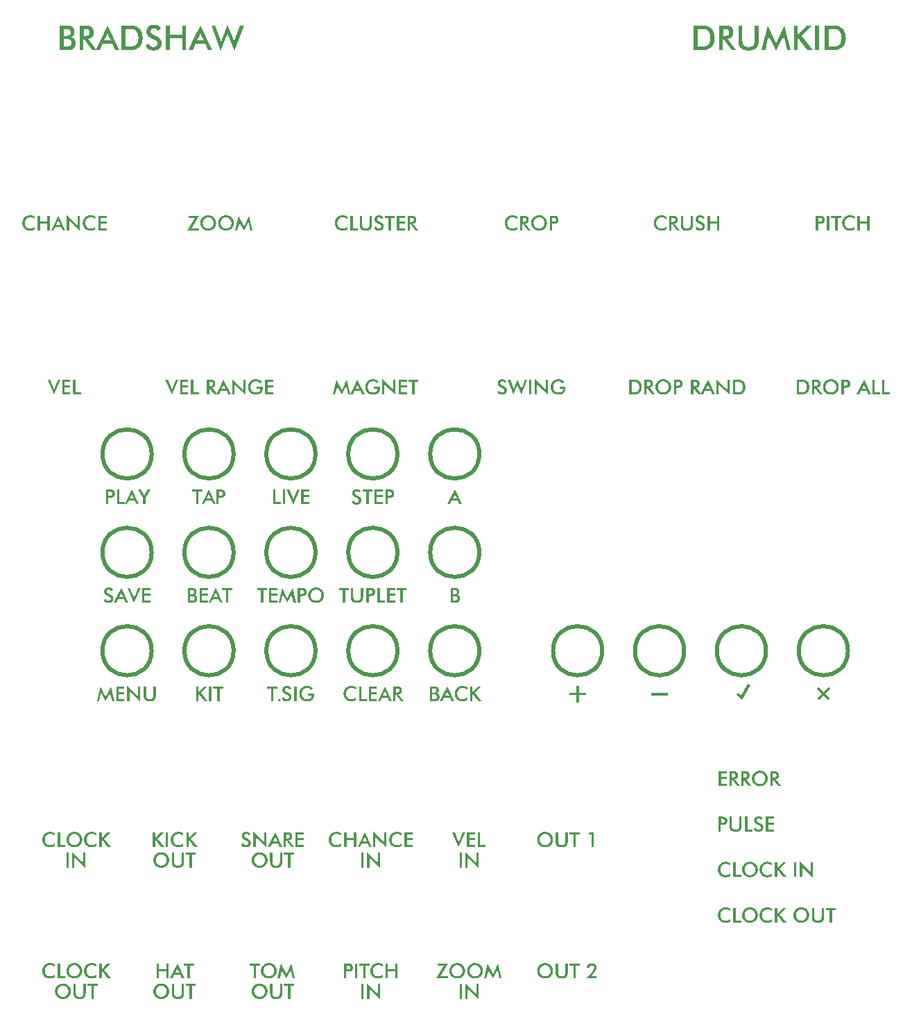
<source format=gbr>
%TF.GenerationSoftware,KiCad,Pcbnew,7.0.2*%
%TF.CreationDate,2025-02-19T16:58:47+00:00*%
%TF.ProjectId,dk2_04_panel,646b325f-3034-45f7-9061-6e656c2e6b69,rev?*%
%TF.SameCoordinates,Original*%
%TF.FileFunction,Legend,Top*%
%TF.FilePolarity,Positive*%
%FSLAX46Y46*%
G04 Gerber Fmt 4.6, Leading zero omitted, Abs format (unit mm)*
G04 Created by KiCad (PCBNEW 7.0.2) date 2025-02-19 16:58:47*
%MOMM*%
%LPD*%
G01*
G04 APERTURE LIST*
%ADD10C,0.000000*%
%ADD11C,0.187500*%
%ADD12C,0.150000*%
%ADD13C,0.500000*%
%ADD14C,4.300000*%
%ADD15C,3.200000*%
%ADD16C,6.400000*%
G04 APERTURE END LIST*
G36*
X104250000Y-104410000D02*
G01*
X106250000Y-104410000D01*
X106250000Y-104730000D01*
X104250000Y-104730000D01*
X104250000Y-104410000D01*
G37*
D10*
G36*
X115481125Y-104926232D02*
G01*
X115321126Y-105203359D01*
X114649074Y-104643357D01*
X114809076Y-104366230D01*
X115481125Y-104926232D01*
G37*
G36*
X126101360Y-103841214D02*
G01*
X124687147Y-105255428D01*
X124460873Y-105029154D01*
X125875088Y-103614940D01*
X126101360Y-103841214D01*
G37*
G36*
X94260000Y-104350000D02*
G01*
X96260000Y-104350000D01*
X96260000Y-104670000D01*
X94260000Y-104670000D01*
X94260000Y-104350000D01*
G37*
G36*
X116310000Y-103490000D02*
G01*
X115322967Y-105199447D01*
X115090000Y-105010000D01*
X116045841Y-103307397D01*
X116310000Y-103490000D01*
G37*
G36*
X95090000Y-103530000D02*
G01*
X95410000Y-103530000D01*
X95410000Y-105530000D01*
X95090000Y-105530000D01*
X95090000Y-103530000D01*
G37*
G36*
X126080149Y-105036226D02*
G01*
X125853873Y-105262500D01*
X124439660Y-103848286D01*
X124665935Y-103622012D01*
X126080149Y-105036226D01*
G37*
D11*
G36*
X110133290Y-22993806D02*
G01*
X110172290Y-22993995D01*
X110210547Y-22994310D01*
X110248059Y-22994751D01*
X110284827Y-22995318D01*
X110320851Y-22996010D01*
X110356131Y-22996829D01*
X110390666Y-22997773D01*
X110424458Y-22998844D01*
X110457505Y-23000040D01*
X110489808Y-23001363D01*
X110521367Y-23002811D01*
X110552181Y-23004385D01*
X110582252Y-23006085D01*
X110611578Y-23007911D01*
X110667998Y-23011941D01*
X110721442Y-23016475D01*
X110771908Y-23021513D01*
X110819398Y-23027054D01*
X110863912Y-23033099D01*
X110905448Y-23039648D01*
X110944008Y-23046700D01*
X110979591Y-23054256D01*
X110996266Y-23058224D01*
X111028713Y-23066624D01*
X111060655Y-23075706D01*
X111092094Y-23085469D01*
X111123028Y-23095913D01*
X111153460Y-23107039D01*
X111183387Y-23118845D01*
X111212811Y-23131333D01*
X111241730Y-23144502D01*
X111270147Y-23158353D01*
X111298059Y-23172884D01*
X111325468Y-23188097D01*
X111352373Y-23203991D01*
X111378774Y-23220566D01*
X111404671Y-23237822D01*
X111430065Y-23255760D01*
X111454955Y-23274378D01*
X111486977Y-23299729D01*
X111518015Y-23325956D01*
X111548068Y-23353058D01*
X111577137Y-23381036D01*
X111605221Y-23409890D01*
X111632321Y-23439620D01*
X111658436Y-23470226D01*
X111683566Y-23501707D01*
X111707712Y-23534065D01*
X111730873Y-23567298D01*
X111753049Y-23601407D01*
X111774241Y-23636392D01*
X111794448Y-23672253D01*
X111813671Y-23708989D01*
X111831909Y-23746602D01*
X111849162Y-23785090D01*
X111865489Y-23824363D01*
X111880761Y-23864328D01*
X111894981Y-23904986D01*
X111908147Y-23946336D01*
X111920260Y-23988379D01*
X111931320Y-24031115D01*
X111941326Y-24074544D01*
X111950279Y-24118665D01*
X111958179Y-24163479D01*
X111965025Y-24208985D01*
X111970818Y-24255184D01*
X111975558Y-24302076D01*
X111979245Y-24349660D01*
X111981878Y-24397938D01*
X111983458Y-24446907D01*
X111983985Y-24496570D01*
X111983458Y-24546135D01*
X111981878Y-24594996D01*
X111979245Y-24643153D01*
X111975558Y-24690605D01*
X111970818Y-24737354D01*
X111965025Y-24783399D01*
X111958179Y-24828739D01*
X111950279Y-24873375D01*
X111941326Y-24917308D01*
X111931320Y-24960536D01*
X111920260Y-25003060D01*
X111908147Y-25044880D01*
X111894981Y-25085995D01*
X111880761Y-25126407D01*
X111865489Y-25166115D01*
X111849162Y-25205118D01*
X111831909Y-25243257D01*
X111813671Y-25280555D01*
X111794448Y-25317011D01*
X111774241Y-25352626D01*
X111753049Y-25387399D01*
X111730873Y-25421330D01*
X111707712Y-25454420D01*
X111683566Y-25486669D01*
X111658436Y-25518076D01*
X111632321Y-25548642D01*
X111605221Y-25578366D01*
X111577137Y-25607249D01*
X111548068Y-25635290D01*
X111518015Y-25662490D01*
X111486977Y-25688848D01*
X111454955Y-25714364D01*
X111430105Y-25732983D01*
X111404831Y-25750921D01*
X111379134Y-25768177D01*
X111353014Y-25784752D01*
X111326469Y-25800646D01*
X111299502Y-25815859D01*
X111272110Y-25830390D01*
X111244295Y-25844241D01*
X111216056Y-25857410D01*
X111187394Y-25869898D01*
X111158308Y-25881704D01*
X111128799Y-25892830D01*
X111098866Y-25903274D01*
X111068509Y-25913037D01*
X111037729Y-25922119D01*
X111006525Y-25930519D01*
X110974104Y-25938328D01*
X110939491Y-25945632D01*
X110902686Y-25952433D01*
X110863688Y-25958729D01*
X110822498Y-25964523D01*
X110779115Y-25969812D01*
X110733540Y-25974598D01*
X110685773Y-25978879D01*
X110635813Y-25982658D01*
X110583660Y-25985932D01*
X110529315Y-25988703D01*
X110472778Y-25990969D01*
X110414048Y-25992733D01*
X110383861Y-25993425D01*
X110353125Y-25993992D01*
X110321842Y-25994433D01*
X110290011Y-25994748D01*
X110257631Y-25994937D01*
X110224703Y-25995000D01*
X110093545Y-25995000D01*
X109434822Y-25995000D01*
X109434822Y-23415795D01*
X109922819Y-23415795D01*
X109922819Y-25572948D01*
X110333147Y-25572948D01*
X110374801Y-25572770D01*
X110415133Y-25572238D01*
X110454142Y-25571351D01*
X110491829Y-25570109D01*
X110528193Y-25568511D01*
X110563235Y-25566559D01*
X110596955Y-25564252D01*
X110629353Y-25561591D01*
X110660428Y-25558574D01*
X110690181Y-25555202D01*
X110732330Y-25549479D01*
X110771505Y-25542958D01*
X110807704Y-25535637D01*
X110840928Y-25527519D01*
X110872271Y-25518316D01*
X110902829Y-25508018D01*
X110932601Y-25496626D01*
X110961588Y-25484139D01*
X110989789Y-25470557D01*
X111017204Y-25455880D01*
X111043833Y-25440109D01*
X111069677Y-25423242D01*
X111094735Y-25405281D01*
X111119007Y-25386225D01*
X111134752Y-25372913D01*
X111166010Y-25344536D01*
X111195760Y-25314910D01*
X111224004Y-25284035D01*
X111250741Y-25251910D01*
X111275971Y-25218536D01*
X111299693Y-25183912D01*
X111321909Y-25148039D01*
X111342618Y-25110917D01*
X111361820Y-25072545D01*
X111379515Y-25032924D01*
X111390474Y-25005816D01*
X111400767Y-24978058D01*
X111410395Y-24949739D01*
X111419360Y-24920860D01*
X111427660Y-24891419D01*
X111435297Y-24861417D01*
X111442269Y-24830854D01*
X111448577Y-24799730D01*
X111454222Y-24768046D01*
X111459202Y-24735800D01*
X111463518Y-24702993D01*
X111467170Y-24669625D01*
X111470159Y-24635696D01*
X111472483Y-24601207D01*
X111474143Y-24566156D01*
X111475139Y-24530544D01*
X111475471Y-24494371D01*
X111475139Y-24458202D01*
X111474143Y-24422598D01*
X111472483Y-24387562D01*
X111470159Y-24353092D01*
X111467170Y-24319189D01*
X111463518Y-24285853D01*
X111459202Y-24253083D01*
X111454222Y-24220881D01*
X111448577Y-24189244D01*
X111442269Y-24158175D01*
X111435297Y-24127672D01*
X111427660Y-24097736D01*
X111419360Y-24068367D01*
X111410395Y-24039565D01*
X111400767Y-24011329D01*
X111390474Y-23983660D01*
X111379515Y-23956463D01*
X111361820Y-23916719D01*
X111342618Y-23878238D01*
X111321909Y-23841019D01*
X111299693Y-23805063D01*
X111275971Y-23770368D01*
X111250741Y-23736936D01*
X111224004Y-23704766D01*
X111195760Y-23673859D01*
X111166010Y-23644213D01*
X111134752Y-23615830D01*
X111110540Y-23596051D01*
X111085439Y-23577379D01*
X111059449Y-23559815D01*
X111032571Y-23543358D01*
X111004804Y-23528010D01*
X110976148Y-23513769D01*
X110946603Y-23500636D01*
X110916170Y-23488610D01*
X110884848Y-23477692D01*
X110852637Y-23467882D01*
X110830670Y-23461957D01*
X110795664Y-23453707D01*
X110757142Y-23446269D01*
X110715104Y-23439642D01*
X110685125Y-23435675D01*
X110653583Y-23432069D01*
X110620479Y-23428823D01*
X110585812Y-23425938D01*
X110549582Y-23423414D01*
X110511789Y-23421250D01*
X110472434Y-23419447D01*
X110431515Y-23418004D01*
X110389034Y-23416922D01*
X110344990Y-23416201D01*
X110299384Y-23415840D01*
X110275994Y-23415795D01*
X110099407Y-23415795D01*
X109922819Y-23415795D01*
X109434822Y-23415795D01*
X109434822Y-22993743D01*
X110093545Y-22993743D01*
X110133290Y-22993806D01*
G37*
G36*
X113259230Y-22993895D02*
G01*
X113295111Y-22994350D01*
X113329938Y-22995109D01*
X113363712Y-22996171D01*
X113396433Y-22997536D01*
X113428101Y-22999205D01*
X113458715Y-23001177D01*
X113488276Y-23003452D01*
X113530643Y-23007434D01*
X113570639Y-23012099D01*
X113608266Y-23017446D01*
X113643523Y-23023476D01*
X113676410Y-23030189D01*
X113686846Y-23032578D01*
X113717464Y-23040173D01*
X113747218Y-23048669D01*
X113776110Y-23058068D01*
X113804139Y-23068367D01*
X113831306Y-23079569D01*
X113866185Y-23095906D01*
X113899529Y-23113846D01*
X113931340Y-23133390D01*
X113961617Y-23154536D01*
X113968946Y-23160073D01*
X113994620Y-23180822D01*
X114019161Y-23202680D01*
X114042568Y-23225645D01*
X114064842Y-23249718D01*
X114085982Y-23274898D01*
X114105989Y-23301186D01*
X114124863Y-23328582D01*
X114142603Y-23357085D01*
X114159209Y-23386696D01*
X114174683Y-23417415D01*
X114184368Y-23438510D01*
X114197987Y-23470673D01*
X114210266Y-23503416D01*
X114221205Y-23536739D01*
X114230805Y-23570641D01*
X114239065Y-23605123D01*
X114245986Y-23640185D01*
X114251568Y-23675826D01*
X114255809Y-23712046D01*
X114258712Y-23748847D01*
X114260274Y-23786227D01*
X114260572Y-23811468D01*
X114259891Y-23855469D01*
X114257847Y-23898262D01*
X114254441Y-23939848D01*
X114249673Y-23980225D01*
X114243542Y-24019394D01*
X114236049Y-24057356D01*
X114227193Y-24094110D01*
X114216975Y-24129656D01*
X114205394Y-24163994D01*
X114192451Y-24197124D01*
X114178146Y-24229046D01*
X114162478Y-24259761D01*
X114145448Y-24289268D01*
X114127055Y-24317566D01*
X114107300Y-24344657D01*
X114086183Y-24370540D01*
X114063734Y-24395187D01*
X114039986Y-24418568D01*
X114014939Y-24440685D01*
X113988592Y-24461536D01*
X113960946Y-24481122D01*
X113932001Y-24499443D01*
X113901755Y-24516499D01*
X113870211Y-24532290D01*
X113837367Y-24546816D01*
X113803224Y-24560077D01*
X113767781Y-24572072D01*
X113731038Y-24582803D01*
X113692997Y-24592268D01*
X113653655Y-24600468D01*
X113613015Y-24607403D01*
X113571075Y-24613073D01*
X114604955Y-25995000D01*
X114053210Y-25995000D01*
X113054501Y-24635055D01*
X112998814Y-24635055D01*
X112998814Y-25995000D01*
X112541591Y-25995000D01*
X112541591Y-23415795D01*
X113029588Y-23415795D01*
X113029588Y-24259898D01*
X113118248Y-24259898D01*
X113165681Y-24259555D01*
X113211076Y-24258524D01*
X113254433Y-24256807D01*
X113295752Y-24254403D01*
X113335033Y-24251312D01*
X113372276Y-24247534D01*
X113407481Y-24243068D01*
X113440649Y-24237916D01*
X113471778Y-24232078D01*
X113500870Y-24225552D01*
X113540686Y-24214475D01*
X113575917Y-24201852D01*
X113606563Y-24187684D01*
X113632624Y-24171971D01*
X113662505Y-24147665D01*
X113688403Y-24119077D01*
X113705211Y-24094826D01*
X113719778Y-24068167D01*
X113732105Y-24039099D01*
X113742190Y-24007622D01*
X113750033Y-23973737D01*
X113755636Y-23937443D01*
X113758998Y-23898741D01*
X113760118Y-23857630D01*
X113759586Y-23827872D01*
X113756791Y-23785327D01*
X113751601Y-23745294D01*
X113744014Y-23707772D01*
X113734032Y-23672762D01*
X113721655Y-23640264D01*
X113706881Y-23610277D01*
X113689712Y-23582802D01*
X113670147Y-23557838D01*
X113648187Y-23535386D01*
X113623831Y-23515446D01*
X113596229Y-23497637D01*
X113564531Y-23481580D01*
X113528738Y-23467275D01*
X113488849Y-23454721D01*
X113459980Y-23447325D01*
X113429292Y-23440708D01*
X113396782Y-23434869D01*
X113362453Y-23429808D01*
X113326303Y-23425527D01*
X113288333Y-23422023D01*
X113248542Y-23419298D01*
X113206931Y-23417352D01*
X113163500Y-23416184D01*
X113118248Y-23415795D01*
X113029588Y-23415795D01*
X112541591Y-23415795D01*
X112541591Y-22993743D01*
X113222296Y-22993743D01*
X113259230Y-22993895D01*
G37*
G36*
X114879728Y-22993743D02*
G01*
X115361863Y-22993743D01*
X115361863Y-24809445D01*
X115362596Y-24859216D01*
X115364794Y-24907413D01*
X115368458Y-24954036D01*
X115373587Y-24999084D01*
X115380181Y-25042558D01*
X115388241Y-25084458D01*
X115397767Y-25124784D01*
X115408758Y-25163536D01*
X115421214Y-25200713D01*
X115435136Y-25236316D01*
X115450523Y-25270345D01*
X115467376Y-25302800D01*
X115485694Y-25333681D01*
X115505478Y-25362987D01*
X115526727Y-25390719D01*
X115549442Y-25416877D01*
X115573613Y-25441455D01*
X115599233Y-25464447D01*
X115626301Y-25485853D01*
X115654817Y-25505674D01*
X115684782Y-25523909D01*
X115716195Y-25540559D01*
X115749056Y-25555623D01*
X115783365Y-25569101D01*
X115819123Y-25580994D01*
X115856329Y-25591300D01*
X115894983Y-25600022D01*
X115935086Y-25607157D01*
X115976637Y-25612707D01*
X116019636Y-25616671D01*
X116064083Y-25619050D01*
X116109979Y-25619842D01*
X116155697Y-25619050D01*
X116199979Y-25616671D01*
X116242823Y-25612707D01*
X116284231Y-25607157D01*
X116324202Y-25600022D01*
X116362736Y-25591300D01*
X116399833Y-25580994D01*
X116435494Y-25569101D01*
X116469717Y-25555623D01*
X116502504Y-25540559D01*
X116533854Y-25523909D01*
X116563767Y-25505674D01*
X116592243Y-25485853D01*
X116619283Y-25464447D01*
X116644885Y-25441455D01*
X116669051Y-25416877D01*
X116691765Y-25390719D01*
X116713015Y-25362987D01*
X116732798Y-25333681D01*
X116751116Y-25302800D01*
X116767969Y-25270345D01*
X116783356Y-25236316D01*
X116797278Y-25200713D01*
X116809735Y-25163536D01*
X116820726Y-25124784D01*
X116830251Y-25084458D01*
X116838311Y-25042558D01*
X116844906Y-24999084D01*
X116850035Y-24954036D01*
X116853698Y-24907413D01*
X116855897Y-24859216D01*
X116856629Y-24809445D01*
X116856629Y-22993743D01*
X117345359Y-22993743D01*
X117345359Y-24854141D01*
X117345059Y-24891080D01*
X117344157Y-24927434D01*
X117342654Y-24963203D01*
X117340551Y-24998386D01*
X117337846Y-25032983D01*
X117334540Y-25066996D01*
X117330633Y-25100423D01*
X117326125Y-25133265D01*
X117321016Y-25165521D01*
X117315306Y-25197193D01*
X117308995Y-25228279D01*
X117302082Y-25258779D01*
X117294569Y-25288694D01*
X117286455Y-25318024D01*
X117277739Y-25346769D01*
X117268423Y-25374928D01*
X117247986Y-25429490D01*
X117225146Y-25481712D01*
X117199901Y-25531592D01*
X117172252Y-25579130D01*
X117142199Y-25624328D01*
X117109741Y-25667184D01*
X117074879Y-25707698D01*
X117037613Y-25745872D01*
X116997929Y-25781718D01*
X116955811Y-25815252D01*
X116911261Y-25846473D01*
X116864277Y-25875382D01*
X116814861Y-25901977D01*
X116763012Y-25926260D01*
X116708730Y-25948231D01*
X116680676Y-25958349D01*
X116652015Y-25967889D01*
X116622745Y-25976850D01*
X116592867Y-25985234D01*
X116562381Y-25993039D01*
X116531286Y-26000266D01*
X116499584Y-26006915D01*
X116467273Y-26012986D01*
X116434354Y-26018478D01*
X116400826Y-26023393D01*
X116366691Y-26027729D01*
X116331947Y-26031487D01*
X116296595Y-26034667D01*
X116260635Y-26037269D01*
X116224066Y-26039292D01*
X116186890Y-26040738D01*
X116149105Y-26041605D01*
X116110712Y-26041894D01*
X116072276Y-26041606D01*
X116034454Y-26040744D01*
X115997245Y-26039305D01*
X115960651Y-26037292D01*
X115924671Y-26034703D01*
X115889305Y-26031539D01*
X115854552Y-26027799D01*
X115820414Y-26023484D01*
X115786889Y-26018594D01*
X115753979Y-26013129D01*
X115721682Y-26007088D01*
X115690000Y-26000472D01*
X115658931Y-25993281D01*
X115628476Y-25985514D01*
X115598635Y-25977172D01*
X115569408Y-25968255D01*
X115540796Y-25958762D01*
X115512797Y-25948694D01*
X115485412Y-25938051D01*
X115432483Y-25915039D01*
X115382011Y-25889726D01*
X115333994Y-25862111D01*
X115288434Y-25832195D01*
X115245328Y-25799978D01*
X115204679Y-25765459D01*
X115185276Y-25747337D01*
X115148276Y-25709244D01*
X115113663Y-25668786D01*
X115081437Y-25625965D01*
X115051598Y-25580779D01*
X115024147Y-25533229D01*
X114999082Y-25483315D01*
X114976405Y-25431036D01*
X114956115Y-25376393D01*
X114946865Y-25348186D01*
X114938211Y-25319387D01*
X114930155Y-25289997D01*
X114922695Y-25260016D01*
X114915832Y-25229443D01*
X114909566Y-25198280D01*
X114903897Y-25166526D01*
X114898824Y-25134181D01*
X114894349Y-25101245D01*
X114890470Y-25067717D01*
X114887187Y-25033599D01*
X114884502Y-24998889D01*
X114882413Y-24963589D01*
X114880921Y-24927697D01*
X114880026Y-24891215D01*
X114879728Y-24854141D01*
X114879728Y-22993743D01*
G37*
G36*
X120465317Y-24572773D02*
G01*
X120459207Y-24540259D01*
X120454510Y-24509759D01*
X120450005Y-24478045D01*
X120446015Y-24448553D01*
X120441682Y-24415397D01*
X120438206Y-24388126D01*
X120434234Y-24357466D01*
X120430375Y-24328134D01*
X120425714Y-24293336D01*
X120421231Y-24260614D01*
X120416927Y-24229967D01*
X120411998Y-24195929D01*
X120409630Y-24180031D01*
X120403530Y-24210714D01*
X120396678Y-24241397D01*
X120389076Y-24272080D01*
X120380722Y-24302763D01*
X120371616Y-24333446D01*
X120361759Y-24364129D01*
X120357606Y-24376402D01*
X120346644Y-24407192D01*
X120334823Y-24438198D01*
X120322143Y-24469417D01*
X120308605Y-24500852D01*
X120294208Y-24532501D01*
X120278952Y-24564364D01*
X120272610Y-24577170D01*
X119487125Y-26041894D01*
X118701640Y-24545662D01*
X118686602Y-24515809D01*
X118672173Y-24486243D01*
X118658352Y-24456962D01*
X118645140Y-24427968D01*
X118632535Y-24399260D01*
X118620539Y-24370838D01*
X118615911Y-24359549D01*
X118604923Y-24331210D01*
X118594401Y-24302978D01*
X118584344Y-24274853D01*
X118574752Y-24246835D01*
X118565625Y-24218925D01*
X118555287Y-24185574D01*
X118553629Y-24180031D01*
X118552418Y-24214163D01*
X118550434Y-24248965D01*
X118548191Y-24278478D01*
X118545411Y-24308456D01*
X118542095Y-24338899D01*
X118538241Y-24369808D01*
X118533798Y-24400952D01*
X118528710Y-24432562D01*
X118522979Y-24464637D01*
X118516603Y-24497176D01*
X118509583Y-24530181D01*
X118501920Y-24563652D01*
X118498674Y-24577170D01*
X118177006Y-25995000D01*
X117727844Y-25995000D01*
X118437125Y-22993743D01*
X119322994Y-24810910D01*
X119336215Y-24839748D01*
X119348822Y-24868429D01*
X119361247Y-24897366D01*
X119372743Y-24924550D01*
X119385276Y-24954525D01*
X119398968Y-24987040D01*
X119410514Y-25014700D01*
X119422587Y-25043826D01*
X119435186Y-25074418D01*
X119448312Y-25106475D01*
X119461965Y-25139997D01*
X119476145Y-25174985D01*
X119487125Y-25202187D01*
X119498700Y-25170176D01*
X119511809Y-25136058D01*
X119526452Y-25099834D01*
X119538441Y-25071284D01*
X119551293Y-25041548D01*
X119565008Y-25010627D01*
X119579586Y-24978522D01*
X119595027Y-24945231D01*
X119611331Y-24910756D01*
X119622680Y-24887114D01*
X119635353Y-24860472D01*
X119648325Y-24832789D01*
X119659316Y-24808712D01*
X120524668Y-22993743D01*
X121250802Y-25995000D01*
X120797243Y-25995000D01*
X120465317Y-24572773D01*
G37*
G36*
X121639149Y-25995000D02*
G01*
X121639149Y-22993743D01*
X122127146Y-22993743D01*
X122127146Y-24235718D01*
X123205722Y-22993743D01*
X123802896Y-22993743D01*
X122613677Y-24328042D01*
X123944312Y-25995000D01*
X123314899Y-25995000D01*
X122127146Y-24461399D01*
X122127146Y-25995000D01*
X121639149Y-25995000D01*
G37*
G36*
X124249860Y-25995000D02*
G01*
X124249860Y-22993743D01*
X124738590Y-22993743D01*
X124738590Y-25995000D01*
X124249860Y-25995000D01*
G37*
G36*
X126136081Y-22993806D02*
G01*
X126175082Y-22993995D01*
X126213338Y-22994310D01*
X126250850Y-22994751D01*
X126287618Y-22995318D01*
X126323642Y-22996010D01*
X126358922Y-22996829D01*
X126393458Y-22997773D01*
X126427249Y-22998844D01*
X126460296Y-23000040D01*
X126492599Y-23001363D01*
X126524158Y-23002811D01*
X126554973Y-23004385D01*
X126585043Y-23006085D01*
X126614370Y-23007911D01*
X126670790Y-23011941D01*
X126724233Y-23016475D01*
X126774700Y-23021513D01*
X126822190Y-23027054D01*
X126866703Y-23033099D01*
X126908240Y-23039648D01*
X126946799Y-23046700D01*
X126982382Y-23054256D01*
X126999058Y-23058224D01*
X127031504Y-23066624D01*
X127063446Y-23075706D01*
X127094885Y-23085469D01*
X127125820Y-23095913D01*
X127156251Y-23107039D01*
X127186178Y-23118845D01*
X127215602Y-23131333D01*
X127244522Y-23144502D01*
X127272938Y-23158353D01*
X127300850Y-23172884D01*
X127328259Y-23188097D01*
X127355164Y-23203991D01*
X127381565Y-23220566D01*
X127407462Y-23237822D01*
X127432856Y-23255760D01*
X127457746Y-23274378D01*
X127489768Y-23299729D01*
X127520806Y-23325956D01*
X127550860Y-23353058D01*
X127579928Y-23381036D01*
X127608012Y-23409890D01*
X127635112Y-23439620D01*
X127661227Y-23470226D01*
X127686357Y-23501707D01*
X127710503Y-23534065D01*
X127733664Y-23567298D01*
X127755840Y-23601407D01*
X127777032Y-23636392D01*
X127797240Y-23672253D01*
X127816462Y-23708989D01*
X127834700Y-23746602D01*
X127851954Y-23785090D01*
X127868280Y-23824363D01*
X127883553Y-23864328D01*
X127897772Y-23904986D01*
X127910938Y-23946336D01*
X127923051Y-23988379D01*
X127934111Y-24031115D01*
X127944117Y-24074544D01*
X127953070Y-24118665D01*
X127960970Y-24163479D01*
X127967817Y-24208985D01*
X127973610Y-24255184D01*
X127978349Y-24302076D01*
X127982036Y-24349660D01*
X127984669Y-24397938D01*
X127986249Y-24446907D01*
X127986776Y-24496570D01*
X127986249Y-24546135D01*
X127984669Y-24594996D01*
X127982036Y-24643153D01*
X127978349Y-24690605D01*
X127973610Y-24737354D01*
X127967817Y-24783399D01*
X127960970Y-24828739D01*
X127953070Y-24873375D01*
X127944117Y-24917308D01*
X127934111Y-24960536D01*
X127923051Y-25003060D01*
X127910938Y-25044880D01*
X127897772Y-25085995D01*
X127883553Y-25126407D01*
X127868280Y-25166115D01*
X127851954Y-25205118D01*
X127834700Y-25243257D01*
X127816462Y-25280555D01*
X127797240Y-25317011D01*
X127777032Y-25352626D01*
X127755840Y-25387399D01*
X127733664Y-25421330D01*
X127710503Y-25454420D01*
X127686357Y-25486669D01*
X127661227Y-25518076D01*
X127635112Y-25548642D01*
X127608012Y-25578366D01*
X127579928Y-25607249D01*
X127550860Y-25635290D01*
X127520806Y-25662490D01*
X127489768Y-25688848D01*
X127457746Y-25714364D01*
X127432896Y-25732983D01*
X127407623Y-25750921D01*
X127381926Y-25768177D01*
X127355805Y-25784752D01*
X127329261Y-25800646D01*
X127302293Y-25815859D01*
X127274901Y-25830390D01*
X127247086Y-25844241D01*
X127218848Y-25857410D01*
X127190185Y-25869898D01*
X127161100Y-25881704D01*
X127131590Y-25892830D01*
X127101657Y-25903274D01*
X127071300Y-25913037D01*
X127040520Y-25922119D01*
X127009316Y-25930519D01*
X126976896Y-25938328D01*
X126942283Y-25945632D01*
X126905477Y-25952433D01*
X126866480Y-25958729D01*
X126825289Y-25964523D01*
X126781907Y-25969812D01*
X126736332Y-25974598D01*
X126688564Y-25978879D01*
X126638604Y-25982658D01*
X126586451Y-25985932D01*
X126532106Y-25988703D01*
X126475569Y-25990969D01*
X126416839Y-25992733D01*
X126386652Y-25993425D01*
X126355917Y-25993992D01*
X126324633Y-25994433D01*
X126292802Y-25994748D01*
X126260422Y-25994937D01*
X126227495Y-25995000D01*
X126096336Y-25995000D01*
X125437613Y-25995000D01*
X125437613Y-23415795D01*
X125925610Y-23415795D01*
X125925610Y-25572948D01*
X126335938Y-25572948D01*
X126377592Y-25572770D01*
X126417924Y-25572238D01*
X126456933Y-25571351D01*
X126494620Y-25570109D01*
X126530984Y-25568511D01*
X126566027Y-25566559D01*
X126599746Y-25564252D01*
X126632144Y-25561591D01*
X126663219Y-25558574D01*
X126692972Y-25555202D01*
X126735122Y-25549479D01*
X126774296Y-25542958D01*
X126810495Y-25535637D01*
X126843719Y-25527519D01*
X126875063Y-25518316D01*
X126905621Y-25508018D01*
X126935393Y-25496626D01*
X126964379Y-25484139D01*
X126992580Y-25470557D01*
X127019995Y-25455880D01*
X127046624Y-25440109D01*
X127072468Y-25423242D01*
X127097526Y-25405281D01*
X127121798Y-25386225D01*
X127137543Y-25372913D01*
X127168801Y-25344536D01*
X127198552Y-25314910D01*
X127226795Y-25284035D01*
X127253532Y-25251910D01*
X127278762Y-25218536D01*
X127302485Y-25183912D01*
X127324701Y-25148039D01*
X127345409Y-25110917D01*
X127364611Y-25072545D01*
X127382306Y-25032924D01*
X127393266Y-25005816D01*
X127403558Y-24978058D01*
X127413187Y-24949739D01*
X127422151Y-24920860D01*
X127430452Y-24891419D01*
X127438088Y-24861417D01*
X127445060Y-24830854D01*
X127451369Y-24799730D01*
X127457013Y-24768046D01*
X127461993Y-24735800D01*
X127466310Y-24702993D01*
X127469962Y-24669625D01*
X127472950Y-24635696D01*
X127475274Y-24601207D01*
X127476934Y-24566156D01*
X127477930Y-24530544D01*
X127478262Y-24494371D01*
X127477930Y-24458202D01*
X127476934Y-24422598D01*
X127475274Y-24387562D01*
X127472950Y-24353092D01*
X127469962Y-24319189D01*
X127466310Y-24285853D01*
X127461993Y-24253083D01*
X127457013Y-24220881D01*
X127451369Y-24189244D01*
X127445060Y-24158175D01*
X127438088Y-24127672D01*
X127430452Y-24097736D01*
X127422151Y-24068367D01*
X127413187Y-24039565D01*
X127403558Y-24011329D01*
X127393266Y-23983660D01*
X127382306Y-23956463D01*
X127364611Y-23916719D01*
X127345409Y-23878238D01*
X127324701Y-23841019D01*
X127302485Y-23805063D01*
X127278762Y-23770368D01*
X127253532Y-23736936D01*
X127226795Y-23704766D01*
X127198552Y-23673859D01*
X127168801Y-23644213D01*
X127137543Y-23615830D01*
X127113331Y-23596051D01*
X127088230Y-23577379D01*
X127062241Y-23559815D01*
X127035362Y-23543358D01*
X127007595Y-23528010D01*
X126978939Y-23513769D01*
X126949395Y-23500636D01*
X126918961Y-23488610D01*
X126887639Y-23477692D01*
X126855429Y-23467882D01*
X126833461Y-23461957D01*
X126798455Y-23453707D01*
X126759934Y-23446269D01*
X126717895Y-23439642D01*
X126687916Y-23435675D01*
X126656375Y-23432069D01*
X126623270Y-23428823D01*
X126588603Y-23425938D01*
X126552373Y-23423414D01*
X126514580Y-23421250D01*
X126475225Y-23419447D01*
X126434307Y-23418004D01*
X126391825Y-23416922D01*
X126347782Y-23416201D01*
X126302175Y-23415840D01*
X126278786Y-23415795D01*
X126102198Y-23415795D01*
X125925610Y-23415795D01*
X125437613Y-23415795D01*
X125437613Y-22993743D01*
X126096336Y-22993743D01*
X126136081Y-22993806D01*
G37*
G36*
X32841113Y-22993881D02*
G01*
X32879612Y-22994293D01*
X32916790Y-22994980D01*
X32952645Y-22995942D01*
X32987177Y-22997178D01*
X33020388Y-22998689D01*
X33052276Y-23000475D01*
X33082841Y-23002536D01*
X33112085Y-23004872D01*
X33153470Y-23008890D01*
X33191881Y-23013527D01*
X33227316Y-23018782D01*
X33259775Y-23024655D01*
X33279762Y-23028914D01*
X33308476Y-23035771D01*
X33345479Y-23046155D01*
X33381016Y-23057959D01*
X33415088Y-23071182D01*
X33447694Y-23085825D01*
X33478835Y-23101888D01*
X33508511Y-23119371D01*
X33536721Y-23138273D01*
X33543545Y-23143220D01*
X33569101Y-23163145D01*
X33593562Y-23184178D01*
X33616928Y-23206319D01*
X33639200Y-23229567D01*
X33660377Y-23253924D01*
X33680459Y-23279387D01*
X33699446Y-23305959D01*
X33717339Y-23333638D01*
X33734136Y-23362425D01*
X33749839Y-23392319D01*
X33759699Y-23412864D01*
X33773449Y-23444229D01*
X33785846Y-23476225D01*
X33796890Y-23508852D01*
X33806583Y-23542111D01*
X33814922Y-23576000D01*
X33821910Y-23610521D01*
X33827545Y-23645672D01*
X33831827Y-23681455D01*
X33834758Y-23717869D01*
X33836335Y-23754914D01*
X33836636Y-23779961D01*
X33836204Y-23809605D01*
X33833935Y-23852923D01*
X33829721Y-23894862D01*
X33823562Y-23935423D01*
X33815458Y-23974606D01*
X33805410Y-24012411D01*
X33793416Y-24048838D01*
X33779478Y-24083887D01*
X33763595Y-24117557D01*
X33745767Y-24149849D01*
X33725994Y-24180764D01*
X33704366Y-24210132D01*
X33680974Y-24237788D01*
X33655817Y-24263730D01*
X33628896Y-24287960D01*
X33600210Y-24310476D01*
X33569760Y-24331279D01*
X33537545Y-24350370D01*
X33503565Y-24367747D01*
X33467821Y-24383411D01*
X33430312Y-24397362D01*
X33404326Y-24405711D01*
X33436681Y-24411453D01*
X33468165Y-24418420D01*
X33498779Y-24426611D01*
X33528524Y-24436028D01*
X33557398Y-24446670D01*
X33585402Y-24458536D01*
X33612535Y-24471628D01*
X33638799Y-24485945D01*
X33664193Y-24501487D01*
X33688716Y-24518254D01*
X33712370Y-24536246D01*
X33735153Y-24555463D01*
X33757066Y-24575905D01*
X33778109Y-24597572D01*
X33798282Y-24620464D01*
X33817585Y-24644581D01*
X33835863Y-24669625D01*
X33852962Y-24695483D01*
X33868882Y-24722153D01*
X33883622Y-24749636D01*
X33897183Y-24777932D01*
X33909565Y-24807040D01*
X33920768Y-24836962D01*
X33930792Y-24867697D01*
X33939636Y-24899244D01*
X33947301Y-24931604D01*
X33953787Y-24964777D01*
X33959093Y-24998763D01*
X33963221Y-25033562D01*
X33966169Y-25069174D01*
X33967937Y-25105599D01*
X33968527Y-25142836D01*
X33967967Y-25176884D01*
X33966286Y-25210611D01*
X33963485Y-25244015D01*
X33959563Y-25277097D01*
X33954520Y-25309858D01*
X33948357Y-25342296D01*
X33941073Y-25374412D01*
X33932669Y-25406206D01*
X33923144Y-25437679D01*
X33912499Y-25468829D01*
X33904780Y-25489417D01*
X33892363Y-25519629D01*
X33879020Y-25548991D01*
X33864749Y-25577503D01*
X33849550Y-25605165D01*
X33833425Y-25631977D01*
X33816371Y-25657939D01*
X33798391Y-25683050D01*
X33779483Y-25707312D01*
X33759648Y-25730723D01*
X33738885Y-25753285D01*
X33724528Y-25767854D01*
X33700926Y-25790565D01*
X33676280Y-25811989D01*
X33650591Y-25832125D01*
X33623858Y-25850973D01*
X33596083Y-25868532D01*
X33567264Y-25884804D01*
X33537401Y-25899788D01*
X33506496Y-25913483D01*
X33474547Y-25925891D01*
X33441555Y-25937011D01*
X33418981Y-25943709D01*
X33382588Y-25952875D01*
X33341829Y-25961139D01*
X33312231Y-25966148D01*
X33280692Y-25970756D01*
X33247213Y-25974964D01*
X33211793Y-25978771D01*
X33174433Y-25982177D01*
X33135131Y-25985182D01*
X33093890Y-25987787D01*
X33050707Y-25989991D01*
X33005584Y-25991794D01*
X32958521Y-25993196D01*
X32909517Y-25994198D01*
X32858572Y-25994799D01*
X32805687Y-25995000D01*
X32044382Y-25995000D01*
X32044382Y-24635055D01*
X32522121Y-24635055D01*
X32522121Y-25572948D01*
X32690648Y-25572948D01*
X32722199Y-25572871D01*
X32752736Y-25572639D01*
X32782260Y-25572252D01*
X32824646Y-25571383D01*
X32864752Y-25570166D01*
X32902578Y-25568601D01*
X32938125Y-25566688D01*
X32971392Y-25564428D01*
X33002379Y-25561820D01*
X33040149Y-25557801D01*
X33073866Y-25553164D01*
X33104903Y-25547577D01*
X33134270Y-25541074D01*
X33168627Y-25531657D01*
X33200373Y-25520810D01*
X33229507Y-25508531D01*
X33256029Y-25494821D01*
X33275366Y-25482822D01*
X33302528Y-25463538D01*
X33327687Y-25442322D01*
X33350843Y-25419174D01*
X33371994Y-25394093D01*
X33391143Y-25367081D01*
X33408287Y-25338137D01*
X33414584Y-25326018D01*
X33428727Y-25294834D01*
X33440473Y-25262649D01*
X33449822Y-25229461D01*
X33456773Y-25195272D01*
X33461328Y-25160081D01*
X33463485Y-25123888D01*
X33463677Y-25109131D01*
X33462750Y-25074532D01*
X33459968Y-25041079D01*
X33455331Y-25008770D01*
X33448839Y-24977606D01*
X33440493Y-24947587D01*
X33430292Y-24918713D01*
X33418236Y-24890984D01*
X33404326Y-24864399D01*
X33388675Y-24838926D01*
X33371399Y-24814894D01*
X33352497Y-24792306D01*
X33331969Y-24771160D01*
X33309816Y-24751456D01*
X33286036Y-24733195D01*
X33260631Y-24716377D01*
X33233600Y-24701001D01*
X33206801Y-24688980D01*
X33178611Y-24678195D01*
X33149030Y-24668646D01*
X33118058Y-24660334D01*
X33085695Y-24653259D01*
X33074598Y-24651175D01*
X33045443Y-24646531D01*
X33013390Y-24642675D01*
X32978438Y-24639605D01*
X32948391Y-24637716D01*
X32916488Y-24636330D01*
X32882731Y-24635449D01*
X32847120Y-24635071D01*
X32837927Y-24635055D01*
X32690648Y-24635055D01*
X32522121Y-24635055D01*
X32044382Y-24635055D01*
X32044382Y-23415795D01*
X32522121Y-23415795D01*
X32522121Y-24259898D01*
X32708967Y-24259898D01*
X32751765Y-24259535D01*
X32792967Y-24258444D01*
X32832572Y-24256627D01*
X32870579Y-24254082D01*
X32906989Y-24250811D01*
X32941803Y-24246812D01*
X32975019Y-24242087D01*
X33006638Y-24236634D01*
X33036660Y-24230455D01*
X33078698Y-24219822D01*
X33117142Y-24207554D01*
X33151993Y-24193650D01*
X33183251Y-24178110D01*
X33202093Y-24166842D01*
X33227889Y-24148136D01*
X33251149Y-24127189D01*
X33271870Y-24104000D01*
X33290055Y-24078571D01*
X33305702Y-24050900D01*
X33318812Y-24020989D01*
X33329384Y-23988836D01*
X33337419Y-23954442D01*
X33342916Y-23917807D01*
X33345877Y-23878931D01*
X33346441Y-23851769D01*
X33345920Y-23822196D01*
X33343185Y-23779941D01*
X33338106Y-23740211D01*
X33330683Y-23703005D01*
X33320915Y-23668323D01*
X33308804Y-23636166D01*
X33294348Y-23606533D01*
X33277548Y-23579425D01*
X33258404Y-23554842D01*
X33236916Y-23532783D01*
X33213084Y-23513248D01*
X33185993Y-23495832D01*
X33154729Y-23480129D01*
X33119292Y-23466139D01*
X33079682Y-23453863D01*
X33050956Y-23446630D01*
X33020376Y-23440158D01*
X32987942Y-23434448D01*
X32953652Y-23429499D01*
X32917508Y-23425312D01*
X32879509Y-23421886D01*
X32839656Y-23419221D01*
X32797947Y-23417318D01*
X32754384Y-23416176D01*
X32708967Y-23415795D01*
X32522121Y-23415795D01*
X32044382Y-23415795D01*
X32044382Y-22993743D01*
X32801290Y-22993743D01*
X32841113Y-22993881D01*
G37*
G36*
X35180025Y-22993895D02*
G01*
X35215906Y-22994350D01*
X35250733Y-22995109D01*
X35284508Y-22996171D01*
X35317228Y-22997536D01*
X35348896Y-22999205D01*
X35379510Y-23001177D01*
X35409071Y-23003452D01*
X35451438Y-23007434D01*
X35491435Y-23012099D01*
X35529061Y-23017446D01*
X35564318Y-23023476D01*
X35597205Y-23030189D01*
X35607641Y-23032578D01*
X35638259Y-23040173D01*
X35668014Y-23048669D01*
X35696906Y-23058068D01*
X35724935Y-23068367D01*
X35752101Y-23079569D01*
X35786980Y-23095906D01*
X35820325Y-23113846D01*
X35852135Y-23133390D01*
X35882412Y-23154536D01*
X35889741Y-23160073D01*
X35915415Y-23180822D01*
X35939956Y-23202680D01*
X35963363Y-23225645D01*
X35985637Y-23249718D01*
X36006778Y-23274898D01*
X36026784Y-23301186D01*
X36045658Y-23328582D01*
X36063398Y-23357085D01*
X36080005Y-23386696D01*
X36095478Y-23417415D01*
X36105163Y-23438510D01*
X36118782Y-23470673D01*
X36131061Y-23503416D01*
X36142000Y-23536739D01*
X36151600Y-23570641D01*
X36159861Y-23605123D01*
X36166781Y-23640185D01*
X36172363Y-23675826D01*
X36176605Y-23712046D01*
X36179507Y-23748847D01*
X36181070Y-23786227D01*
X36181367Y-23811468D01*
X36180686Y-23855469D01*
X36178642Y-23898262D01*
X36175236Y-23939848D01*
X36170468Y-23980225D01*
X36164337Y-24019394D01*
X36156844Y-24057356D01*
X36147988Y-24094110D01*
X36137770Y-24129656D01*
X36126189Y-24163994D01*
X36113246Y-24197124D01*
X36098941Y-24229046D01*
X36083273Y-24259761D01*
X36066243Y-24289268D01*
X36047850Y-24317566D01*
X36028095Y-24344657D01*
X36006978Y-24370540D01*
X35984529Y-24395187D01*
X35960782Y-24418568D01*
X35935734Y-24440685D01*
X35909388Y-24461536D01*
X35881741Y-24481122D01*
X35852796Y-24499443D01*
X35822551Y-24516499D01*
X35791006Y-24532290D01*
X35758162Y-24546816D01*
X35724019Y-24560077D01*
X35688576Y-24572072D01*
X35651834Y-24582803D01*
X35613792Y-24592268D01*
X35574450Y-24600468D01*
X35533810Y-24607403D01*
X35491870Y-24613073D01*
X36525750Y-25995000D01*
X35974005Y-25995000D01*
X34975296Y-24635055D01*
X34919609Y-24635055D01*
X34919609Y-25995000D01*
X34462386Y-25995000D01*
X34462386Y-23415795D01*
X34950383Y-23415795D01*
X34950383Y-24259898D01*
X35039043Y-24259898D01*
X35086476Y-24259555D01*
X35131871Y-24258524D01*
X35175228Y-24256807D01*
X35216547Y-24254403D01*
X35255828Y-24251312D01*
X35293071Y-24247534D01*
X35328277Y-24243068D01*
X35361444Y-24237916D01*
X35392574Y-24232078D01*
X35421665Y-24225552D01*
X35461482Y-24214475D01*
X35496713Y-24201852D01*
X35527358Y-24187684D01*
X35553419Y-24171971D01*
X35583300Y-24147665D01*
X35609198Y-24119077D01*
X35626006Y-24094826D01*
X35640574Y-24068167D01*
X35652900Y-24039099D01*
X35662985Y-24007622D01*
X35670829Y-23973737D01*
X35676431Y-23937443D01*
X35679793Y-23898741D01*
X35680914Y-23857630D01*
X35680381Y-23827872D01*
X35677586Y-23785327D01*
X35672396Y-23745294D01*
X35664809Y-23707772D01*
X35654827Y-23672762D01*
X35642450Y-23640264D01*
X35627676Y-23610277D01*
X35610507Y-23582802D01*
X35590943Y-23557838D01*
X35568982Y-23535386D01*
X35544626Y-23515446D01*
X35517024Y-23497637D01*
X35485327Y-23481580D01*
X35449533Y-23467275D01*
X35409644Y-23454721D01*
X35380775Y-23447325D01*
X35350087Y-23440708D01*
X35317578Y-23434869D01*
X35283248Y-23429808D01*
X35247098Y-23425527D01*
X35209128Y-23422023D01*
X35169337Y-23419298D01*
X35127727Y-23417352D01*
X35084295Y-23416184D01*
X35039043Y-23415795D01*
X34950383Y-23415795D01*
X34462386Y-23415795D01*
X34462386Y-22993743D01*
X35143091Y-22993743D01*
X35180025Y-22993895D01*
G37*
G36*
X39310851Y-25995000D02*
G01*
X38796475Y-25995000D01*
X38455757Y-25244685D01*
X37266538Y-25244685D01*
X36917759Y-25995000D01*
X36404849Y-25995000D01*
X36973000Y-24822634D01*
X37446789Y-24822634D01*
X38283565Y-24822634D01*
X37975819Y-24177833D01*
X37964139Y-24150028D01*
X37952178Y-24120471D01*
X37939936Y-24089160D01*
X37929220Y-24060927D01*
X37920132Y-24036416D01*
X37909416Y-24005547D01*
X37898700Y-23973390D01*
X37887984Y-23939945D01*
X37879053Y-23911090D01*
X37870123Y-23881341D01*
X37862979Y-23856898D01*
X37855122Y-23885674D01*
X37845505Y-23919402D01*
X37835682Y-23952255D01*
X37825653Y-23984231D01*
X37815418Y-24015332D01*
X37810223Y-24030554D01*
X37800005Y-24060067D01*
X37789684Y-24088703D01*
X37779259Y-24116464D01*
X37766967Y-24147744D01*
X37754535Y-24177833D01*
X37446789Y-24822634D01*
X36973000Y-24822634D01*
X37859316Y-22993743D01*
X39310851Y-25995000D01*
G37*
G36*
X40289954Y-22993806D02*
G01*
X40328954Y-22993995D01*
X40367211Y-22994310D01*
X40404723Y-22994751D01*
X40441491Y-22995318D01*
X40477515Y-22996010D01*
X40512795Y-22996829D01*
X40547330Y-22997773D01*
X40581122Y-22998844D01*
X40614169Y-23000040D01*
X40646472Y-23001363D01*
X40678031Y-23002811D01*
X40708845Y-23004385D01*
X40738916Y-23006085D01*
X40768242Y-23007911D01*
X40824662Y-23011941D01*
X40878106Y-23016475D01*
X40928572Y-23021513D01*
X40976062Y-23027054D01*
X41020576Y-23033099D01*
X41062112Y-23039648D01*
X41100672Y-23046700D01*
X41136255Y-23054256D01*
X41152930Y-23058224D01*
X41185377Y-23066624D01*
X41217319Y-23075706D01*
X41248758Y-23085469D01*
X41279692Y-23095913D01*
X41310124Y-23107039D01*
X41340051Y-23118845D01*
X41369475Y-23131333D01*
X41398394Y-23144502D01*
X41426811Y-23158353D01*
X41454723Y-23172884D01*
X41482132Y-23188097D01*
X41509036Y-23203991D01*
X41535438Y-23220566D01*
X41561335Y-23237822D01*
X41586729Y-23255760D01*
X41611618Y-23274378D01*
X41643641Y-23299729D01*
X41674679Y-23325956D01*
X41704732Y-23353058D01*
X41733801Y-23381036D01*
X41761885Y-23409890D01*
X41788985Y-23439620D01*
X41815099Y-23470226D01*
X41840230Y-23501707D01*
X41864375Y-23534065D01*
X41887537Y-23567298D01*
X41909713Y-23601407D01*
X41930905Y-23636392D01*
X41951112Y-23672253D01*
X41970335Y-23708989D01*
X41988573Y-23746602D01*
X42005826Y-23785090D01*
X42022153Y-23824363D01*
X42037425Y-23864328D01*
X42051645Y-23904986D01*
X42064811Y-23946336D01*
X42076924Y-23988379D01*
X42087984Y-24031115D01*
X42097990Y-24074544D01*
X42106943Y-24118665D01*
X42114843Y-24163479D01*
X42121689Y-24208985D01*
X42127482Y-24255184D01*
X42132222Y-24302076D01*
X42135909Y-24349660D01*
X42138542Y-24397938D01*
X42140122Y-24446907D01*
X42140648Y-24496570D01*
X42140122Y-24546135D01*
X42138542Y-24594996D01*
X42135909Y-24643153D01*
X42132222Y-24690605D01*
X42127482Y-24737354D01*
X42121689Y-24783399D01*
X42114843Y-24828739D01*
X42106943Y-24873375D01*
X42097990Y-24917308D01*
X42087984Y-24960536D01*
X42076924Y-25003060D01*
X42064811Y-25044880D01*
X42051645Y-25085995D01*
X42037425Y-25126407D01*
X42022153Y-25166115D01*
X42005826Y-25205118D01*
X41988573Y-25243257D01*
X41970335Y-25280555D01*
X41951112Y-25317011D01*
X41930905Y-25352626D01*
X41909713Y-25387399D01*
X41887537Y-25421330D01*
X41864375Y-25454420D01*
X41840230Y-25486669D01*
X41815099Y-25518076D01*
X41788985Y-25548642D01*
X41761885Y-25578366D01*
X41733801Y-25607249D01*
X41704732Y-25635290D01*
X41674679Y-25662490D01*
X41643641Y-25688848D01*
X41611618Y-25714364D01*
X41586769Y-25732983D01*
X41561495Y-25750921D01*
X41535798Y-25768177D01*
X41509678Y-25784752D01*
X41483133Y-25800646D01*
X41456166Y-25815859D01*
X41428774Y-25830390D01*
X41400959Y-25844241D01*
X41372720Y-25857410D01*
X41344058Y-25869898D01*
X41314972Y-25881704D01*
X41285463Y-25892830D01*
X41255530Y-25903274D01*
X41225173Y-25913037D01*
X41194393Y-25922119D01*
X41163189Y-25930519D01*
X41130768Y-25938328D01*
X41096155Y-25945632D01*
X41059350Y-25952433D01*
X41020352Y-25958729D01*
X40979162Y-25964523D01*
X40935779Y-25969812D01*
X40890204Y-25974598D01*
X40842437Y-25978879D01*
X40792477Y-25982658D01*
X40740324Y-25985932D01*
X40685979Y-25988703D01*
X40629442Y-25990969D01*
X40570712Y-25992733D01*
X40540525Y-25993425D01*
X40509789Y-25993992D01*
X40478506Y-25994433D01*
X40446675Y-25994748D01*
X40414295Y-25994937D01*
X40381367Y-25995000D01*
X40250209Y-25995000D01*
X39591486Y-25995000D01*
X39591486Y-23415795D01*
X40079483Y-23415795D01*
X40079483Y-25572948D01*
X40489811Y-25572948D01*
X40531465Y-25572770D01*
X40571797Y-25572238D01*
X40610806Y-25571351D01*
X40648493Y-25570109D01*
X40684857Y-25568511D01*
X40719899Y-25566559D01*
X40753619Y-25564252D01*
X40786017Y-25561591D01*
X40817092Y-25558574D01*
X40846845Y-25555202D01*
X40888994Y-25549479D01*
X40928169Y-25542958D01*
X40964368Y-25535637D01*
X40997592Y-25527519D01*
X41028935Y-25518316D01*
X41059493Y-25508018D01*
X41089265Y-25496626D01*
X41118252Y-25484139D01*
X41146452Y-25470557D01*
X41173868Y-25455880D01*
X41200497Y-25440109D01*
X41226341Y-25423242D01*
X41251399Y-25405281D01*
X41275671Y-25386225D01*
X41291416Y-25372913D01*
X41322674Y-25344536D01*
X41352424Y-25314910D01*
X41380668Y-25284035D01*
X41407405Y-25251910D01*
X41432635Y-25218536D01*
X41456357Y-25183912D01*
X41478573Y-25148039D01*
X41499282Y-25110917D01*
X41518484Y-25072545D01*
X41536179Y-25032924D01*
X41547138Y-25005816D01*
X41557431Y-24978058D01*
X41567059Y-24949739D01*
X41576024Y-24920860D01*
X41584324Y-24891419D01*
X41591961Y-24861417D01*
X41598933Y-24830854D01*
X41605241Y-24799730D01*
X41610886Y-24768046D01*
X41615866Y-24735800D01*
X41620182Y-24702993D01*
X41623834Y-24669625D01*
X41626823Y-24635696D01*
X41629147Y-24601207D01*
X41630807Y-24566156D01*
X41631803Y-24530544D01*
X41632135Y-24494371D01*
X41631803Y-24458202D01*
X41630807Y-24422598D01*
X41629147Y-24387562D01*
X41626823Y-24353092D01*
X41623834Y-24319189D01*
X41620182Y-24285853D01*
X41615866Y-24253083D01*
X41610886Y-24220881D01*
X41605241Y-24189244D01*
X41598933Y-24158175D01*
X41591961Y-24127672D01*
X41584324Y-24097736D01*
X41576024Y-24068367D01*
X41567059Y-24039565D01*
X41557431Y-24011329D01*
X41547138Y-23983660D01*
X41536179Y-23956463D01*
X41518484Y-23916719D01*
X41499282Y-23878238D01*
X41478573Y-23841019D01*
X41456357Y-23805063D01*
X41432635Y-23770368D01*
X41407405Y-23736936D01*
X41380668Y-23704766D01*
X41352424Y-23673859D01*
X41322674Y-23644213D01*
X41291416Y-23615830D01*
X41267204Y-23596051D01*
X41242103Y-23577379D01*
X41216113Y-23559815D01*
X41189235Y-23543358D01*
X41161468Y-23528010D01*
X41132812Y-23513769D01*
X41103267Y-23500636D01*
X41072834Y-23488610D01*
X41041512Y-23477692D01*
X41009301Y-23467882D01*
X40987334Y-23461957D01*
X40952328Y-23453707D01*
X40913806Y-23446269D01*
X40871768Y-23439642D01*
X40841789Y-23435675D01*
X40810247Y-23432069D01*
X40777143Y-23428823D01*
X40742476Y-23425938D01*
X40706246Y-23423414D01*
X40668453Y-23421250D01*
X40629097Y-23419447D01*
X40588179Y-23418004D01*
X40545698Y-23416922D01*
X40501654Y-23416201D01*
X40456048Y-23415840D01*
X40432658Y-23415795D01*
X40256071Y-23415795D01*
X40079483Y-23415795D01*
X39591486Y-23415795D01*
X39591486Y-22993743D01*
X40250209Y-22993743D01*
X40289954Y-22993806D01*
G37*
G36*
X42526064Y-25382438D02*
G01*
X42915875Y-25197791D01*
X42927122Y-25235540D01*
X42939978Y-25271576D01*
X42954444Y-25305899D01*
X42970521Y-25338509D01*
X42988207Y-25369406D01*
X43007504Y-25398590D01*
X43028410Y-25426061D01*
X43050926Y-25451819D01*
X43075053Y-25475863D01*
X43100789Y-25498195D01*
X43118841Y-25512131D01*
X43147184Y-25531381D01*
X43176981Y-25548736D01*
X43208235Y-25564199D01*
X43240943Y-25577768D01*
X43275108Y-25589444D01*
X43310727Y-25599226D01*
X43347802Y-25607115D01*
X43386333Y-25613111D01*
X43426319Y-25617213D01*
X43467760Y-25619422D01*
X43496196Y-25619842D01*
X43536083Y-25618767D01*
X43574412Y-25615541D01*
X43611182Y-25610163D01*
X43646394Y-25602635D01*
X43680047Y-25592955D01*
X43712142Y-25581125D01*
X43742679Y-25567144D01*
X43771656Y-25551012D01*
X43799076Y-25532729D01*
X43824937Y-25512295D01*
X43841311Y-25497477D01*
X43864227Y-25473806D01*
X43884889Y-25448679D01*
X43903296Y-25422097D01*
X43919450Y-25394059D01*
X43933350Y-25364566D01*
X43944995Y-25333618D01*
X43954387Y-25301214D01*
X43961525Y-25267354D01*
X43966408Y-25232039D01*
X43969038Y-25195269D01*
X43969539Y-25169947D01*
X43967827Y-25136831D01*
X43962692Y-25104162D01*
X43954134Y-25071939D01*
X43942153Y-25040163D01*
X43926749Y-25008833D01*
X43907921Y-24977949D01*
X43885670Y-24947513D01*
X43859996Y-24917522D01*
X43830899Y-24887978D01*
X43798378Y-24858881D01*
X43762434Y-24830230D01*
X43723067Y-24802026D01*
X43680277Y-24774268D01*
X43634064Y-24746957D01*
X43584427Y-24720092D01*
X43531367Y-24693674D01*
X43502379Y-24679294D01*
X43474036Y-24665525D01*
X43445535Y-24652160D01*
X43436845Y-24648244D01*
X43406164Y-24633086D01*
X43376129Y-24618019D01*
X43346739Y-24603044D01*
X43317994Y-24588161D01*
X43289895Y-24573369D01*
X43262442Y-24558668D01*
X43235633Y-24544060D01*
X43209470Y-24529542D01*
X43183953Y-24515117D01*
X43134855Y-24486540D01*
X43088338Y-24458330D01*
X43044403Y-24430487D01*
X43003049Y-24403009D01*
X42964278Y-24375898D01*
X42928088Y-24349154D01*
X42894479Y-24322776D01*
X42863453Y-24296764D01*
X42835008Y-24271118D01*
X42809145Y-24245839D01*
X42785864Y-24220926D01*
X42775191Y-24208607D01*
X42755227Y-24183626D01*
X42736551Y-24157957D01*
X42719163Y-24131602D01*
X42703063Y-24104560D01*
X42688251Y-24076831D01*
X42674727Y-24048415D01*
X42662491Y-24019311D01*
X42651543Y-23989521D01*
X42641883Y-23959045D01*
X42633511Y-23927881D01*
X42626427Y-23896030D01*
X42620631Y-23863492D01*
X42616123Y-23830268D01*
X42612903Y-23796356D01*
X42610971Y-23761757D01*
X42610327Y-23726472D01*
X42611301Y-23680948D01*
X42614220Y-23636518D01*
X42619086Y-23593181D01*
X42625898Y-23550938D01*
X42634656Y-23509788D01*
X42645361Y-23469731D01*
X42658012Y-23430767D01*
X42672609Y-23392897D01*
X42689153Y-23356121D01*
X42707643Y-23320437D01*
X42728079Y-23285847D01*
X42750462Y-23252351D01*
X42774791Y-23219948D01*
X42801066Y-23188638D01*
X42829287Y-23158421D01*
X42859455Y-23129298D01*
X42891200Y-23101526D01*
X42924153Y-23075546D01*
X42958313Y-23051357D01*
X42993682Y-23028960D01*
X43030258Y-23008355D01*
X43068042Y-22989542D01*
X43107034Y-22972520D01*
X43147234Y-22957290D01*
X43188642Y-22943852D01*
X43231258Y-22932206D01*
X43275081Y-22922351D01*
X43320112Y-22914288D01*
X43366352Y-22908017D01*
X43413799Y-22903538D01*
X43462454Y-22900850D01*
X43512316Y-22899954D01*
X43553383Y-22900461D01*
X43593603Y-22901981D01*
X43632976Y-22904514D01*
X43671502Y-22908060D01*
X43709180Y-22912619D01*
X43746011Y-22918192D01*
X43781995Y-22924778D01*
X43817131Y-22932377D01*
X43851421Y-22940990D01*
X43884863Y-22950615D01*
X43917458Y-22961254D01*
X43949206Y-22972906D01*
X43980106Y-22985572D01*
X44010160Y-22999250D01*
X44039366Y-23013942D01*
X44067725Y-23029647D01*
X44095125Y-23046208D01*
X44121454Y-23063650D01*
X44146713Y-23081974D01*
X44170902Y-23101180D01*
X44194020Y-23121267D01*
X44216068Y-23142235D01*
X44237045Y-23164086D01*
X44256952Y-23186817D01*
X44275788Y-23210431D01*
X44293554Y-23234926D01*
X44310249Y-23260302D01*
X44325874Y-23286560D01*
X44340428Y-23313700D01*
X44353912Y-23341721D01*
X44366326Y-23370623D01*
X44377669Y-23400408D01*
X43996650Y-23603374D01*
X43979597Y-23576723D01*
X43962235Y-23551450D01*
X43944563Y-23527555D01*
X43920521Y-23497840D01*
X43895928Y-23470574D01*
X43870787Y-23445759D01*
X43845095Y-23423394D01*
X43818854Y-23403478D01*
X43798813Y-23390150D01*
X43771393Y-23374178D01*
X43742988Y-23360337D01*
X43713599Y-23348624D01*
X43683225Y-23339042D01*
X43651867Y-23331588D01*
X43619524Y-23326265D01*
X43586196Y-23323071D01*
X43551884Y-23322006D01*
X43515642Y-23322914D01*
X43480829Y-23325638D01*
X43447446Y-23330178D01*
X43415493Y-23336534D01*
X43384970Y-23344707D01*
X43355876Y-23354695D01*
X43328212Y-23366500D01*
X43301977Y-23380120D01*
X43269222Y-23401106D01*
X43239009Y-23425321D01*
X43211875Y-23452260D01*
X43188359Y-23481420D01*
X43168461Y-23512801D01*
X43152180Y-23546404D01*
X43139518Y-23582227D01*
X43130473Y-23620272D01*
X43126064Y-23650263D01*
X43123690Y-23681504D01*
X43123237Y-23703025D01*
X43125224Y-23736953D01*
X43131183Y-23770596D01*
X43141115Y-23803952D01*
X43155020Y-23837022D01*
X43172897Y-23869806D01*
X43194747Y-23902304D01*
X43220570Y-23934515D01*
X43250366Y-23966441D01*
X43284134Y-23998080D01*
X43321876Y-24029432D01*
X43363590Y-24060499D01*
X43409276Y-24091279D01*
X43458936Y-24121773D01*
X43485255Y-24136913D01*
X43512568Y-24151981D01*
X43540874Y-24166978D01*
X43570173Y-24181903D01*
X43600466Y-24196756D01*
X43631751Y-24211538D01*
X43658610Y-24224590D01*
X43685808Y-24237427D01*
X43693300Y-24240847D01*
X43720826Y-24253524D01*
X43747806Y-24266184D01*
X43800130Y-24291451D01*
X43850273Y-24316650D01*
X43898235Y-24341781D01*
X43944017Y-24366842D01*
X43987617Y-24391835D01*
X44029036Y-24416759D01*
X44068274Y-24441615D01*
X44105331Y-24466402D01*
X44140207Y-24491120D01*
X44172903Y-24515769D01*
X44203417Y-24540350D01*
X44231750Y-24564862D01*
X44257902Y-24589306D01*
X44281873Y-24613680D01*
X44303663Y-24637986D01*
X44323805Y-24662547D01*
X44342647Y-24687869D01*
X44360189Y-24713952D01*
X44376432Y-24740797D01*
X44391376Y-24768403D01*
X44405020Y-24796771D01*
X44417365Y-24825900D01*
X44428410Y-24855790D01*
X44438156Y-24886441D01*
X44446602Y-24917854D01*
X44453749Y-24950028D01*
X44459597Y-24982964D01*
X44464145Y-25016661D01*
X44467394Y-25051119D01*
X44469343Y-25086339D01*
X44469993Y-25122320D01*
X44468942Y-25174401D01*
X44465791Y-25225131D01*
X44460539Y-25274510D01*
X44453186Y-25322538D01*
X44443732Y-25369215D01*
X44432177Y-25414541D01*
X44418521Y-25458516D01*
X44402765Y-25501140D01*
X44384907Y-25542414D01*
X44364949Y-25582336D01*
X44342890Y-25620907D01*
X44318730Y-25658128D01*
X44292469Y-25693997D01*
X44264107Y-25728515D01*
X44233645Y-25761683D01*
X44201081Y-25793499D01*
X44166820Y-25823578D01*
X44131083Y-25851717D01*
X44093868Y-25877915D01*
X44055177Y-25902172D01*
X44015008Y-25924489D01*
X43973363Y-25944865D01*
X43930241Y-25963300D01*
X43885642Y-25979795D01*
X43839565Y-25994350D01*
X43792013Y-26006964D01*
X43742983Y-26017637D01*
X43692476Y-26026369D01*
X43640492Y-26033161D01*
X43587032Y-26038013D01*
X43532094Y-26040924D01*
X43475680Y-26041894D01*
X43428316Y-26041227D01*
X43382028Y-26039227D01*
X43336816Y-26035892D01*
X43292681Y-26031224D01*
X43249622Y-26025222D01*
X43207639Y-26017886D01*
X43166732Y-26009216D01*
X43126901Y-25999213D01*
X43088147Y-25987875D01*
X43050468Y-25975204D01*
X43013866Y-25961200D01*
X42978340Y-25945861D01*
X42943891Y-25929188D01*
X42910517Y-25911182D01*
X42878220Y-25891842D01*
X42846999Y-25871168D01*
X42817066Y-25849252D01*
X42788449Y-25826186D01*
X42761149Y-25801968D01*
X42735166Y-25776601D01*
X42710499Y-25750082D01*
X42687149Y-25722413D01*
X42665116Y-25693593D01*
X42644399Y-25663623D01*
X42624999Y-25632502D01*
X42606916Y-25600231D01*
X42590149Y-25566808D01*
X42574699Y-25532236D01*
X42560565Y-25496512D01*
X42547748Y-25459638D01*
X42536247Y-25421614D01*
X42526064Y-25382438D01*
G37*
G36*
X45001953Y-25995000D02*
G01*
X45001953Y-22993743D01*
X45489951Y-22993743D01*
X45489951Y-24119214D01*
X46966399Y-24119214D01*
X46966399Y-22993743D01*
X47455129Y-22993743D01*
X47455129Y-25995000D01*
X46966399Y-25995000D01*
X46966399Y-24541266D01*
X45489951Y-24541266D01*
X45489951Y-25995000D01*
X45001953Y-25995000D01*
G37*
G36*
X50641765Y-25995000D02*
G01*
X50127390Y-25995000D01*
X49786671Y-25244685D01*
X48597452Y-25244685D01*
X48248674Y-25995000D01*
X47735764Y-25995000D01*
X48303915Y-24822634D01*
X48777704Y-24822634D01*
X49614480Y-24822634D01*
X49306734Y-24177833D01*
X49295053Y-24150028D01*
X49283092Y-24120471D01*
X49270850Y-24089160D01*
X49260134Y-24060927D01*
X49251046Y-24036416D01*
X49240330Y-24005547D01*
X49229614Y-23973390D01*
X49218898Y-23939945D01*
X49209968Y-23911090D01*
X49201038Y-23881341D01*
X49193893Y-23856898D01*
X49186037Y-23885674D01*
X49176420Y-23919402D01*
X49166596Y-23952255D01*
X49156567Y-23984231D01*
X49146332Y-24015332D01*
X49141137Y-24030554D01*
X49130919Y-24060067D01*
X49120598Y-24088703D01*
X49110173Y-24116464D01*
X49097882Y-24147744D01*
X49085450Y-24177833D01*
X48777704Y-24822634D01*
X48303915Y-24822634D01*
X49190230Y-22993743D01*
X50641765Y-25995000D01*
G37*
G36*
X50530390Y-22993743D02*
G01*
X51012526Y-22993743D01*
X51580390Y-24509026D01*
X51590677Y-24536731D01*
X51603912Y-24572669D01*
X51616597Y-24607462D01*
X51628733Y-24641110D01*
X51640319Y-24673614D01*
X51651356Y-24704972D01*
X51661843Y-24735186D01*
X51671781Y-24764255D01*
X51674180Y-24771343D01*
X51683556Y-24799324D01*
X51694858Y-24833656D01*
X51705695Y-24867273D01*
X51716067Y-24900174D01*
X51725974Y-24932360D01*
X51735416Y-24963830D01*
X51740858Y-24982369D01*
X51749854Y-24952730D01*
X51758890Y-24923166D01*
X51767966Y-24893677D01*
X51777082Y-24864262D01*
X51786238Y-24834921D01*
X51795435Y-24805655D01*
X51804671Y-24776463D01*
X51813948Y-24747346D01*
X51823264Y-24718303D01*
X51832621Y-24689334D01*
X51842017Y-24660440D01*
X51851454Y-24631621D01*
X51860931Y-24602875D01*
X51870448Y-24574205D01*
X51880005Y-24545608D01*
X51889602Y-24517086D01*
X51900135Y-24488521D01*
X51904256Y-24478251D01*
X52507292Y-22946849D01*
X53143300Y-24509026D01*
X53154394Y-24538702D01*
X53165328Y-24568377D01*
X53176101Y-24598053D01*
X53186714Y-24627728D01*
X53197167Y-24657404D01*
X53207460Y-24687079D01*
X53217592Y-24716755D01*
X53227564Y-24746430D01*
X53237559Y-24776140D01*
X53247394Y-24805918D01*
X53257068Y-24835766D01*
X53266582Y-24865682D01*
X53275936Y-24895666D01*
X53285129Y-24925720D01*
X53294162Y-24955842D01*
X53303035Y-24986032D01*
X53309786Y-24956734D01*
X53317217Y-24926541D01*
X53325328Y-24895454D01*
X53334119Y-24863472D01*
X53343589Y-24830596D01*
X53353739Y-24796825D01*
X53357990Y-24783066D01*
X53367103Y-24754765D01*
X53376857Y-24725181D01*
X53387253Y-24694315D01*
X53398290Y-24662166D01*
X53409968Y-24628736D01*
X53422287Y-24594023D01*
X53435247Y-24558027D01*
X53445388Y-24530189D01*
X53448848Y-24520750D01*
X54013049Y-22993743D01*
X54498848Y-22993743D01*
X53336008Y-26041894D01*
X52650907Y-24399849D01*
X52639847Y-24371250D01*
X52629016Y-24342971D01*
X52618415Y-24315013D01*
X52608042Y-24287376D01*
X52595398Y-24253279D01*
X52583112Y-24219684D01*
X52571184Y-24186590D01*
X52568841Y-24180031D01*
X52557589Y-24147326D01*
X52546730Y-24115159D01*
X52536265Y-24083528D01*
X52526194Y-24052433D01*
X52516516Y-24021875D01*
X52507232Y-23991854D01*
X52503628Y-23979996D01*
X52494836Y-24009981D01*
X52486043Y-24039484D01*
X52477250Y-24068507D01*
X52468457Y-24097049D01*
X52459665Y-24125111D01*
X52448674Y-24159511D01*
X52437683Y-24193160D01*
X52433286Y-24206409D01*
X52422471Y-24239149D01*
X52411548Y-24271424D01*
X52400517Y-24303234D01*
X52389380Y-24334579D01*
X52378135Y-24365459D01*
X52366783Y-24395874D01*
X52362212Y-24407909D01*
X51689567Y-26041894D01*
X50530390Y-22993743D01*
G37*
D12*
%TO.C,H14*%
G36*
X91305548Y-121337245D02*
G01*
X91329651Y-121338065D01*
X91353592Y-121339430D01*
X91377372Y-121341341D01*
X91400991Y-121343799D01*
X91424448Y-121346802D01*
X91447743Y-121350352D01*
X91470877Y-121354448D01*
X91493850Y-121359090D01*
X91516661Y-121364278D01*
X91539311Y-121370012D01*
X91561800Y-121376292D01*
X91584127Y-121383119D01*
X91606292Y-121390491D01*
X91628297Y-121398410D01*
X91650139Y-121406875D01*
X91671759Y-121415863D01*
X91693093Y-121425353D01*
X91714143Y-121435345D01*
X91734907Y-121445837D01*
X91755386Y-121456832D01*
X91775580Y-121468328D01*
X91795489Y-121480325D01*
X91815113Y-121492824D01*
X91834452Y-121505824D01*
X91853506Y-121519326D01*
X91872275Y-121533329D01*
X91890758Y-121547833D01*
X91908957Y-121562839D01*
X91926870Y-121578347D01*
X91944499Y-121594356D01*
X91961842Y-121610866D01*
X91978839Y-121627986D01*
X91995316Y-121645385D01*
X92011276Y-121663061D01*
X92026716Y-121681016D01*
X92041638Y-121699249D01*
X92056041Y-121717760D01*
X92069926Y-121736549D01*
X92083292Y-121755617D01*
X92096139Y-121774962D01*
X92108468Y-121794586D01*
X92120278Y-121814489D01*
X92131570Y-121834669D01*
X92142342Y-121855128D01*
X92152597Y-121875864D01*
X92162332Y-121896879D01*
X92171549Y-121918173D01*
X92180280Y-121939625D01*
X92188448Y-121961230D01*
X92196052Y-121982985D01*
X92203093Y-122004891D01*
X92209571Y-122026948D01*
X92215485Y-122049157D01*
X92220836Y-122071517D01*
X92225624Y-122094027D01*
X92229849Y-122116689D01*
X92233510Y-122139502D01*
X92236608Y-122162467D01*
X92239143Y-122185582D01*
X92241115Y-122208848D01*
X92242523Y-122232266D01*
X92243368Y-122255834D01*
X92243650Y-122279554D01*
X92243368Y-122303381D01*
X92242523Y-122327049D01*
X92241115Y-122350559D01*
X92239143Y-122373911D01*
X92236608Y-122397106D01*
X92233510Y-122420142D01*
X92229849Y-122443020D01*
X92225624Y-122465741D01*
X92220836Y-122488303D01*
X92215485Y-122510707D01*
X92209571Y-122532954D01*
X92203093Y-122555042D01*
X92196052Y-122576972D01*
X92188448Y-122598745D01*
X92180280Y-122620359D01*
X92171549Y-122641815D01*
X92162332Y-122662993D01*
X92152597Y-122683883D01*
X92142342Y-122704484D01*
X92131570Y-122724797D01*
X92120278Y-122744821D01*
X92108468Y-122764556D01*
X92096139Y-122784004D01*
X92083292Y-122803162D01*
X92069926Y-122822032D01*
X92056041Y-122840614D01*
X92041638Y-122858907D01*
X92026716Y-122876911D01*
X92011276Y-122894627D01*
X91995316Y-122912055D01*
X91978839Y-122929194D01*
X91961842Y-122946044D01*
X91944336Y-122962507D01*
X91926547Y-122978481D01*
X91908478Y-122993968D01*
X91890126Y-123008967D01*
X91871493Y-123023479D01*
X91852579Y-123037502D01*
X91833382Y-123051038D01*
X91813904Y-123064087D01*
X91794145Y-123076647D01*
X91774103Y-123088720D01*
X91753780Y-123100305D01*
X91733176Y-123111403D01*
X91712290Y-123122012D01*
X91691122Y-123132134D01*
X91669672Y-123141769D01*
X91647941Y-123150915D01*
X91626056Y-123159540D01*
X91604032Y-123167608D01*
X91581872Y-123175119D01*
X91559574Y-123182074D01*
X91537139Y-123188473D01*
X91514566Y-123194315D01*
X91491856Y-123199601D01*
X91469009Y-123204331D01*
X91446024Y-123208504D01*
X91422902Y-123212121D01*
X91399642Y-123215181D01*
X91376245Y-123217685D01*
X91352711Y-123219632D01*
X91329039Y-123221023D01*
X91305230Y-123221858D01*
X91281284Y-123222136D01*
X91257063Y-123221856D01*
X91232979Y-123221017D01*
X91209032Y-123219617D01*
X91185223Y-123217657D01*
X91161551Y-123215138D01*
X91138017Y-123212059D01*
X91114620Y-123208420D01*
X91091361Y-123204221D01*
X91068238Y-123199462D01*
X91045254Y-123194144D01*
X91022406Y-123188265D01*
X90999696Y-123181827D01*
X90977124Y-123174829D01*
X90954688Y-123167271D01*
X90932391Y-123159153D01*
X90910230Y-123150475D01*
X90888353Y-123141228D01*
X90866795Y-123131509D01*
X90845557Y-123121320D01*
X90824638Y-123110661D01*
X90804039Y-123099531D01*
X90783759Y-123087930D01*
X90763798Y-123075859D01*
X90744157Y-123063317D01*
X90724835Y-123050305D01*
X90705833Y-123036822D01*
X90687150Y-123022869D01*
X90668787Y-123008445D01*
X90650743Y-122993551D01*
X90633018Y-122978186D01*
X90615613Y-122962350D01*
X90598527Y-122946044D01*
X90581584Y-122929199D01*
X90565156Y-122912075D01*
X90549243Y-122894674D01*
X90533846Y-122876994D01*
X90518963Y-122859036D01*
X90504596Y-122840799D01*
X90490744Y-122822285D01*
X90477407Y-122803492D01*
X90464586Y-122784421D01*
X90452279Y-122765072D01*
X90440488Y-122745444D01*
X90429212Y-122725539D01*
X90418451Y-122705355D01*
X90408206Y-122684893D01*
X90398475Y-122664153D01*
X90389260Y-122643134D01*
X90380636Y-122621827D01*
X90372568Y-122600331D01*
X90365056Y-122578647D01*
X90358101Y-122556773D01*
X90351702Y-122534710D01*
X90345860Y-122512459D01*
X90340574Y-122490019D01*
X90335844Y-122467389D01*
X90331671Y-122444571D01*
X90328054Y-122421564D01*
X90324994Y-122398368D01*
X90322490Y-122374983D01*
X90320543Y-122351409D01*
X90319152Y-122327646D01*
X90318317Y-122303695D01*
X90318054Y-122280873D01*
X90623147Y-122280873D01*
X90623580Y-122306877D01*
X90624878Y-122332625D01*
X90627042Y-122358118D01*
X90630071Y-122383357D01*
X90633966Y-122408340D01*
X90638727Y-122433068D01*
X90644353Y-122457542D01*
X90650844Y-122481760D01*
X90658201Y-122505723D01*
X90666424Y-122529431D01*
X90672386Y-122545095D01*
X90682009Y-122568192D01*
X90692412Y-122590824D01*
X90703596Y-122612993D01*
X90715560Y-122634699D01*
X90728305Y-122655940D01*
X90741830Y-122676718D01*
X90756136Y-122697033D01*
X90771222Y-122716883D01*
X90787089Y-122736270D01*
X90803737Y-122755194D01*
X90815268Y-122767551D01*
X90832972Y-122785528D01*
X90851132Y-122802693D01*
X90869747Y-122819047D01*
X90888818Y-122834589D01*
X90908346Y-122849320D01*
X90928329Y-122863240D01*
X90948768Y-122876348D01*
X90969664Y-122888644D01*
X90991015Y-122900129D01*
X91012822Y-122910803D01*
X91027613Y-122917468D01*
X91050162Y-122926660D01*
X91072966Y-122934948D01*
X91096025Y-122942333D01*
X91119339Y-122948813D01*
X91142908Y-122954388D01*
X91166733Y-122959060D01*
X91190812Y-122962827D01*
X91215146Y-122965690D01*
X91239735Y-122967649D01*
X91264579Y-122968704D01*
X91281284Y-122968905D01*
X91305898Y-122968453D01*
X91330279Y-122967097D01*
X91354429Y-122964837D01*
X91378347Y-122961672D01*
X91402034Y-122957603D01*
X91425488Y-122952630D01*
X91448711Y-122946753D01*
X91471702Y-122939972D01*
X91494461Y-122932286D01*
X91516988Y-122923697D01*
X91531877Y-122917468D01*
X91553925Y-122907335D01*
X91575556Y-122896391D01*
X91596769Y-122884635D01*
X91617565Y-122872068D01*
X91637944Y-122858690D01*
X91657905Y-122844500D01*
X91677449Y-122829499D01*
X91696576Y-122813686D01*
X91715286Y-122797062D01*
X91733578Y-122779626D01*
X91745541Y-122767551D01*
X91762634Y-122748933D01*
X91778962Y-122729844D01*
X91794525Y-122710283D01*
X91809322Y-122690251D01*
X91823355Y-122669747D01*
X91836623Y-122648772D01*
X91849125Y-122627326D01*
X91860863Y-122605408D01*
X91871835Y-122583019D01*
X91882043Y-122560158D01*
X91888423Y-122544655D01*
X91897379Y-122521046D01*
X91905455Y-122497206D01*
X91912650Y-122473133D01*
X91918964Y-122448828D01*
X91924397Y-122424292D01*
X91928948Y-122399524D01*
X91932619Y-122374524D01*
X91935409Y-122349292D01*
X91937318Y-122323828D01*
X91938346Y-122298132D01*
X91938541Y-122280873D01*
X91938101Y-122254783D01*
X91936779Y-122228941D01*
X91934577Y-122203346D01*
X91931493Y-122177998D01*
X91927529Y-122152898D01*
X91922683Y-122128044D01*
X91916957Y-122103438D01*
X91910350Y-122079080D01*
X91902861Y-122054968D01*
X91894492Y-122031104D01*
X91888423Y-122015332D01*
X91878725Y-121992000D01*
X91868263Y-121969155D01*
X91857035Y-121946797D01*
X91845043Y-121924925D01*
X91832285Y-121903540D01*
X91818763Y-121882643D01*
X91804475Y-121862232D01*
X91789422Y-121842308D01*
X91773604Y-121822870D01*
X91757021Y-121803920D01*
X91745541Y-121791557D01*
X91728144Y-121773738D01*
X91710244Y-121756714D01*
X91691843Y-121740487D01*
X91672939Y-121725055D01*
X91653532Y-121710420D01*
X91633624Y-121696580D01*
X91613213Y-121683536D01*
X91592300Y-121671289D01*
X91570884Y-121659837D01*
X91548966Y-121649182D01*
X91534075Y-121642520D01*
X91511534Y-121633170D01*
X91488753Y-121624741D01*
X91465733Y-121617230D01*
X91442473Y-121610640D01*
X91418973Y-121604968D01*
X91395234Y-121600217D01*
X91371255Y-121596385D01*
X91347037Y-121593473D01*
X91322579Y-121591481D01*
X91297882Y-121590408D01*
X91281284Y-121590203D01*
X91256501Y-121590659D01*
X91231943Y-121592027D01*
X91207609Y-121594307D01*
X91183499Y-121597498D01*
X91159613Y-121601602D01*
X91135951Y-121606618D01*
X91112513Y-121612545D01*
X91089300Y-121619384D01*
X91066310Y-121627135D01*
X91043545Y-121635798D01*
X91028492Y-121642080D01*
X91006224Y-121652135D01*
X90984427Y-121663008D01*
X90963102Y-121674700D01*
X90942248Y-121687212D01*
X90921865Y-121700543D01*
X90901954Y-121714693D01*
X90882515Y-121729662D01*
X90863546Y-121745450D01*
X90845049Y-121762058D01*
X90827024Y-121779484D01*
X90815268Y-121791557D01*
X90798101Y-121809947D01*
X90781714Y-121828847D01*
X90766107Y-121848257D01*
X90751281Y-121868178D01*
X90737235Y-121888608D01*
X90723970Y-121909548D01*
X90711485Y-121930998D01*
X90699781Y-121952959D01*
X90688858Y-121975429D01*
X90678715Y-121998410D01*
X90672386Y-122014013D01*
X90663587Y-122037724D01*
X90655653Y-122061705D01*
X90648584Y-122085957D01*
X90642381Y-122110479D01*
X90637044Y-122135272D01*
X90632572Y-122160335D01*
X90628965Y-122185669D01*
X90626225Y-122211273D01*
X90624349Y-122237148D01*
X90623339Y-122263293D01*
X90623147Y-122280873D01*
X90318054Y-122280873D01*
X90318039Y-122279554D01*
X90318317Y-122255570D01*
X90319152Y-122231757D01*
X90320543Y-122208117D01*
X90322490Y-122184648D01*
X90324994Y-122161350D01*
X90328054Y-122138225D01*
X90331671Y-122115271D01*
X90335844Y-122092489D01*
X90340574Y-122069878D01*
X90345860Y-122047440D01*
X90351702Y-122025173D01*
X90358101Y-122003077D01*
X90365056Y-121981154D01*
X90372568Y-121959402D01*
X90380636Y-121937822D01*
X90389260Y-121916414D01*
X90398475Y-121895231D01*
X90408206Y-121874326D01*
X90418451Y-121853699D01*
X90429212Y-121833350D01*
X90440488Y-121813280D01*
X90452279Y-121793487D01*
X90464586Y-121773973D01*
X90477407Y-121754737D01*
X90490744Y-121735780D01*
X90504596Y-121717100D01*
X90518963Y-121698699D01*
X90533846Y-121680576D01*
X90549243Y-121662731D01*
X90565156Y-121645165D01*
X90581584Y-121627876D01*
X90598527Y-121610866D01*
X90615926Y-121594356D01*
X90633609Y-121578347D01*
X90651578Y-121562839D01*
X90669831Y-121547833D01*
X90688370Y-121533329D01*
X90707193Y-121519326D01*
X90726302Y-121505824D01*
X90745696Y-121492824D01*
X90765375Y-121480325D01*
X90785339Y-121468328D01*
X90805588Y-121456832D01*
X90826122Y-121445837D01*
X90846941Y-121435345D01*
X90868046Y-121425353D01*
X90889435Y-121415863D01*
X90911109Y-121406875D01*
X90933009Y-121398410D01*
X90955073Y-121390491D01*
X90977302Y-121383119D01*
X90999696Y-121376292D01*
X91022255Y-121370012D01*
X91044979Y-121364278D01*
X91067867Y-121359090D01*
X91090921Y-121354448D01*
X91114139Y-121350352D01*
X91137523Y-121346802D01*
X91161071Y-121343799D01*
X91184783Y-121341341D01*
X91208661Y-121339430D01*
X91232704Y-121338065D01*
X91256911Y-121337245D01*
X91281284Y-121336972D01*
X91305548Y-121337245D01*
G37*
G36*
X92571619Y-121393246D02*
G01*
X92860900Y-121393246D01*
X92860900Y-122482667D01*
X92861340Y-122512529D01*
X92862659Y-122541447D01*
X92864857Y-122569421D01*
X92867934Y-122596450D01*
X92871891Y-122622535D01*
X92876727Y-122647675D01*
X92882442Y-122671870D01*
X92889037Y-122695121D01*
X92896511Y-122717428D01*
X92904864Y-122738790D01*
X92914096Y-122759207D01*
X92924208Y-122778680D01*
X92935199Y-122797208D01*
X92947069Y-122814792D01*
X92959818Y-122831431D01*
X92973447Y-122847126D01*
X92987950Y-122861873D01*
X93003322Y-122875668D01*
X93019563Y-122888512D01*
X93036672Y-122900404D01*
X93054651Y-122911345D01*
X93073499Y-122921335D01*
X93093216Y-122930374D01*
X93113801Y-122938460D01*
X93135256Y-122945596D01*
X93157580Y-122951780D01*
X93180772Y-122957013D01*
X93204834Y-122961294D01*
X93229764Y-122964624D01*
X93255564Y-122967002D01*
X93282232Y-122968430D01*
X93309770Y-122968905D01*
X93337200Y-122968430D01*
X93363769Y-122967002D01*
X93389476Y-122964624D01*
X93414321Y-122961294D01*
X93438303Y-122957013D01*
X93461424Y-122951780D01*
X93483682Y-122945596D01*
X93505078Y-122938460D01*
X93525612Y-122930374D01*
X93545285Y-122921335D01*
X93564094Y-122911345D01*
X93582042Y-122900404D01*
X93599128Y-122888512D01*
X93615352Y-122875668D01*
X93630713Y-122861873D01*
X93645213Y-122847126D01*
X93658841Y-122831431D01*
X93671591Y-122814792D01*
X93683461Y-122797208D01*
X93694452Y-122778680D01*
X93704564Y-122759207D01*
X93713796Y-122738790D01*
X93722149Y-122717428D01*
X93729623Y-122695121D01*
X93736218Y-122671870D01*
X93741933Y-122647675D01*
X93746769Y-122622535D01*
X93750726Y-122596450D01*
X93753803Y-122569421D01*
X93756001Y-122541447D01*
X93757320Y-122512529D01*
X93757760Y-122482667D01*
X93757760Y-121393246D01*
X94050998Y-121393246D01*
X94050998Y-122509484D01*
X94050817Y-122531648D01*
X94050276Y-122553460D01*
X94049375Y-122574921D01*
X94048113Y-122596031D01*
X94046490Y-122616790D01*
X94044506Y-122637197D01*
X94042162Y-122657254D01*
X94039457Y-122676959D01*
X94036392Y-122696313D01*
X94032966Y-122715315D01*
X94029179Y-122733967D01*
X94025032Y-122752267D01*
X94020524Y-122770216D01*
X94015655Y-122787814D01*
X94010426Y-122805061D01*
X94004836Y-122821957D01*
X93992574Y-122854694D01*
X93978870Y-122886027D01*
X93963723Y-122915955D01*
X93947133Y-122944478D01*
X93929101Y-122971596D01*
X93909627Y-122997310D01*
X93888710Y-123021619D01*
X93866350Y-123044523D01*
X93842539Y-123066031D01*
X93817269Y-123086151D01*
X93790538Y-123104884D01*
X93762348Y-123122229D01*
X93732699Y-123138186D01*
X93701589Y-123152756D01*
X93669020Y-123165938D01*
X93652188Y-123172009D01*
X93634991Y-123177733D01*
X93617429Y-123183110D01*
X93599502Y-123188140D01*
X93581211Y-123192823D01*
X93562554Y-123197159D01*
X93543532Y-123201149D01*
X93524146Y-123204791D01*
X93504394Y-123208087D01*
X93484278Y-123211035D01*
X93463797Y-123213637D01*
X93442950Y-123215892D01*
X93421739Y-123217800D01*
X93400163Y-123219361D01*
X93378222Y-123220575D01*
X93355916Y-123221442D01*
X93333245Y-123221963D01*
X93310209Y-123222136D01*
X93287148Y-123221964D01*
X93264454Y-123221446D01*
X93242129Y-123220583D01*
X93220173Y-123219375D01*
X93198585Y-123217821D01*
X93177365Y-123215923D01*
X93156513Y-123213679D01*
X93136030Y-123211090D01*
X93115916Y-123208156D01*
X93096169Y-123204877D01*
X93076791Y-123201253D01*
X93057782Y-123197283D01*
X93039141Y-123192968D01*
X93020868Y-123188308D01*
X93002963Y-123183303D01*
X92985427Y-123177953D01*
X92968260Y-123172257D01*
X92951460Y-123166216D01*
X92935029Y-123159831D01*
X92903272Y-123146023D01*
X92872989Y-123130835D01*
X92844179Y-123114266D01*
X92816842Y-123096317D01*
X92790979Y-123076986D01*
X92766590Y-123056275D01*
X92754947Y-123045402D01*
X92732748Y-123022546D01*
X92711980Y-122998272D01*
X92692644Y-122972579D01*
X92674741Y-122945467D01*
X92658270Y-122916937D01*
X92643232Y-122886989D01*
X92629625Y-122855621D01*
X92617451Y-122822836D01*
X92611901Y-122805911D01*
X92606709Y-122788632D01*
X92601875Y-122770998D01*
X92597399Y-122753009D01*
X92593282Y-122734666D01*
X92589522Y-122715968D01*
X92586120Y-122696915D01*
X92583077Y-122677508D01*
X92580391Y-122657747D01*
X92578064Y-122637630D01*
X92576095Y-122617159D01*
X92574483Y-122596333D01*
X92573230Y-122575153D01*
X92572335Y-122553618D01*
X92571798Y-122531729D01*
X92571619Y-122509484D01*
X92571619Y-121393246D01*
G37*
G36*
X95035785Y-121646477D02*
G01*
X95035785Y-123194000D01*
X94742987Y-123194000D01*
X94742987Y-121646477D01*
X94264222Y-121646477D01*
X94264222Y-121393246D01*
X95511912Y-121393246D01*
X95511912Y-121646477D01*
X95035785Y-121646477D01*
G37*
G36*
X96954361Y-123194000D02*
G01*
X96954361Y-121646477D01*
X96581549Y-121646477D01*
X96694975Y-121421383D01*
X97221661Y-121421383D01*
X97221661Y-123194000D01*
X96954361Y-123194000D01*
G37*
%TO.C,H35*%
G36*
X77712127Y-103593328D02*
G01*
X77735227Y-103593576D01*
X77757534Y-103593988D01*
X77779047Y-103594565D01*
X77799766Y-103595307D01*
X77819692Y-103596213D01*
X77838825Y-103597285D01*
X77857165Y-103598521D01*
X77874711Y-103599923D01*
X77899542Y-103602334D01*
X77922588Y-103605116D01*
X77943849Y-103608269D01*
X77963325Y-103611793D01*
X77975317Y-103614348D01*
X77992545Y-103618462D01*
X78014747Y-103624693D01*
X78036069Y-103631775D01*
X78056513Y-103639709D01*
X78076076Y-103648495D01*
X78094761Y-103658133D01*
X78112566Y-103668622D01*
X78129492Y-103679963D01*
X78133587Y-103682932D01*
X78148920Y-103694887D01*
X78163597Y-103707507D01*
X78177617Y-103720791D01*
X78190980Y-103734740D01*
X78203686Y-103749354D01*
X78215735Y-103764632D01*
X78227127Y-103780575D01*
X78237863Y-103797183D01*
X78247942Y-103814455D01*
X78257363Y-103832391D01*
X78263279Y-103844718D01*
X78271529Y-103863537D01*
X78278967Y-103882735D01*
X78285594Y-103902311D01*
X78291409Y-103922266D01*
X78296413Y-103942600D01*
X78300606Y-103963312D01*
X78303987Y-103984403D01*
X78306556Y-104005873D01*
X78308314Y-104027721D01*
X78309261Y-104049948D01*
X78309441Y-104064976D01*
X78309182Y-104082763D01*
X78307821Y-104108753D01*
X78305292Y-104133917D01*
X78301597Y-104158254D01*
X78296735Y-104181764D01*
X78290706Y-104204447D01*
X78283510Y-104226303D01*
X78275147Y-104247332D01*
X78265617Y-104267534D01*
X78254920Y-104286909D01*
X78243056Y-104305458D01*
X78230080Y-104323079D01*
X78216044Y-104339672D01*
X78200950Y-104355238D01*
X78184797Y-104369776D01*
X78167586Y-104383285D01*
X78149316Y-104395767D01*
X78129987Y-104407222D01*
X78109599Y-104417648D01*
X78088152Y-104427046D01*
X78065647Y-104435417D01*
X78050055Y-104440427D01*
X78069468Y-104443872D01*
X78088359Y-104448052D01*
X78106727Y-104452967D01*
X78124574Y-104458617D01*
X78141898Y-104465002D01*
X78158701Y-104472122D01*
X78174981Y-104479977D01*
X78190739Y-104488567D01*
X78205976Y-104497892D01*
X78220690Y-104507952D01*
X78234882Y-104518747D01*
X78248552Y-104530277D01*
X78261700Y-104542543D01*
X78274325Y-104555543D01*
X78286429Y-104569278D01*
X78298011Y-104583748D01*
X78308978Y-104598775D01*
X78319237Y-104614289D01*
X78328789Y-104630291D01*
X78337633Y-104646781D01*
X78345770Y-104663759D01*
X78353199Y-104681224D01*
X78359921Y-104699177D01*
X78365935Y-104717618D01*
X78371241Y-104736546D01*
X78375840Y-104755962D01*
X78379732Y-104775866D01*
X78382916Y-104796258D01*
X78385392Y-104817137D01*
X78387161Y-104838504D01*
X78388222Y-104860359D01*
X78388576Y-104882702D01*
X78388240Y-104903130D01*
X78387231Y-104923366D01*
X78385551Y-104943409D01*
X78383197Y-104963258D01*
X78380172Y-104982914D01*
X78376474Y-105002377D01*
X78372104Y-105021647D01*
X78367061Y-105040724D01*
X78361346Y-105059607D01*
X78354959Y-105078297D01*
X78350328Y-105090650D01*
X78342878Y-105108777D01*
X78334872Y-105126394D01*
X78326309Y-105143502D01*
X78317190Y-105160099D01*
X78307515Y-105176186D01*
X78297283Y-105191763D01*
X78286494Y-105206830D01*
X78275150Y-105221387D01*
X78263249Y-105235434D01*
X78250791Y-105248971D01*
X78242177Y-105257712D01*
X78228015Y-105271339D01*
X78213228Y-105284193D01*
X78197814Y-105296275D01*
X78181775Y-105307583D01*
X78165109Y-105318119D01*
X78147818Y-105327882D01*
X78129901Y-105336872D01*
X78111357Y-105345090D01*
X78092188Y-105352535D01*
X78072393Y-105359206D01*
X78058848Y-105363225D01*
X78037013Y-105368725D01*
X78012557Y-105373683D01*
X77994799Y-105376689D01*
X77975875Y-105379454D01*
X77955788Y-105381978D01*
X77934536Y-105384262D01*
X77912119Y-105386306D01*
X77888539Y-105388109D01*
X77863794Y-105389672D01*
X77837884Y-105390994D01*
X77810810Y-105392076D01*
X77782572Y-105392918D01*
X77753170Y-105393519D01*
X77722603Y-105393879D01*
X77690872Y-105394000D01*
X77234089Y-105394000D01*
X77234089Y-104578033D01*
X77520732Y-104578033D01*
X77520732Y-105140769D01*
X77621849Y-105140769D01*
X77640779Y-105140722D01*
X77659101Y-105140583D01*
X77676816Y-105140351D01*
X77702247Y-105139830D01*
X77726311Y-105139099D01*
X77749007Y-105138160D01*
X77770335Y-105137013D01*
X77790295Y-105135656D01*
X77808887Y-105134092D01*
X77831549Y-105131680D01*
X77851779Y-105128898D01*
X77870402Y-105125546D01*
X77888022Y-105121644D01*
X77908636Y-105115994D01*
X77927683Y-105109486D01*
X77945164Y-105102118D01*
X77961077Y-105093892D01*
X77972679Y-105086693D01*
X77988977Y-105075123D01*
X78004072Y-105062393D01*
X78017965Y-105048504D01*
X78030656Y-105033456D01*
X78042145Y-105017249D01*
X78052432Y-104999882D01*
X78056210Y-104992611D01*
X78064696Y-104973900D01*
X78071744Y-104954589D01*
X78077353Y-104934677D01*
X78081524Y-104914163D01*
X78084257Y-104893048D01*
X78085551Y-104871333D01*
X78085666Y-104862478D01*
X78085110Y-104841719D01*
X78083440Y-104821647D01*
X78080658Y-104802262D01*
X78076763Y-104783563D01*
X78071756Y-104765552D01*
X78065635Y-104748228D01*
X78058402Y-104731590D01*
X78050055Y-104715639D01*
X78040665Y-104700355D01*
X78030299Y-104685936D01*
X78018958Y-104672383D01*
X78006641Y-104659696D01*
X77993349Y-104647873D01*
X77979082Y-104636917D01*
X77963838Y-104626826D01*
X77947620Y-104617600D01*
X77931541Y-104610388D01*
X77914627Y-104603917D01*
X77896878Y-104598188D01*
X77878295Y-104593200D01*
X77858877Y-104588955D01*
X77852219Y-104587705D01*
X77834726Y-104584919D01*
X77815494Y-104582605D01*
X77794523Y-104580763D01*
X77776494Y-104579629D01*
X77757353Y-104578798D01*
X77737099Y-104578269D01*
X77715732Y-104578042D01*
X77710216Y-104578033D01*
X77621849Y-104578033D01*
X77520732Y-104578033D01*
X77234089Y-104578033D01*
X77234089Y-103846477D01*
X77520732Y-103846477D01*
X77520732Y-104352939D01*
X77632840Y-104352939D01*
X77658519Y-104352721D01*
X77683240Y-104352066D01*
X77707003Y-104350976D01*
X77729807Y-104349449D01*
X77751653Y-104347486D01*
X77772541Y-104345087D01*
X77792471Y-104342252D01*
X77811442Y-104338980D01*
X77829456Y-104335273D01*
X77854678Y-104328893D01*
X77877745Y-104321532D01*
X77898656Y-104313190D01*
X77917410Y-104303866D01*
X77928716Y-104297105D01*
X77944193Y-104285881D01*
X77958149Y-104273313D01*
X77970582Y-104259400D01*
X77981493Y-104244142D01*
X77990881Y-104227540D01*
X77998747Y-104209593D01*
X78005090Y-104190301D01*
X78009911Y-104169665D01*
X78013210Y-104147684D01*
X78014986Y-104124358D01*
X78015324Y-104108061D01*
X78015012Y-104090317D01*
X78013371Y-104064964D01*
X78010323Y-104041126D01*
X78005869Y-104018803D01*
X78000009Y-103997994D01*
X77992742Y-103978699D01*
X77984069Y-103960920D01*
X77973989Y-103944655D01*
X77962502Y-103929905D01*
X77949610Y-103916669D01*
X77935310Y-103904949D01*
X77919056Y-103894499D01*
X77900297Y-103885077D01*
X77879035Y-103876683D01*
X77855269Y-103869317D01*
X77838034Y-103864978D01*
X77819686Y-103861095D01*
X77800225Y-103857669D01*
X77779651Y-103854699D01*
X77757965Y-103852187D01*
X77735165Y-103850131D01*
X77711253Y-103848532D01*
X77686228Y-103847390D01*
X77660090Y-103846705D01*
X77632840Y-103846477D01*
X77520732Y-103846477D01*
X77234089Y-103846477D01*
X77234089Y-103593246D01*
X77688234Y-103593246D01*
X77712127Y-103593328D01*
G37*
G36*
X80183614Y-105394000D02*
G01*
X79874989Y-105394000D01*
X79670558Y-104943811D01*
X78957027Y-104943811D01*
X78747760Y-105394000D01*
X78440014Y-105394000D01*
X78780904Y-104690580D01*
X79065178Y-104690580D01*
X79567243Y-104690580D01*
X79382596Y-104303699D01*
X79375587Y-104287017D01*
X79368410Y-104269282D01*
X79361065Y-104250496D01*
X79354636Y-104233556D01*
X79349183Y-104218849D01*
X79342753Y-104200328D01*
X79336324Y-104181034D01*
X79329894Y-104160967D01*
X79324536Y-104143654D01*
X79319178Y-104125804D01*
X79314891Y-104111138D01*
X79310177Y-104128404D01*
X79304407Y-104148641D01*
X79298513Y-104168353D01*
X79292496Y-104187539D01*
X79286355Y-104206199D01*
X79283238Y-104215332D01*
X79277107Y-104233040D01*
X79270914Y-104250222D01*
X79264659Y-104266878D01*
X79257284Y-104285646D01*
X79249825Y-104303699D01*
X79065178Y-104690580D01*
X78780904Y-104690580D01*
X79312693Y-103593246D01*
X80183614Y-105394000D01*
G37*
G36*
X81776859Y-104006065D02*
G01*
X81761252Y-103992811D01*
X81745535Y-103979975D01*
X81729708Y-103967559D01*
X81713771Y-103955562D01*
X81697725Y-103943984D01*
X81681568Y-103932824D01*
X81665301Y-103922084D01*
X81648925Y-103911763D01*
X81632439Y-103901861D01*
X81615842Y-103892378D01*
X81599136Y-103883314D01*
X81582320Y-103874669D01*
X81565394Y-103866443D01*
X81548358Y-103858636D01*
X81531212Y-103851248D01*
X81513956Y-103844279D01*
X81496591Y-103837730D01*
X81479115Y-103831605D01*
X81461530Y-103825901D01*
X81443834Y-103820621D01*
X81426029Y-103815762D01*
X81408114Y-103811326D01*
X81390089Y-103807313D01*
X81371954Y-103803722D01*
X81353709Y-103800554D01*
X81335354Y-103797808D01*
X81316889Y-103795484D01*
X81298314Y-103793583D01*
X81279630Y-103792104D01*
X81260835Y-103791048D01*
X81241931Y-103790415D01*
X81222917Y-103790203D01*
X81204586Y-103790392D01*
X81186470Y-103790959D01*
X81168567Y-103791903D01*
X81150878Y-103793226D01*
X81116141Y-103797004D01*
X81082260Y-103802293D01*
X81049234Y-103809094D01*
X81017063Y-103817406D01*
X80985748Y-103827229D01*
X80955287Y-103838563D01*
X80925682Y-103851409D01*
X80896933Y-103865766D01*
X80869038Y-103881634D01*
X80841998Y-103899013D01*
X80815814Y-103917904D01*
X80790485Y-103938306D01*
X80766012Y-103960219D01*
X80742393Y-103983644D01*
X80719980Y-104008268D01*
X80699013Y-104033783D01*
X80679492Y-104060187D01*
X80661418Y-104087480D01*
X80644789Y-104115664D01*
X80629606Y-104144736D01*
X80615869Y-104174699D01*
X80603578Y-104205550D01*
X80592733Y-104237292D01*
X80583334Y-104269923D01*
X80575381Y-104303444D01*
X80568874Y-104337854D01*
X80566163Y-104355392D01*
X80563813Y-104373154D01*
X80561825Y-104391137D01*
X80560198Y-104409343D01*
X80558933Y-104427771D01*
X80558029Y-104446422D01*
X80557487Y-104465295D01*
X80557306Y-104484390D01*
X80557482Y-104502891D01*
X80558010Y-104521188D01*
X80558890Y-104539281D01*
X80560122Y-104557171D01*
X80561707Y-104574857D01*
X80563643Y-104592340D01*
X80568572Y-104626695D01*
X80574909Y-104660237D01*
X80582654Y-104692964D01*
X80591807Y-104724877D01*
X80602369Y-104755976D01*
X80614339Y-104786261D01*
X80627717Y-104815732D01*
X80642503Y-104844390D01*
X80658697Y-104872233D01*
X80676300Y-104899262D01*
X80695311Y-104925477D01*
X80715730Y-104950878D01*
X80737557Y-104975465D01*
X80760456Y-104998889D01*
X80784090Y-105020803D01*
X80808459Y-105041204D01*
X80833563Y-105060095D01*
X80859402Y-105077475D01*
X80885976Y-105093343D01*
X80913285Y-105107700D01*
X80941329Y-105120545D01*
X80970108Y-105131880D01*
X80999622Y-105141703D01*
X81029871Y-105150015D01*
X81060855Y-105156815D01*
X81092574Y-105162105D01*
X81125029Y-105165883D01*
X81158218Y-105168150D01*
X81192142Y-105168905D01*
X81212085Y-105168680D01*
X81231909Y-105168005D01*
X81251611Y-105166881D01*
X81271194Y-105165306D01*
X81290657Y-105163281D01*
X81309999Y-105160806D01*
X81329221Y-105157882D01*
X81348323Y-105154507D01*
X81367305Y-105150683D01*
X81386166Y-105146408D01*
X81404907Y-105141684D01*
X81423528Y-105136510D01*
X81442029Y-105130885D01*
X81460410Y-105124811D01*
X81478670Y-105118287D01*
X81496811Y-105111313D01*
X81514844Y-105103830D01*
X81532785Y-105095891D01*
X81550633Y-105087495D01*
X81568389Y-105078642D01*
X81586052Y-105069333D01*
X81603622Y-105059566D01*
X81621099Y-105049343D01*
X81638484Y-105038663D01*
X81655775Y-105027526D01*
X81672974Y-105015932D01*
X81690081Y-105003882D01*
X81707094Y-104991374D01*
X81724015Y-104978410D01*
X81740843Y-104964989D01*
X81757579Y-104951111D01*
X81774222Y-104936777D01*
X81774222Y-105253316D01*
X81759358Y-105263755D01*
X81744333Y-105273862D01*
X81729147Y-105283635D01*
X81713799Y-105293075D01*
X81698290Y-105302182D01*
X81682619Y-105310956D01*
X81666787Y-105319397D01*
X81650793Y-105327504D01*
X81634638Y-105335279D01*
X81618322Y-105342720D01*
X81601844Y-105349828D01*
X81585205Y-105356603D01*
X81568404Y-105363045D01*
X81551442Y-105369153D01*
X81534319Y-105374929D01*
X81517034Y-105380371D01*
X81499575Y-105385428D01*
X81481932Y-105390160D01*
X81464102Y-105394565D01*
X81446087Y-105398643D01*
X81427887Y-105402396D01*
X81409501Y-105405822D01*
X81390930Y-105408921D01*
X81372173Y-105411695D01*
X81353231Y-105414142D01*
X81334104Y-105416263D01*
X81314790Y-105418058D01*
X81295292Y-105419526D01*
X81275608Y-105420668D01*
X81255738Y-105421484D01*
X81235683Y-105421973D01*
X81215443Y-105422136D01*
X81189736Y-105421874D01*
X81164273Y-105421085D01*
X81139054Y-105419772D01*
X81114079Y-105417932D01*
X81089348Y-105415567D01*
X81064860Y-105412677D01*
X81040617Y-105409261D01*
X81016617Y-105405320D01*
X80992861Y-105400853D01*
X80969349Y-105395861D01*
X80946081Y-105390343D01*
X80923057Y-105384300D01*
X80900276Y-105377731D01*
X80877740Y-105370637D01*
X80855447Y-105363017D01*
X80833398Y-105354872D01*
X80811689Y-105346161D01*
X80790307Y-105336957D01*
X80769251Y-105327257D01*
X80748521Y-105317063D01*
X80728117Y-105306374D01*
X80708040Y-105295191D01*
X80688289Y-105283513D01*
X80668864Y-105271341D01*
X80649765Y-105258674D01*
X80630993Y-105245512D01*
X80612547Y-105231856D01*
X80594428Y-105217705D01*
X80576635Y-105203060D01*
X80559168Y-105187920D01*
X80542027Y-105172285D01*
X80525212Y-105156156D01*
X80509018Y-105139876D01*
X80493298Y-105123238D01*
X80478051Y-105106243D01*
X80463279Y-105088891D01*
X80448980Y-105071182D01*
X80435156Y-105053116D01*
X80421805Y-105034692D01*
X80408928Y-105015912D01*
X80396526Y-104996774D01*
X80384597Y-104977278D01*
X80373143Y-104957426D01*
X80362162Y-104937217D01*
X80351655Y-104916650D01*
X80341623Y-104895726D01*
X80332064Y-104874445D01*
X80322979Y-104852806D01*
X80314408Y-104830900D01*
X80306390Y-104808815D01*
X80298925Y-104786552D01*
X80292012Y-104764109D01*
X80285653Y-104741489D01*
X80279847Y-104718689D01*
X80274594Y-104695711D01*
X80269893Y-104672555D01*
X80265746Y-104649220D01*
X80262151Y-104625706D01*
X80259110Y-104602014D01*
X80256622Y-104578143D01*
X80254686Y-104554093D01*
X80253304Y-104529865D01*
X80252474Y-104505459D01*
X80252198Y-104480873D01*
X80252474Y-104456293D01*
X80253304Y-104431902D01*
X80254686Y-104407699D01*
X80256622Y-104383686D01*
X80259110Y-104359861D01*
X80262151Y-104336226D01*
X80265746Y-104312779D01*
X80269893Y-104289521D01*
X80274594Y-104266452D01*
X80279847Y-104243572D01*
X80285653Y-104220881D01*
X80292012Y-104198379D01*
X80298925Y-104176066D01*
X80306390Y-104153941D01*
X80314408Y-104132006D01*
X80322979Y-104110259D01*
X80332074Y-104088719D01*
X80341664Y-104067511D01*
X80351748Y-104046637D01*
X80362327Y-104026096D01*
X80373400Y-104005888D01*
X80384968Y-103986014D01*
X80397031Y-103966472D01*
X80409588Y-103947264D01*
X80422640Y-103928388D01*
X80436186Y-103909846D01*
X80450227Y-103891638D01*
X80464762Y-103873762D01*
X80479792Y-103856219D01*
X80495317Y-103839010D01*
X80511336Y-103822134D01*
X80527850Y-103805591D01*
X80544764Y-103789248D01*
X80561984Y-103773415D01*
X80579509Y-103758089D01*
X80597340Y-103743272D01*
X80615477Y-103728963D01*
X80633920Y-103715163D01*
X80652668Y-103701871D01*
X80671722Y-103689087D01*
X80691081Y-103676811D01*
X80710746Y-103665044D01*
X80730717Y-103653785D01*
X80750994Y-103643035D01*
X80771576Y-103632793D01*
X80792464Y-103623059D01*
X80813657Y-103613833D01*
X80835157Y-103605116D01*
X80856974Y-103596864D01*
X80879010Y-103589145D01*
X80901267Y-103581958D01*
X80923744Y-103575303D01*
X80946440Y-103569181D01*
X80969356Y-103563591D01*
X80992492Y-103558533D01*
X81015847Y-103554008D01*
X81039423Y-103550015D01*
X81063218Y-103546555D01*
X81087234Y-103543627D01*
X81111469Y-103541231D01*
X81135923Y-103539368D01*
X81160598Y-103538037D01*
X81185492Y-103537238D01*
X81210607Y-103536972D01*
X81230387Y-103537165D01*
X81250050Y-103537742D01*
X81269597Y-103538703D01*
X81289027Y-103540050D01*
X81308340Y-103541781D01*
X81327536Y-103543897D01*
X81346616Y-103546397D01*
X81365579Y-103549282D01*
X81384425Y-103552552D01*
X81403154Y-103556206D01*
X81421767Y-103560246D01*
X81440262Y-103564669D01*
X81458641Y-103569478D01*
X81476903Y-103574671D01*
X81495049Y-103580249D01*
X81513077Y-103586212D01*
X81531068Y-103592507D01*
X81548990Y-103599195D01*
X81566843Y-103606274D01*
X81584628Y-103613744D01*
X81602344Y-103621606D01*
X81619991Y-103629859D01*
X81637570Y-103638504D01*
X81655080Y-103647541D01*
X81672521Y-103656969D01*
X81689894Y-103666789D01*
X81707197Y-103677000D01*
X81724433Y-103687603D01*
X81741599Y-103698597D01*
X81758697Y-103709983D01*
X81775726Y-103721761D01*
X81792686Y-103733930D01*
X81776859Y-104006065D01*
G37*
G36*
X82117578Y-105394000D02*
G01*
X82117578Y-103593246D01*
X82410376Y-103593246D01*
X82410376Y-104338431D01*
X83057522Y-103593246D01*
X83415827Y-103593246D01*
X82702296Y-104393825D01*
X83500677Y-105394000D01*
X83123028Y-105394000D01*
X82410376Y-104473839D01*
X82410376Y-105394000D01*
X82117578Y-105394000D01*
G37*
%TO.C,H45*%
G36*
X124802622Y-46193330D02*
G01*
X124826020Y-46193582D01*
X124848605Y-46194003D01*
X124870376Y-46194592D01*
X124891332Y-46195350D01*
X124911475Y-46196275D01*
X124930804Y-46197369D01*
X124949318Y-46198631D01*
X124967019Y-46200062D01*
X124992043Y-46202523D01*
X125015236Y-46205363D01*
X125036598Y-46208582D01*
X125056128Y-46212179D01*
X125068130Y-46214788D01*
X125085315Y-46218988D01*
X125107578Y-46225346D01*
X125129100Y-46232569D01*
X125149879Y-46240658D01*
X125169917Y-46249612D01*
X125189213Y-46259431D01*
X125207767Y-46270117D01*
X125225579Y-46281667D01*
X125229916Y-46284690D01*
X125245501Y-46296774D01*
X125260437Y-46309616D01*
X125274723Y-46323214D01*
X125288361Y-46337570D01*
X125301349Y-46352684D01*
X125313688Y-46368555D01*
X125325378Y-46385183D01*
X125336419Y-46402568D01*
X125346810Y-46420711D01*
X125356553Y-46439611D01*
X125362687Y-46452632D01*
X125371251Y-46472605D01*
X125378972Y-46492956D01*
X125385852Y-46513687D01*
X125391888Y-46534796D01*
X125397083Y-46556283D01*
X125401435Y-46578150D01*
X125404945Y-46600395D01*
X125407612Y-46623019D01*
X125409437Y-46646021D01*
X125410420Y-46669402D01*
X125410607Y-46685200D01*
X125410186Y-46708774D01*
X125408923Y-46732016D01*
X125406817Y-46754926D01*
X125403869Y-46777503D01*
X125400078Y-46799748D01*
X125395445Y-46821661D01*
X125389970Y-46843241D01*
X125383652Y-46864489D01*
X125376492Y-46885405D01*
X125368490Y-46905989D01*
X125362687Y-46919526D01*
X125353377Y-46939234D01*
X125343418Y-46958130D01*
X125332810Y-46976215D01*
X125321553Y-46993488D01*
X125309647Y-47009950D01*
X125297092Y-47025601D01*
X125283887Y-47040440D01*
X125270033Y-47054467D01*
X125255531Y-47067684D01*
X125240378Y-47080088D01*
X125229916Y-47087907D01*
X125212290Y-47099668D01*
X125193921Y-47110549D01*
X125174811Y-47120550D01*
X125154958Y-47129673D01*
X125134364Y-47137916D01*
X125113028Y-47145280D01*
X125090950Y-47151765D01*
X125068130Y-47157370D01*
X125049821Y-47161063D01*
X125029681Y-47164392D01*
X125007709Y-47167358D01*
X124983905Y-47169962D01*
X124958270Y-47172201D01*
X124940163Y-47173493D01*
X124921241Y-47174623D01*
X124901505Y-47175591D01*
X124880956Y-47176399D01*
X124859592Y-47177044D01*
X124837415Y-47177529D01*
X124814423Y-47177851D01*
X124790617Y-47178013D01*
X124778409Y-47178033D01*
X124720377Y-47178033D01*
X124609589Y-47178033D01*
X124609589Y-47994000D01*
X124335255Y-47994000D01*
X124335255Y-46446477D01*
X124628053Y-46446477D01*
X124628053Y-46924802D01*
X124703231Y-46924802D01*
X124733042Y-46924606D01*
X124761586Y-46924019D01*
X124788863Y-46923040D01*
X124814872Y-46921670D01*
X124839613Y-46919908D01*
X124863087Y-46917754D01*
X124885294Y-46915209D01*
X124906234Y-46912272D01*
X124925906Y-46908944D01*
X124944310Y-46905224D01*
X124961448Y-46901113D01*
X124984777Y-46894212D01*
X125005255Y-46886430D01*
X125022881Y-46877767D01*
X125028123Y-46874683D01*
X125042658Y-46864524D01*
X125059814Y-46848862D01*
X125074429Y-46830781D01*
X125083722Y-46815635D01*
X125091585Y-46799128D01*
X125098018Y-46781260D01*
X125103022Y-46762033D01*
X125106597Y-46741446D01*
X125108741Y-46719498D01*
X125109456Y-46696191D01*
X125108691Y-46671183D01*
X125106396Y-46647597D01*
X125102570Y-46625433D01*
X125097215Y-46604691D01*
X125090329Y-46585371D01*
X125081913Y-46567473D01*
X125071967Y-46550997D01*
X125060491Y-46535943D01*
X125047485Y-46522311D01*
X125032949Y-46510101D01*
X125022408Y-46502750D01*
X125004886Y-46492694D01*
X124984798Y-46483626D01*
X124962145Y-46475548D01*
X124936926Y-46468459D01*
X124918688Y-46464282D01*
X124899309Y-46460545D01*
X124878791Y-46457248D01*
X124857132Y-46454390D01*
X124834332Y-46451972D01*
X124810393Y-46449994D01*
X124785313Y-46448455D01*
X124759093Y-46447356D01*
X124731732Y-46446697D01*
X124703231Y-46446477D01*
X124628053Y-46446477D01*
X124335255Y-46446477D01*
X124335255Y-46193246D01*
X124778409Y-46193246D01*
X124802622Y-46193330D01*
G37*
G36*
X125680105Y-47994000D02*
G01*
X125680105Y-46193246D01*
X125973343Y-46193246D01*
X125973343Y-47994000D01*
X125680105Y-47994000D01*
G37*
G36*
X126974836Y-46446477D02*
G01*
X126974836Y-47994000D01*
X126682038Y-47994000D01*
X126682038Y-46446477D01*
X126203273Y-46446477D01*
X126203273Y-46193246D01*
X127450963Y-46193246D01*
X127450963Y-46446477D01*
X126974836Y-46446477D01*
G37*
G36*
X129074983Y-46606065D02*
G01*
X129059376Y-46592811D01*
X129043659Y-46579975D01*
X129027832Y-46567559D01*
X129011895Y-46555562D01*
X128995848Y-46543984D01*
X128979691Y-46532824D01*
X128963425Y-46522084D01*
X128947048Y-46511763D01*
X128930562Y-46501861D01*
X128913966Y-46492378D01*
X128897259Y-46483314D01*
X128880443Y-46474669D01*
X128863517Y-46466443D01*
X128846481Y-46458636D01*
X128829336Y-46451248D01*
X128812080Y-46444279D01*
X128794714Y-46437730D01*
X128777239Y-46431605D01*
X128759653Y-46425901D01*
X128741958Y-46420621D01*
X128724152Y-46415762D01*
X128706237Y-46411326D01*
X128688212Y-46407313D01*
X128670077Y-46403722D01*
X128651832Y-46400554D01*
X128633477Y-46397808D01*
X128615012Y-46395484D01*
X128596438Y-46393583D01*
X128577753Y-46392104D01*
X128558959Y-46391048D01*
X128540054Y-46390415D01*
X128521040Y-46390203D01*
X128502710Y-46390392D01*
X128484593Y-46390959D01*
X128466690Y-46391903D01*
X128449001Y-46393226D01*
X128414265Y-46397004D01*
X128380384Y-46402293D01*
X128347358Y-46409094D01*
X128315187Y-46417406D01*
X128283871Y-46427229D01*
X128253411Y-46438563D01*
X128223806Y-46451409D01*
X128195056Y-46465766D01*
X128167161Y-46481634D01*
X128140122Y-46499013D01*
X128113938Y-46517904D01*
X128088609Y-46538306D01*
X128064135Y-46560219D01*
X128040517Y-46583644D01*
X128018104Y-46608268D01*
X127997137Y-46633783D01*
X127977616Y-46660187D01*
X127959541Y-46687480D01*
X127942912Y-46715664D01*
X127927729Y-46744736D01*
X127913992Y-46774699D01*
X127901701Y-46805550D01*
X127890856Y-46837292D01*
X127881457Y-46869923D01*
X127873504Y-46903444D01*
X127866997Y-46937854D01*
X127864286Y-46955392D01*
X127861936Y-46973154D01*
X127859948Y-46991137D01*
X127858321Y-47009343D01*
X127857056Y-47027771D01*
X127856152Y-47046422D01*
X127855610Y-47065295D01*
X127855429Y-47084390D01*
X127855605Y-47102891D01*
X127856134Y-47121188D01*
X127857014Y-47139281D01*
X127858246Y-47157171D01*
X127859830Y-47174857D01*
X127861766Y-47192340D01*
X127866695Y-47226695D01*
X127873032Y-47260237D01*
X127880777Y-47292964D01*
X127889931Y-47324877D01*
X127900492Y-47355976D01*
X127912462Y-47386261D01*
X127925840Y-47415732D01*
X127940626Y-47444390D01*
X127956821Y-47472233D01*
X127974423Y-47499262D01*
X127993434Y-47525477D01*
X128013853Y-47550878D01*
X128035681Y-47575465D01*
X128058580Y-47598889D01*
X128082213Y-47620803D01*
X128106582Y-47641204D01*
X128131686Y-47660095D01*
X128157525Y-47677475D01*
X128184099Y-47693343D01*
X128211408Y-47707700D01*
X128239452Y-47720545D01*
X128268231Y-47731880D01*
X128297746Y-47741703D01*
X128327995Y-47750015D01*
X128358979Y-47756815D01*
X128390698Y-47762105D01*
X128423152Y-47765883D01*
X128456341Y-47768150D01*
X128490265Y-47768905D01*
X128510209Y-47768680D01*
X128530032Y-47768005D01*
X128549735Y-47766881D01*
X128569318Y-47765306D01*
X128588780Y-47763281D01*
X128608123Y-47760806D01*
X128627345Y-47757882D01*
X128646447Y-47754507D01*
X128665428Y-47750683D01*
X128684290Y-47746408D01*
X128703031Y-47741684D01*
X128721652Y-47736510D01*
X128740153Y-47730885D01*
X128758533Y-47724811D01*
X128776794Y-47718287D01*
X128794934Y-47711313D01*
X128812968Y-47703830D01*
X128830909Y-47695891D01*
X128848757Y-47687495D01*
X128866512Y-47678642D01*
X128884175Y-47669333D01*
X128901745Y-47659566D01*
X128919222Y-47649343D01*
X128936607Y-47638663D01*
X128953899Y-47627526D01*
X128971098Y-47615932D01*
X128988204Y-47603882D01*
X129005218Y-47591374D01*
X129022139Y-47578410D01*
X129038967Y-47564989D01*
X129055702Y-47551111D01*
X129072345Y-47536777D01*
X129072345Y-47853316D01*
X129057481Y-47863755D01*
X129042457Y-47873862D01*
X129027270Y-47883635D01*
X129011922Y-47893075D01*
X128996413Y-47902182D01*
X128980742Y-47910956D01*
X128964910Y-47919397D01*
X128948917Y-47927504D01*
X128932762Y-47935279D01*
X128916446Y-47942720D01*
X128899968Y-47949828D01*
X128883328Y-47956603D01*
X128866528Y-47963045D01*
X128849566Y-47969153D01*
X128832442Y-47974929D01*
X128815157Y-47980371D01*
X128797699Y-47985428D01*
X128780055Y-47990160D01*
X128762226Y-47994565D01*
X128744211Y-47998643D01*
X128726011Y-48002396D01*
X128707625Y-48005822D01*
X128689054Y-48008921D01*
X128670297Y-48011695D01*
X128651355Y-48014142D01*
X128632227Y-48016263D01*
X128612914Y-48018058D01*
X128593415Y-48019526D01*
X128573731Y-48020668D01*
X128553862Y-48021484D01*
X128533807Y-48021973D01*
X128513566Y-48022136D01*
X128487859Y-48021874D01*
X128462397Y-48021085D01*
X128437178Y-48019772D01*
X128412202Y-48017932D01*
X128387471Y-48015567D01*
X128362984Y-48012677D01*
X128338740Y-48009261D01*
X128314740Y-48005320D01*
X128290984Y-48000853D01*
X128267472Y-47995861D01*
X128244204Y-47990343D01*
X128221180Y-47984300D01*
X128198400Y-47977731D01*
X128175863Y-47970637D01*
X128153570Y-47963017D01*
X128131522Y-47954872D01*
X128109813Y-47946161D01*
X128088430Y-47936957D01*
X128067374Y-47927257D01*
X128046644Y-47917063D01*
X128026240Y-47906374D01*
X128006163Y-47895191D01*
X127986412Y-47883513D01*
X127966987Y-47871341D01*
X127947889Y-47858674D01*
X127929117Y-47845512D01*
X127910671Y-47831856D01*
X127892551Y-47817705D01*
X127874758Y-47803060D01*
X127857291Y-47787920D01*
X127840150Y-47772285D01*
X127823336Y-47756156D01*
X127807141Y-47739876D01*
X127791421Y-47723238D01*
X127776175Y-47706243D01*
X127761402Y-47688891D01*
X127747104Y-47671182D01*
X127733279Y-47653116D01*
X127719928Y-47634692D01*
X127707052Y-47615912D01*
X127694649Y-47596774D01*
X127682721Y-47577278D01*
X127671266Y-47557426D01*
X127660285Y-47537217D01*
X127649779Y-47516650D01*
X127639746Y-47495726D01*
X127630188Y-47474445D01*
X127621103Y-47452806D01*
X127612532Y-47430900D01*
X127604513Y-47408815D01*
X127597048Y-47386552D01*
X127590136Y-47364109D01*
X127583777Y-47341489D01*
X127577970Y-47318689D01*
X127572717Y-47295711D01*
X127568017Y-47272555D01*
X127563869Y-47249220D01*
X127560275Y-47225706D01*
X127557234Y-47202014D01*
X127554745Y-47178143D01*
X127552810Y-47154093D01*
X127551427Y-47129865D01*
X127550598Y-47105459D01*
X127550321Y-47080873D01*
X127550598Y-47056293D01*
X127551427Y-47031902D01*
X127552810Y-47007699D01*
X127554745Y-46983686D01*
X127557234Y-46959861D01*
X127560275Y-46936226D01*
X127563869Y-46912779D01*
X127568017Y-46889521D01*
X127572717Y-46866452D01*
X127577970Y-46843572D01*
X127583777Y-46820881D01*
X127590136Y-46798379D01*
X127597048Y-46776066D01*
X127604513Y-46753941D01*
X127612532Y-46732006D01*
X127621103Y-46710259D01*
X127630198Y-46688719D01*
X127639787Y-46667511D01*
X127649872Y-46646637D01*
X127660450Y-46626096D01*
X127671524Y-46605888D01*
X127683092Y-46586014D01*
X127695154Y-46566472D01*
X127707711Y-46547264D01*
X127720763Y-46528388D01*
X127734309Y-46509846D01*
X127748350Y-46491638D01*
X127762886Y-46473762D01*
X127777916Y-46456219D01*
X127793441Y-46439010D01*
X127809460Y-46422134D01*
X127825974Y-46405591D01*
X127842888Y-46389248D01*
X127860107Y-46373415D01*
X127877633Y-46358089D01*
X127895464Y-46343272D01*
X127913601Y-46328963D01*
X127932043Y-46315163D01*
X127950791Y-46301871D01*
X127969845Y-46289087D01*
X127989204Y-46276811D01*
X128008870Y-46265044D01*
X128028840Y-46253785D01*
X128049117Y-46243035D01*
X128069699Y-46232793D01*
X128090587Y-46223059D01*
X128111781Y-46213833D01*
X128133280Y-46205116D01*
X128155097Y-46196864D01*
X128177134Y-46189145D01*
X128199391Y-46181958D01*
X128221867Y-46175303D01*
X128244563Y-46169181D01*
X128267479Y-46163591D01*
X128290615Y-46158533D01*
X128313971Y-46154008D01*
X128337546Y-46150015D01*
X128361342Y-46146555D01*
X128385357Y-46143627D01*
X128409592Y-46141231D01*
X128434047Y-46139368D01*
X128458721Y-46138037D01*
X128483616Y-46137238D01*
X128508730Y-46136972D01*
X128528510Y-46137165D01*
X128548174Y-46137742D01*
X128567721Y-46138703D01*
X128587150Y-46140050D01*
X128606464Y-46141781D01*
X128625660Y-46143897D01*
X128644739Y-46146397D01*
X128663702Y-46149282D01*
X128682548Y-46152552D01*
X128701277Y-46156206D01*
X128719890Y-46160246D01*
X128738386Y-46164669D01*
X128756765Y-46169478D01*
X128775027Y-46174671D01*
X128793172Y-46180249D01*
X128811201Y-46186212D01*
X128829191Y-46192507D01*
X128847113Y-46199195D01*
X128864967Y-46206274D01*
X128882751Y-46213744D01*
X128900467Y-46221606D01*
X128918115Y-46229859D01*
X128935693Y-46238504D01*
X128953203Y-46247541D01*
X128970645Y-46256969D01*
X128988017Y-46266789D01*
X129005321Y-46277000D01*
X129022556Y-46287603D01*
X129039723Y-46298597D01*
X129056820Y-46309983D01*
X129073849Y-46321761D01*
X129090810Y-46333930D01*
X129074983Y-46606065D01*
G37*
G36*
X129392840Y-47994000D02*
G01*
X129392840Y-46193246D01*
X129685639Y-46193246D01*
X129685639Y-46868528D01*
X130571508Y-46868528D01*
X130571508Y-46193246D01*
X130864746Y-46193246D01*
X130864746Y-47994000D01*
X130571508Y-47994000D01*
X130571508Y-47121759D01*
X129685639Y-47121759D01*
X129685639Y-47994000D01*
X129392840Y-47994000D01*
G37*
%TO.C,H41*%
G36*
X47627439Y-47994000D02*
G01*
X48545402Y-46446477D01*
X47781312Y-46446477D01*
X47781312Y-46193246D01*
X48996030Y-46193246D01*
X48086421Y-47740769D01*
X49007021Y-47740769D01*
X49007021Y-47994000D01*
X47627439Y-47994000D01*
G37*
G36*
X50171704Y-46137245D02*
G01*
X50195806Y-46138065D01*
X50219748Y-46139430D01*
X50243528Y-46141341D01*
X50267146Y-46143799D01*
X50290603Y-46146802D01*
X50313899Y-46150352D01*
X50337033Y-46154448D01*
X50360006Y-46159090D01*
X50382817Y-46164278D01*
X50405467Y-46170012D01*
X50427955Y-46176292D01*
X50450282Y-46183119D01*
X50472448Y-46190491D01*
X50494452Y-46198410D01*
X50516295Y-46206875D01*
X50537914Y-46215863D01*
X50559249Y-46225353D01*
X50580298Y-46235345D01*
X50601062Y-46245837D01*
X50621542Y-46256832D01*
X50641736Y-46268328D01*
X50661645Y-46280325D01*
X50681269Y-46292824D01*
X50700608Y-46305824D01*
X50719661Y-46319326D01*
X50738430Y-46333329D01*
X50756914Y-46347833D01*
X50775112Y-46362839D01*
X50793026Y-46378347D01*
X50810654Y-46394356D01*
X50827998Y-46410866D01*
X50844994Y-46427986D01*
X50861472Y-46445385D01*
X50877431Y-46463061D01*
X50892872Y-46481016D01*
X50907793Y-46499249D01*
X50922197Y-46517760D01*
X50936081Y-46536549D01*
X50949447Y-46555617D01*
X50962295Y-46574962D01*
X50974623Y-46594586D01*
X50986434Y-46614489D01*
X50997725Y-46634669D01*
X51008498Y-46655128D01*
X51018752Y-46675864D01*
X51028488Y-46696879D01*
X51037705Y-46718173D01*
X51046435Y-46739625D01*
X51054603Y-46761230D01*
X51062207Y-46782985D01*
X51069248Y-46804891D01*
X51075726Y-46826948D01*
X51081641Y-46849157D01*
X51086992Y-46871517D01*
X51091780Y-46894027D01*
X51096005Y-46916689D01*
X51099666Y-46939502D01*
X51102764Y-46962467D01*
X51105299Y-46985582D01*
X51107270Y-47008848D01*
X51108678Y-47032266D01*
X51109523Y-47055834D01*
X51109805Y-47079554D01*
X51109523Y-47103381D01*
X51108678Y-47127049D01*
X51107270Y-47150559D01*
X51105299Y-47173911D01*
X51102764Y-47197106D01*
X51099666Y-47220142D01*
X51096005Y-47243020D01*
X51091780Y-47265741D01*
X51086992Y-47288303D01*
X51081641Y-47310707D01*
X51075726Y-47332954D01*
X51069248Y-47355042D01*
X51062207Y-47376972D01*
X51054603Y-47398745D01*
X51046435Y-47420359D01*
X51037705Y-47441815D01*
X51028488Y-47462993D01*
X51018752Y-47483883D01*
X51008498Y-47504484D01*
X50997725Y-47524797D01*
X50986434Y-47544821D01*
X50974623Y-47564556D01*
X50962295Y-47584004D01*
X50949447Y-47603162D01*
X50936081Y-47622032D01*
X50922197Y-47640614D01*
X50907793Y-47658907D01*
X50892872Y-47676911D01*
X50877431Y-47694627D01*
X50861472Y-47712055D01*
X50844994Y-47729194D01*
X50827998Y-47746044D01*
X50810491Y-47762507D01*
X50792703Y-47778481D01*
X50774633Y-47793968D01*
X50756282Y-47808967D01*
X50737649Y-47823479D01*
X50718734Y-47837502D01*
X50699538Y-47851038D01*
X50680060Y-47864087D01*
X50660300Y-47876647D01*
X50640259Y-47888720D01*
X50619936Y-47900305D01*
X50599331Y-47911403D01*
X50578445Y-47922012D01*
X50557277Y-47932134D01*
X50535828Y-47941769D01*
X50514097Y-47950915D01*
X50492211Y-47959540D01*
X50470188Y-47967608D01*
X50448028Y-47975119D01*
X50425730Y-47982074D01*
X50403294Y-47988473D01*
X50380722Y-47994315D01*
X50358012Y-47999601D01*
X50335164Y-48004331D01*
X50312180Y-48008504D01*
X50289057Y-48012121D01*
X50265798Y-48015181D01*
X50242401Y-48017685D01*
X50218867Y-48019632D01*
X50195195Y-48021023D01*
X50171386Y-48021858D01*
X50147439Y-48022136D01*
X50123218Y-48021856D01*
X50099134Y-48021017D01*
X50075188Y-48019617D01*
X50051379Y-48017657D01*
X50027707Y-48015138D01*
X50004173Y-48012059D01*
X49980776Y-48008420D01*
X49957516Y-48004221D01*
X49934394Y-47999462D01*
X49911409Y-47994144D01*
X49888562Y-47988265D01*
X49865852Y-47981827D01*
X49843279Y-47974829D01*
X49820844Y-47967271D01*
X49798546Y-47959153D01*
X49776386Y-47950475D01*
X49754509Y-47941228D01*
X49732951Y-47931509D01*
X49711713Y-47921320D01*
X49690794Y-47910661D01*
X49670194Y-47899531D01*
X49649914Y-47887930D01*
X49629954Y-47875859D01*
X49610313Y-47863317D01*
X49590991Y-47850305D01*
X49571989Y-47836822D01*
X49553306Y-47822869D01*
X49534942Y-47808445D01*
X49516898Y-47793551D01*
X49499174Y-47778186D01*
X49481769Y-47762350D01*
X49464683Y-47746044D01*
X49447740Y-47729199D01*
X49431312Y-47712075D01*
X49415399Y-47694674D01*
X49400001Y-47676994D01*
X49385119Y-47659036D01*
X49370752Y-47640799D01*
X49356900Y-47622285D01*
X49343563Y-47603492D01*
X49330741Y-47584421D01*
X49318435Y-47565072D01*
X49306644Y-47545444D01*
X49295368Y-47525539D01*
X49284607Y-47505355D01*
X49274361Y-47484893D01*
X49264631Y-47464153D01*
X49255416Y-47443134D01*
X49246791Y-47421827D01*
X49238723Y-47400331D01*
X49231212Y-47378647D01*
X49224256Y-47356773D01*
X49217858Y-47334710D01*
X49212015Y-47312459D01*
X49206729Y-47290019D01*
X49202000Y-47267389D01*
X49197827Y-47244571D01*
X49194210Y-47221564D01*
X49191150Y-47198368D01*
X49188646Y-47174983D01*
X49186698Y-47151409D01*
X49185307Y-47127646D01*
X49184473Y-47103695D01*
X49184209Y-47080873D01*
X49489303Y-47080873D01*
X49489735Y-47106877D01*
X49491034Y-47132625D01*
X49493197Y-47158118D01*
X49496227Y-47183357D01*
X49500122Y-47208340D01*
X49504882Y-47233068D01*
X49510508Y-47257542D01*
X49517000Y-47281760D01*
X49524357Y-47305723D01*
X49532579Y-47329431D01*
X49538542Y-47345095D01*
X49548165Y-47368192D01*
X49558568Y-47390824D01*
X49569751Y-47412993D01*
X49581716Y-47434699D01*
X49594460Y-47455940D01*
X49607986Y-47476718D01*
X49622292Y-47497033D01*
X49637378Y-47516883D01*
X49653245Y-47536270D01*
X49669892Y-47555194D01*
X49681424Y-47567551D01*
X49699128Y-47585528D01*
X49717287Y-47602693D01*
X49735903Y-47619047D01*
X49754974Y-47634589D01*
X49774501Y-47649320D01*
X49794485Y-47663240D01*
X49814924Y-47676348D01*
X49835819Y-47688644D01*
X49857170Y-47700129D01*
X49878977Y-47710803D01*
X49893769Y-47717468D01*
X49916318Y-47726660D01*
X49939122Y-47734948D01*
X49962181Y-47742333D01*
X49985495Y-47748813D01*
X50009064Y-47754388D01*
X50032888Y-47759060D01*
X50056967Y-47762827D01*
X50081301Y-47765690D01*
X50105891Y-47767649D01*
X50130735Y-47768704D01*
X50147439Y-47768905D01*
X50172053Y-47768453D01*
X50196435Y-47767097D01*
X50220585Y-47764837D01*
X50244503Y-47761672D01*
X50268189Y-47757603D01*
X50291644Y-47752630D01*
X50314866Y-47746753D01*
X50337857Y-47739972D01*
X50360616Y-47732286D01*
X50383143Y-47723697D01*
X50398033Y-47717468D01*
X50420080Y-47707335D01*
X50441711Y-47696391D01*
X50462925Y-47684635D01*
X50483721Y-47672068D01*
X50504099Y-47658690D01*
X50524061Y-47644500D01*
X50543605Y-47629499D01*
X50562732Y-47613686D01*
X50581441Y-47597062D01*
X50599733Y-47579626D01*
X50611696Y-47567551D01*
X50628789Y-47548933D01*
X50645117Y-47529844D01*
X50660680Y-47510283D01*
X50675478Y-47490251D01*
X50689511Y-47469747D01*
X50702778Y-47448772D01*
X50715281Y-47427326D01*
X50727018Y-47405408D01*
X50737991Y-47383019D01*
X50748198Y-47360158D01*
X50754578Y-47344655D01*
X50763535Y-47321046D01*
X50771611Y-47297206D01*
X50778805Y-47273133D01*
X50785119Y-47248828D01*
X50790552Y-47224292D01*
X50795104Y-47199524D01*
X50798775Y-47174524D01*
X50801564Y-47149292D01*
X50803473Y-47123828D01*
X50804501Y-47098132D01*
X50804697Y-47080873D01*
X50804256Y-47054783D01*
X50802935Y-47028941D01*
X50800732Y-47003346D01*
X50797649Y-46977998D01*
X50793684Y-46952898D01*
X50788839Y-46928044D01*
X50783113Y-46903438D01*
X50776505Y-46879080D01*
X50769017Y-46854968D01*
X50760647Y-46831104D01*
X50754578Y-46815332D01*
X50744881Y-46792000D01*
X50734418Y-46769155D01*
X50723191Y-46746797D01*
X50711198Y-46724925D01*
X50698441Y-46703540D01*
X50684918Y-46682643D01*
X50670630Y-46662232D01*
X50655577Y-46642308D01*
X50639760Y-46622870D01*
X50623177Y-46603920D01*
X50611696Y-46591557D01*
X50594299Y-46573738D01*
X50576400Y-46556714D01*
X50557998Y-46540487D01*
X50539094Y-46525055D01*
X50519688Y-46510420D01*
X50499779Y-46496580D01*
X50479368Y-46483536D01*
X50458455Y-46471289D01*
X50437040Y-46459837D01*
X50415122Y-46449182D01*
X50400231Y-46442520D01*
X50377689Y-46433170D01*
X50354909Y-46424741D01*
X50331888Y-46417230D01*
X50308628Y-46410640D01*
X50285129Y-46404968D01*
X50261390Y-46400217D01*
X50237411Y-46396385D01*
X50213193Y-46393473D01*
X50188735Y-46391481D01*
X50164037Y-46390408D01*
X50147439Y-46390203D01*
X50122657Y-46390659D01*
X50098099Y-46392027D01*
X50073765Y-46394307D01*
X50049654Y-46397498D01*
X50025768Y-46401602D01*
X50002107Y-46406618D01*
X49978669Y-46412545D01*
X49955455Y-46419384D01*
X49932466Y-46427135D01*
X49909700Y-46435798D01*
X49894648Y-46442080D01*
X49872380Y-46452135D01*
X49850583Y-46463008D01*
X49829258Y-46474700D01*
X49808404Y-46487212D01*
X49788021Y-46500543D01*
X49768110Y-46514693D01*
X49748670Y-46529662D01*
X49729702Y-46545450D01*
X49711205Y-46562058D01*
X49693179Y-46579484D01*
X49681424Y-46591557D01*
X49664256Y-46609947D01*
X49647869Y-46628847D01*
X49632262Y-46648257D01*
X49617436Y-46668178D01*
X49603391Y-46688608D01*
X49590125Y-46709548D01*
X49577641Y-46730998D01*
X49565937Y-46752959D01*
X49555013Y-46775429D01*
X49544870Y-46798410D01*
X49538542Y-46814013D01*
X49529742Y-46837724D01*
X49521808Y-46861705D01*
X49514740Y-46885957D01*
X49508537Y-46910479D01*
X49503199Y-46935272D01*
X49498727Y-46960335D01*
X49495121Y-46985669D01*
X49492380Y-47011273D01*
X49490505Y-47037148D01*
X49489495Y-47063293D01*
X49489303Y-47080873D01*
X49184209Y-47080873D01*
X49184194Y-47079554D01*
X49184473Y-47055570D01*
X49185307Y-47031757D01*
X49186698Y-47008117D01*
X49188646Y-46984648D01*
X49191150Y-46961350D01*
X49194210Y-46938225D01*
X49197827Y-46915271D01*
X49202000Y-46892489D01*
X49206729Y-46869878D01*
X49212015Y-46847440D01*
X49217858Y-46825173D01*
X49224256Y-46803077D01*
X49231212Y-46781154D01*
X49238723Y-46759402D01*
X49246791Y-46737822D01*
X49255416Y-46716414D01*
X49264631Y-46695231D01*
X49274361Y-46674326D01*
X49284607Y-46653699D01*
X49295368Y-46633350D01*
X49306644Y-46613280D01*
X49318435Y-46593487D01*
X49330741Y-46573973D01*
X49343563Y-46554737D01*
X49356900Y-46535780D01*
X49370752Y-46517100D01*
X49385119Y-46498699D01*
X49400001Y-46480576D01*
X49415399Y-46462731D01*
X49431312Y-46445165D01*
X49447740Y-46427876D01*
X49464683Y-46410866D01*
X49482081Y-46394356D01*
X49499765Y-46378347D01*
X49517733Y-46362839D01*
X49535987Y-46347833D01*
X49554525Y-46333329D01*
X49573349Y-46319326D01*
X49592458Y-46305824D01*
X49611851Y-46292824D01*
X49631530Y-46280325D01*
X49651494Y-46268328D01*
X49671743Y-46256832D01*
X49692278Y-46245837D01*
X49713097Y-46235345D01*
X49734201Y-46225353D01*
X49755590Y-46215863D01*
X49777265Y-46206875D01*
X49799164Y-46198410D01*
X49821229Y-46190491D01*
X49843458Y-46183119D01*
X49865852Y-46176292D01*
X49888411Y-46170012D01*
X49911134Y-46164278D01*
X49934023Y-46159090D01*
X49957076Y-46154448D01*
X49980295Y-46150352D01*
X50003678Y-46146802D01*
X50027226Y-46143799D01*
X50050939Y-46141341D01*
X50074817Y-46139430D01*
X50098859Y-46138065D01*
X50123067Y-46137245D01*
X50147439Y-46136972D01*
X50171704Y-46137245D01*
G37*
G36*
X52354062Y-46137245D02*
G01*
X52378165Y-46138065D01*
X52402106Y-46139430D01*
X52425886Y-46141341D01*
X52449505Y-46143799D01*
X52472962Y-46146802D01*
X52496257Y-46150352D01*
X52519392Y-46154448D01*
X52542364Y-46159090D01*
X52565176Y-46164278D01*
X52587826Y-46170012D01*
X52610314Y-46176292D01*
X52632641Y-46183119D01*
X52654807Y-46190491D01*
X52676811Y-46198410D01*
X52698654Y-46206875D01*
X52720273Y-46215863D01*
X52741608Y-46225353D01*
X52762657Y-46235345D01*
X52783421Y-46245837D01*
X52803900Y-46256832D01*
X52824094Y-46268328D01*
X52844003Y-46280325D01*
X52863627Y-46292824D01*
X52882966Y-46305824D01*
X52902020Y-46319326D01*
X52920789Y-46333329D01*
X52939272Y-46347833D01*
X52957471Y-46362839D01*
X52975385Y-46378347D01*
X52993013Y-46394356D01*
X53010356Y-46410866D01*
X53027353Y-46427986D01*
X53043831Y-46445385D01*
X53059790Y-46463061D01*
X53075230Y-46481016D01*
X53090152Y-46499249D01*
X53104555Y-46517760D01*
X53118440Y-46536549D01*
X53131806Y-46555617D01*
X53144653Y-46574962D01*
X53156982Y-46594586D01*
X53168792Y-46614489D01*
X53180084Y-46634669D01*
X53190857Y-46655128D01*
X53201111Y-46675864D01*
X53210846Y-46696879D01*
X53220063Y-46718173D01*
X53228794Y-46739625D01*
X53236962Y-46761230D01*
X53244566Y-46782985D01*
X53251607Y-46804891D01*
X53258085Y-46826948D01*
X53263999Y-46849157D01*
X53269351Y-46871517D01*
X53274139Y-46894027D01*
X53278363Y-46916689D01*
X53282025Y-46939502D01*
X53285123Y-46962467D01*
X53287657Y-46985582D01*
X53289629Y-47008848D01*
X53291037Y-47032266D01*
X53291882Y-47055834D01*
X53292164Y-47079554D01*
X53291882Y-47103381D01*
X53291037Y-47127049D01*
X53289629Y-47150559D01*
X53287657Y-47173911D01*
X53285123Y-47197106D01*
X53282025Y-47220142D01*
X53278363Y-47243020D01*
X53274139Y-47265741D01*
X53269351Y-47288303D01*
X53263999Y-47310707D01*
X53258085Y-47332954D01*
X53251607Y-47355042D01*
X53244566Y-47376972D01*
X53236962Y-47398745D01*
X53228794Y-47420359D01*
X53220063Y-47441815D01*
X53210846Y-47462993D01*
X53201111Y-47483883D01*
X53190857Y-47504484D01*
X53180084Y-47524797D01*
X53168792Y-47544821D01*
X53156982Y-47564556D01*
X53144653Y-47584004D01*
X53131806Y-47603162D01*
X53118440Y-47622032D01*
X53104555Y-47640614D01*
X53090152Y-47658907D01*
X53075230Y-47676911D01*
X53059790Y-47694627D01*
X53043831Y-47712055D01*
X53027353Y-47729194D01*
X53010356Y-47746044D01*
X52992850Y-47762507D01*
X52975062Y-47778481D01*
X52956992Y-47793968D01*
X52938641Y-47808967D01*
X52920007Y-47823479D01*
X52901093Y-47837502D01*
X52881896Y-47851038D01*
X52862418Y-47864087D01*
X52842659Y-47876647D01*
X52822618Y-47888720D01*
X52802295Y-47900305D01*
X52781690Y-47911403D01*
X52760804Y-47922012D01*
X52739636Y-47932134D01*
X52718187Y-47941769D01*
X52696455Y-47950915D01*
X52674570Y-47959540D01*
X52652547Y-47967608D01*
X52630386Y-47975119D01*
X52608088Y-47982074D01*
X52585653Y-47988473D01*
X52563080Y-47994315D01*
X52540370Y-47999601D01*
X52517523Y-48004331D01*
X52494538Y-48008504D01*
X52471416Y-48012121D01*
X52448157Y-48015181D01*
X52424760Y-48017685D01*
X52401225Y-48019632D01*
X52377554Y-48021023D01*
X52353745Y-48021858D01*
X52329798Y-48022136D01*
X52305577Y-48021856D01*
X52281493Y-48021017D01*
X52257546Y-48019617D01*
X52233737Y-48017657D01*
X52210066Y-48015138D01*
X52186531Y-48012059D01*
X52163134Y-48008420D01*
X52139875Y-48004221D01*
X52116753Y-47999462D01*
X52093768Y-47994144D01*
X52070920Y-47988265D01*
X52048210Y-47981827D01*
X52025638Y-47974829D01*
X52003203Y-47967271D01*
X51980905Y-47959153D01*
X51958744Y-47950475D01*
X51936867Y-47941228D01*
X51915310Y-47931509D01*
X51894071Y-47921320D01*
X51873152Y-47910661D01*
X51852553Y-47899531D01*
X51832273Y-47887930D01*
X51812313Y-47875859D01*
X51792671Y-47863317D01*
X51773350Y-47850305D01*
X51754347Y-47836822D01*
X51735665Y-47822869D01*
X51717301Y-47808445D01*
X51699257Y-47793551D01*
X51681532Y-47778186D01*
X51664127Y-47762350D01*
X51647042Y-47746044D01*
X51630098Y-47729199D01*
X51613670Y-47712075D01*
X51597758Y-47694674D01*
X51582360Y-47676994D01*
X51567478Y-47659036D01*
X51553110Y-47640799D01*
X51539258Y-47622285D01*
X51525922Y-47603492D01*
X51513100Y-47584421D01*
X51500794Y-47565072D01*
X51489002Y-47545444D01*
X51477726Y-47525539D01*
X51466966Y-47505355D01*
X51456720Y-47484893D01*
X51446990Y-47464153D01*
X51437774Y-47443134D01*
X51429150Y-47421827D01*
X51421082Y-47400331D01*
X51413570Y-47378647D01*
X51406615Y-47356773D01*
X51400216Y-47334710D01*
X51394374Y-47312459D01*
X51389088Y-47290019D01*
X51384358Y-47267389D01*
X51380185Y-47244571D01*
X51376569Y-47221564D01*
X51373508Y-47198368D01*
X51371004Y-47174983D01*
X51369057Y-47151409D01*
X51367666Y-47127646D01*
X51366831Y-47103695D01*
X51366568Y-47080873D01*
X51671661Y-47080873D01*
X51672094Y-47106877D01*
X51673392Y-47132625D01*
X51675556Y-47158118D01*
X51678586Y-47183357D01*
X51682480Y-47208340D01*
X51687241Y-47233068D01*
X51692867Y-47257542D01*
X51699358Y-47281760D01*
X51706715Y-47305723D01*
X51714938Y-47329431D01*
X51720901Y-47345095D01*
X51730523Y-47368192D01*
X51740926Y-47390824D01*
X51752110Y-47412993D01*
X51764074Y-47434699D01*
X51776819Y-47455940D01*
X51790344Y-47476718D01*
X51804650Y-47497033D01*
X51819737Y-47516883D01*
X51835603Y-47536270D01*
X51852251Y-47555194D01*
X51863783Y-47567551D01*
X51881486Y-47585528D01*
X51899646Y-47602693D01*
X51918261Y-47619047D01*
X51937333Y-47634589D01*
X51956860Y-47649320D01*
X51976843Y-47663240D01*
X51997283Y-47676348D01*
X52018178Y-47688644D01*
X52039529Y-47700129D01*
X52061336Y-47710803D01*
X52076127Y-47717468D01*
X52098676Y-47726660D01*
X52121480Y-47734948D01*
X52144540Y-47742333D01*
X52167854Y-47748813D01*
X52191423Y-47754388D01*
X52215247Y-47759060D01*
X52239326Y-47762827D01*
X52263660Y-47765690D01*
X52288249Y-47767649D01*
X52313094Y-47768704D01*
X52329798Y-47768905D01*
X52354412Y-47768453D01*
X52378794Y-47767097D01*
X52402944Y-47764837D01*
X52426862Y-47761672D01*
X52450548Y-47757603D01*
X52474002Y-47752630D01*
X52497225Y-47746753D01*
X52520216Y-47739972D01*
X52542975Y-47732286D01*
X52565502Y-47723697D01*
X52580391Y-47717468D01*
X52602439Y-47707335D01*
X52624070Y-47696391D01*
X52645283Y-47684635D01*
X52666079Y-47672068D01*
X52686458Y-47658690D01*
X52706419Y-47644500D01*
X52725963Y-47629499D01*
X52745090Y-47613686D01*
X52763800Y-47597062D01*
X52782092Y-47579626D01*
X52794055Y-47567551D01*
X52811148Y-47548933D01*
X52827476Y-47529844D01*
X52843039Y-47510283D01*
X52857837Y-47490251D01*
X52871869Y-47469747D01*
X52885137Y-47448772D01*
X52897640Y-47427326D01*
X52909377Y-47405408D01*
X52920350Y-47383019D01*
X52930557Y-47360158D01*
X52936937Y-47344655D01*
X52945894Y-47321046D01*
X52953969Y-47297206D01*
X52961164Y-47273133D01*
X52967478Y-47248828D01*
X52972911Y-47224292D01*
X52977463Y-47199524D01*
X52981133Y-47174524D01*
X52983923Y-47149292D01*
X52985832Y-47123828D01*
X52986860Y-47098132D01*
X52987056Y-47080873D01*
X52986615Y-47054783D01*
X52985294Y-47028941D01*
X52983091Y-47003346D01*
X52980008Y-46977998D01*
X52976043Y-46952898D01*
X52971198Y-46928044D01*
X52965471Y-46903438D01*
X52958864Y-46879080D01*
X52951375Y-46854968D01*
X52943006Y-46831104D01*
X52936937Y-46815332D01*
X52927240Y-46792000D01*
X52916777Y-46769155D01*
X52905550Y-46746797D01*
X52893557Y-46724925D01*
X52880799Y-46703540D01*
X52867277Y-46682643D01*
X52852989Y-46662232D01*
X52837936Y-46642308D01*
X52822118Y-46622870D01*
X52805535Y-46603920D01*
X52794055Y-46591557D01*
X52776658Y-46573738D01*
X52758759Y-46556714D01*
X52740357Y-46540487D01*
X52721453Y-46525055D01*
X52702047Y-46510420D01*
X52682138Y-46496580D01*
X52661727Y-46483536D01*
X52640814Y-46471289D01*
X52619398Y-46459837D01*
X52597480Y-46449182D01*
X52582589Y-46442520D01*
X52560048Y-46433170D01*
X52537267Y-46424741D01*
X52514247Y-46417230D01*
X52490987Y-46410640D01*
X52467487Y-46404968D01*
X52443748Y-46400217D01*
X52419770Y-46396385D01*
X52395551Y-46393473D01*
X52371093Y-46391481D01*
X52346396Y-46390408D01*
X52329798Y-46390203D01*
X52305016Y-46390659D01*
X52280457Y-46392027D01*
X52256123Y-46394307D01*
X52232013Y-46397498D01*
X52208127Y-46401602D01*
X52184465Y-46406618D01*
X52161028Y-46412545D01*
X52137814Y-46419384D01*
X52114825Y-46427135D01*
X52092059Y-46435798D01*
X52077007Y-46442080D01*
X52054738Y-46452135D01*
X52032942Y-46463008D01*
X52011616Y-46474700D01*
X51990762Y-46487212D01*
X51970380Y-46500543D01*
X51950468Y-46514693D01*
X51931029Y-46529662D01*
X51912060Y-46545450D01*
X51893563Y-46562058D01*
X51875538Y-46579484D01*
X51863783Y-46591557D01*
X51846615Y-46609947D01*
X51830228Y-46628847D01*
X51814621Y-46648257D01*
X51799795Y-46668178D01*
X51785749Y-46688608D01*
X51772484Y-46709548D01*
X51760000Y-46730998D01*
X51748296Y-46752959D01*
X51737372Y-46775429D01*
X51727229Y-46798410D01*
X51720901Y-46814013D01*
X51712101Y-46837724D01*
X51704167Y-46861705D01*
X51697098Y-46885957D01*
X51690895Y-46910479D01*
X51685558Y-46935272D01*
X51681086Y-46960335D01*
X51677480Y-46985669D01*
X51674739Y-47011273D01*
X51672863Y-47037148D01*
X51671854Y-47063293D01*
X51671661Y-47080873D01*
X51366568Y-47080873D01*
X51366553Y-47079554D01*
X51366831Y-47055570D01*
X51367666Y-47031757D01*
X51369057Y-47008117D01*
X51371004Y-46984648D01*
X51373508Y-46961350D01*
X51376569Y-46938225D01*
X51380185Y-46915271D01*
X51384358Y-46892489D01*
X51389088Y-46869878D01*
X51394374Y-46847440D01*
X51400216Y-46825173D01*
X51406615Y-46803077D01*
X51413570Y-46781154D01*
X51421082Y-46759402D01*
X51429150Y-46737822D01*
X51437774Y-46716414D01*
X51446990Y-46695231D01*
X51456720Y-46674326D01*
X51466966Y-46653699D01*
X51477726Y-46633350D01*
X51489002Y-46613280D01*
X51500794Y-46593487D01*
X51513100Y-46573973D01*
X51525922Y-46554737D01*
X51539258Y-46535780D01*
X51553110Y-46517100D01*
X51567478Y-46498699D01*
X51582360Y-46480576D01*
X51597758Y-46462731D01*
X51613670Y-46445165D01*
X51630098Y-46427876D01*
X51647042Y-46410866D01*
X51664440Y-46394356D01*
X51682123Y-46378347D01*
X51700092Y-46362839D01*
X51718345Y-46347833D01*
X51736884Y-46333329D01*
X51755708Y-46319326D01*
X51774816Y-46305824D01*
X51794210Y-46292824D01*
X51813889Y-46280325D01*
X51833853Y-46268328D01*
X51854102Y-46256832D01*
X51874636Y-46245837D01*
X51895455Y-46235345D01*
X51916560Y-46225353D01*
X51937949Y-46215863D01*
X51959624Y-46206875D01*
X51981523Y-46198410D01*
X52003587Y-46190491D01*
X52025816Y-46183119D01*
X52048210Y-46176292D01*
X52070769Y-46170012D01*
X52093493Y-46164278D01*
X52116382Y-46159090D01*
X52139435Y-46154448D01*
X52162654Y-46150352D01*
X52186037Y-46146802D01*
X52209585Y-46143799D01*
X52233298Y-46141341D01*
X52257175Y-46139430D01*
X52281218Y-46138065D01*
X52305426Y-46137245D01*
X52329798Y-46136972D01*
X52354062Y-46137245D01*
G37*
G36*
X55096874Y-47140664D02*
G01*
X55093208Y-47121155D01*
X55090389Y-47102855D01*
X55087687Y-47083827D01*
X55085293Y-47066132D01*
X55082693Y-47046238D01*
X55080608Y-47029875D01*
X55078224Y-47011479D01*
X55075909Y-46993880D01*
X55073112Y-46973002D01*
X55070422Y-46953368D01*
X55067840Y-46934980D01*
X55064882Y-46914557D01*
X55063462Y-46905018D01*
X55059802Y-46923428D01*
X55055691Y-46941838D01*
X55051129Y-46960248D01*
X55046117Y-46978658D01*
X55040653Y-46997067D01*
X55034739Y-47015477D01*
X55032247Y-47022841D01*
X55025670Y-47041315D01*
X55018577Y-47059918D01*
X55010970Y-47078650D01*
X55002847Y-47097511D01*
X54994209Y-47116500D01*
X54985055Y-47135618D01*
X54981250Y-47143302D01*
X54509959Y-48022136D01*
X54038668Y-47124397D01*
X54029645Y-47106485D01*
X54020988Y-47088745D01*
X54012695Y-47071177D01*
X54004767Y-47053781D01*
X53997205Y-47036556D01*
X53990007Y-47019503D01*
X53987230Y-47012729D01*
X53980638Y-46995726D01*
X53974324Y-46978786D01*
X53968290Y-46961911D01*
X53962535Y-46945101D01*
X53957059Y-46928355D01*
X53950856Y-46908344D01*
X53949861Y-46905018D01*
X53949134Y-46925498D01*
X53947944Y-46946379D01*
X53946598Y-46964086D01*
X53944930Y-46982073D01*
X53942940Y-47000339D01*
X53940628Y-47018884D01*
X53937962Y-47037571D01*
X53934910Y-47056537D01*
X53931471Y-47075782D01*
X53927645Y-47095306D01*
X53923434Y-47115109D01*
X53918836Y-47135191D01*
X53916888Y-47143302D01*
X53723887Y-47994000D01*
X53454390Y-47994000D01*
X53879959Y-46193246D01*
X54411480Y-47283546D01*
X54419413Y-47300849D01*
X54426977Y-47318057D01*
X54434432Y-47335420D01*
X54441329Y-47351730D01*
X54448849Y-47369715D01*
X54457064Y-47389224D01*
X54463992Y-47405820D01*
X54471236Y-47423296D01*
X54478795Y-47441650D01*
X54486671Y-47460885D01*
X54494863Y-47480998D01*
X54503370Y-47501991D01*
X54509959Y-47518312D01*
X54516903Y-47499105D01*
X54524769Y-47478635D01*
X54533555Y-47456900D01*
X54540748Y-47439770D01*
X54548459Y-47421929D01*
X54556688Y-47403376D01*
X54565435Y-47384113D01*
X54574700Y-47364139D01*
X54584482Y-47343453D01*
X54591291Y-47329268D01*
X54598896Y-47313283D01*
X54606679Y-47296673D01*
X54613273Y-47282227D01*
X55132485Y-46193246D01*
X55568165Y-47994000D01*
X55296030Y-47994000D01*
X55096874Y-47140664D01*
G37*
%TO.C,H12*%
G36*
X66386622Y-121806065D02*
G01*
X66371015Y-121792811D01*
X66355298Y-121779975D01*
X66339471Y-121767559D01*
X66323535Y-121755562D01*
X66307488Y-121743984D01*
X66291331Y-121732824D01*
X66275065Y-121722084D01*
X66258688Y-121711763D01*
X66242202Y-121701861D01*
X66225605Y-121692378D01*
X66208899Y-121683314D01*
X66192083Y-121674669D01*
X66175157Y-121666443D01*
X66158121Y-121658636D01*
X66140975Y-121651248D01*
X66123719Y-121644279D01*
X66106354Y-121637730D01*
X66088878Y-121631605D01*
X66071293Y-121625901D01*
X66053597Y-121620621D01*
X66035792Y-121615762D01*
X66017877Y-121611326D01*
X65999852Y-121607313D01*
X65981717Y-121603722D01*
X65963472Y-121600554D01*
X65945117Y-121597808D01*
X65926652Y-121595484D01*
X65908077Y-121593583D01*
X65889393Y-121592104D01*
X65870598Y-121591048D01*
X65851694Y-121590415D01*
X65832680Y-121590203D01*
X65814349Y-121590392D01*
X65796233Y-121590959D01*
X65778330Y-121591903D01*
X65760641Y-121593226D01*
X65725905Y-121597004D01*
X65692023Y-121602293D01*
X65658997Y-121609094D01*
X65626826Y-121617406D01*
X65595511Y-121627229D01*
X65565051Y-121638563D01*
X65535445Y-121651409D01*
X65506696Y-121665766D01*
X65478801Y-121681634D01*
X65451762Y-121699013D01*
X65425577Y-121717904D01*
X65400248Y-121738306D01*
X65375775Y-121760219D01*
X65352156Y-121783644D01*
X65329743Y-121808268D01*
X65308776Y-121833783D01*
X65289256Y-121860187D01*
X65271181Y-121887480D01*
X65254552Y-121915664D01*
X65239369Y-121944736D01*
X65225632Y-121974699D01*
X65213341Y-122005550D01*
X65202496Y-122037292D01*
X65193097Y-122069923D01*
X65185144Y-122103444D01*
X65178637Y-122137854D01*
X65175926Y-122155392D01*
X65173576Y-122173154D01*
X65171588Y-122191137D01*
X65169961Y-122209343D01*
X65168696Y-122227771D01*
X65167792Y-122246422D01*
X65167250Y-122265295D01*
X65167069Y-122284390D01*
X65167245Y-122302891D01*
X65167773Y-122321188D01*
X65168653Y-122339281D01*
X65169885Y-122357171D01*
X65171470Y-122374857D01*
X65173406Y-122392340D01*
X65178335Y-122426695D01*
X65184672Y-122460237D01*
X65192417Y-122492964D01*
X65201570Y-122524877D01*
X65212132Y-122555976D01*
X65224102Y-122586261D01*
X65237480Y-122615732D01*
X65252266Y-122644390D01*
X65268460Y-122672233D01*
X65286063Y-122699262D01*
X65305074Y-122725477D01*
X65325493Y-122750878D01*
X65347320Y-122775465D01*
X65370219Y-122798889D01*
X65393853Y-122820803D01*
X65418222Y-122841204D01*
X65443326Y-122860095D01*
X65469165Y-122877475D01*
X65495739Y-122893343D01*
X65523048Y-122907700D01*
X65551092Y-122920545D01*
X65579871Y-122931880D01*
X65609385Y-122941703D01*
X65639634Y-122950015D01*
X65670618Y-122956815D01*
X65702338Y-122962105D01*
X65734792Y-122965883D01*
X65767981Y-122968150D01*
X65801905Y-122968905D01*
X65821848Y-122968680D01*
X65841672Y-122968005D01*
X65861375Y-122966881D01*
X65880957Y-122965306D01*
X65900420Y-122963281D01*
X65919762Y-122960806D01*
X65938984Y-122957882D01*
X65958086Y-122954507D01*
X65977068Y-122950683D01*
X65995929Y-122946408D01*
X66014671Y-122941684D01*
X66033292Y-122936510D01*
X66051792Y-122930885D01*
X66070173Y-122924811D01*
X66088433Y-122918287D01*
X66106574Y-122911313D01*
X66124607Y-122903830D01*
X66142548Y-122895891D01*
X66160397Y-122887495D01*
X66178152Y-122878642D01*
X66195815Y-122869333D01*
X66213385Y-122859566D01*
X66230862Y-122849343D01*
X66248247Y-122838663D01*
X66265538Y-122827526D01*
X66282738Y-122815932D01*
X66299844Y-122803882D01*
X66316858Y-122791374D01*
X66333778Y-122778410D01*
X66350607Y-122764989D01*
X66367342Y-122751111D01*
X66383985Y-122736777D01*
X66383985Y-123053316D01*
X66369121Y-123063755D01*
X66354096Y-123073862D01*
X66338910Y-123083635D01*
X66323562Y-123093075D01*
X66308053Y-123102182D01*
X66292382Y-123110956D01*
X66276550Y-123119397D01*
X66260557Y-123127504D01*
X66244402Y-123135279D01*
X66228085Y-123142720D01*
X66211607Y-123149828D01*
X66194968Y-123156603D01*
X66178167Y-123163045D01*
X66161205Y-123169153D01*
X66144082Y-123174929D01*
X66126797Y-123180371D01*
X66109339Y-123185428D01*
X66091695Y-123190160D01*
X66073865Y-123194565D01*
X66055850Y-123198643D01*
X66037650Y-123202396D01*
X66019264Y-123205822D01*
X66000693Y-123208921D01*
X65981936Y-123211695D01*
X65962994Y-123214142D01*
X65943867Y-123216263D01*
X65924554Y-123218058D01*
X65905055Y-123219526D01*
X65885371Y-123220668D01*
X65865501Y-123221484D01*
X65845446Y-123221973D01*
X65825206Y-123222136D01*
X65799499Y-123221874D01*
X65774036Y-123221085D01*
X65748817Y-123219772D01*
X65723842Y-123217932D01*
X65699111Y-123215567D01*
X65674623Y-123212677D01*
X65650380Y-123209261D01*
X65626380Y-123205320D01*
X65602624Y-123200853D01*
X65579112Y-123195861D01*
X65555844Y-123190343D01*
X65532820Y-123184300D01*
X65510039Y-123177731D01*
X65487503Y-123170637D01*
X65465210Y-123163017D01*
X65443161Y-123154872D01*
X65421452Y-123146161D01*
X65400070Y-123136957D01*
X65379014Y-123127257D01*
X65358284Y-123117063D01*
X65337880Y-123106374D01*
X65317803Y-123095191D01*
X65298052Y-123083513D01*
X65278627Y-123071341D01*
X65259529Y-123058674D01*
X65240756Y-123045512D01*
X65222311Y-123031856D01*
X65204191Y-123017705D01*
X65186398Y-123003060D01*
X65168931Y-122987920D01*
X65151790Y-122972285D01*
X65134976Y-122956156D01*
X65118781Y-122939876D01*
X65103061Y-122923238D01*
X65087814Y-122906243D01*
X65073042Y-122888891D01*
X65058743Y-122871182D01*
X65044919Y-122853116D01*
X65031568Y-122834692D01*
X65018692Y-122815912D01*
X65006289Y-122796774D01*
X64994360Y-122777278D01*
X64982906Y-122757426D01*
X64971925Y-122737217D01*
X64961418Y-122716650D01*
X64951386Y-122695726D01*
X64941827Y-122674445D01*
X64932742Y-122652806D01*
X64924171Y-122630900D01*
X64916153Y-122608815D01*
X64908688Y-122586552D01*
X64901776Y-122564109D01*
X64895416Y-122541489D01*
X64889610Y-122518689D01*
X64884357Y-122495711D01*
X64879656Y-122472555D01*
X64875509Y-122449220D01*
X64871915Y-122425706D01*
X64868873Y-122402014D01*
X64866385Y-122378143D01*
X64864449Y-122354093D01*
X64863067Y-122329865D01*
X64862237Y-122305459D01*
X64861961Y-122280873D01*
X64862237Y-122256293D01*
X64863067Y-122231902D01*
X64864449Y-122207699D01*
X64866385Y-122183686D01*
X64868873Y-122159861D01*
X64871915Y-122136226D01*
X64875509Y-122112779D01*
X64879656Y-122089521D01*
X64884357Y-122066452D01*
X64889610Y-122043572D01*
X64895416Y-122020881D01*
X64901776Y-121998379D01*
X64908688Y-121976066D01*
X64916153Y-121953941D01*
X64924171Y-121932006D01*
X64932742Y-121910259D01*
X64941837Y-121888719D01*
X64951427Y-121867511D01*
X64961511Y-121846637D01*
X64972090Y-121826096D01*
X64983163Y-121805888D01*
X64994731Y-121786014D01*
X65006794Y-121766472D01*
X65019351Y-121747264D01*
X65032403Y-121728388D01*
X65045949Y-121709846D01*
X65059990Y-121691638D01*
X65074525Y-121673762D01*
X65089556Y-121656219D01*
X65105080Y-121639010D01*
X65121100Y-121622134D01*
X65137613Y-121605591D01*
X65154527Y-121589248D01*
X65171747Y-121573415D01*
X65189272Y-121558089D01*
X65207104Y-121543272D01*
X65225240Y-121528963D01*
X65243683Y-121515163D01*
X65262431Y-121501871D01*
X65281485Y-121489087D01*
X65300844Y-121476811D01*
X65320509Y-121465044D01*
X65340480Y-121453785D01*
X65360757Y-121443035D01*
X65381339Y-121432793D01*
X65402227Y-121423059D01*
X65423420Y-121413833D01*
X65444920Y-121405116D01*
X65466737Y-121396864D01*
X65488774Y-121389145D01*
X65511030Y-121381958D01*
X65533507Y-121375303D01*
X65556203Y-121369181D01*
X65579119Y-121363591D01*
X65602255Y-121358533D01*
X65625611Y-121354008D01*
X65649186Y-121350015D01*
X65672981Y-121346555D01*
X65696997Y-121343627D01*
X65721232Y-121341231D01*
X65745686Y-121339368D01*
X65770361Y-121338037D01*
X65795256Y-121337238D01*
X65820370Y-121336972D01*
X65840150Y-121337165D01*
X65859814Y-121337742D01*
X65879360Y-121338703D01*
X65898790Y-121340050D01*
X65918103Y-121341781D01*
X65937300Y-121343897D01*
X65956379Y-121346397D01*
X65975342Y-121349282D01*
X65994188Y-121352552D01*
X66012917Y-121356206D01*
X66031530Y-121360246D01*
X66050025Y-121364669D01*
X66068404Y-121369478D01*
X66086666Y-121374671D01*
X66104812Y-121380249D01*
X66122840Y-121386212D01*
X66140831Y-121392507D01*
X66158753Y-121399195D01*
X66176606Y-121406274D01*
X66194391Y-121413744D01*
X66212107Y-121421606D01*
X66229754Y-121429859D01*
X66247333Y-121438504D01*
X66264843Y-121447541D01*
X66282284Y-121456969D01*
X66299657Y-121466789D01*
X66316961Y-121477000D01*
X66334196Y-121487603D01*
X66351362Y-121498597D01*
X66368460Y-121509983D01*
X66385489Y-121521761D01*
X66402449Y-121533930D01*
X66386622Y-121806065D01*
G37*
G36*
X66748444Y-123194000D02*
G01*
X66748444Y-121393246D01*
X67041242Y-121393246D01*
X67041242Y-122068528D01*
X67927111Y-122068528D01*
X67927111Y-121393246D01*
X68220349Y-121393246D01*
X68220349Y-123194000D01*
X67927111Y-123194000D01*
X67927111Y-122321759D01*
X67041242Y-122321759D01*
X67041242Y-123194000D01*
X66748444Y-123194000D01*
G37*
G36*
X70132331Y-123194000D02*
G01*
X69823705Y-123194000D01*
X69619274Y-122743811D01*
X68905743Y-122743811D01*
X68696476Y-123194000D01*
X68388730Y-123194000D01*
X68729621Y-122490580D01*
X69013894Y-122490580D01*
X69515960Y-122490580D01*
X69331312Y-122103699D01*
X69324303Y-122087017D01*
X69317127Y-122069282D01*
X69309782Y-122050496D01*
X69303352Y-122033556D01*
X69297899Y-122018849D01*
X69291470Y-122000328D01*
X69285040Y-121981034D01*
X69278610Y-121960967D01*
X69273252Y-121943654D01*
X69267894Y-121925804D01*
X69263608Y-121911138D01*
X69258894Y-121928404D01*
X69253123Y-121948641D01*
X69247230Y-121968353D01*
X69241212Y-121987539D01*
X69235071Y-122006199D01*
X69231954Y-122015332D01*
X69225823Y-122033040D01*
X69219630Y-122050222D01*
X69213376Y-122066878D01*
X69206001Y-122085646D01*
X69198542Y-122103699D01*
X69013894Y-122490580D01*
X68729621Y-122490580D01*
X69261410Y-121393246D01*
X70132331Y-123194000D01*
G37*
G36*
X70300712Y-123194000D02*
G01*
X70300712Y-121336972D01*
X71445087Y-122422876D01*
X71459682Y-122437600D01*
X71474342Y-122452646D01*
X71489066Y-122468014D01*
X71503854Y-122483704D01*
X71518707Y-122499716D01*
X71530636Y-122512757D01*
X71539609Y-122522674D01*
X71551768Y-122536076D01*
X71564064Y-122549904D01*
X71576497Y-122564157D01*
X71589068Y-122578837D01*
X71601777Y-122593943D01*
X71614622Y-122609474D01*
X71627605Y-122625432D01*
X71640726Y-122641815D01*
X71640726Y-121393246D01*
X71911542Y-121393246D01*
X71911542Y-123222136D01*
X70743866Y-122143706D01*
X70729367Y-122129311D01*
X70714998Y-122114701D01*
X70700757Y-122099876D01*
X70686644Y-122084836D01*
X70672661Y-122069582D01*
X70658807Y-122054113D01*
X70653301Y-122047866D01*
X70639796Y-122031948D01*
X70626485Y-122015794D01*
X70613366Y-121999405D01*
X70600441Y-121982779D01*
X70587709Y-121965917D01*
X70575171Y-121948818D01*
X70570209Y-121941913D01*
X70570209Y-123194000D01*
X70300712Y-123194000D01*
G37*
G36*
X73770768Y-121806065D02*
G01*
X73755160Y-121792811D01*
X73739443Y-121779975D01*
X73723617Y-121767559D01*
X73707680Y-121755562D01*
X73691633Y-121743984D01*
X73675476Y-121732824D01*
X73659210Y-121722084D01*
X73642833Y-121711763D01*
X73626347Y-121701861D01*
X73609751Y-121692378D01*
X73593044Y-121683314D01*
X73576228Y-121674669D01*
X73559302Y-121666443D01*
X73542266Y-121658636D01*
X73525120Y-121651248D01*
X73507865Y-121644279D01*
X73490499Y-121637730D01*
X73473023Y-121631605D01*
X73455438Y-121625901D01*
X73437742Y-121620621D01*
X73419937Y-121615762D01*
X73402022Y-121611326D01*
X73383997Y-121607313D01*
X73365862Y-121603722D01*
X73347617Y-121600554D01*
X73329262Y-121597808D01*
X73310797Y-121595484D01*
X73292223Y-121593583D01*
X73273538Y-121592104D01*
X73254744Y-121591048D01*
X73235839Y-121590415D01*
X73216825Y-121590203D01*
X73198494Y-121590392D01*
X73180378Y-121590959D01*
X73162475Y-121591903D01*
X73144786Y-121593226D01*
X73110050Y-121597004D01*
X73076168Y-121602293D01*
X73043142Y-121609094D01*
X73010972Y-121617406D01*
X72979656Y-121627229D01*
X72949196Y-121638563D01*
X72919591Y-121651409D01*
X72890841Y-121665766D01*
X72862946Y-121681634D01*
X72835907Y-121699013D01*
X72809723Y-121717904D01*
X72784394Y-121738306D01*
X72759920Y-121760219D01*
X72736301Y-121783644D01*
X72713889Y-121808268D01*
X72692922Y-121833783D01*
X72673401Y-121860187D01*
X72655326Y-121887480D01*
X72638697Y-121915664D01*
X72623514Y-121944736D01*
X72609777Y-121974699D01*
X72597486Y-122005550D01*
X72586641Y-122037292D01*
X72577242Y-122069923D01*
X72569289Y-122103444D01*
X72562782Y-122137854D01*
X72560071Y-122155392D01*
X72557721Y-122173154D01*
X72555733Y-122191137D01*
X72554106Y-122209343D01*
X72552841Y-122227771D01*
X72551937Y-122246422D01*
X72551395Y-122265295D01*
X72551214Y-122284390D01*
X72551390Y-122302891D01*
X72551918Y-122321188D01*
X72552798Y-122339281D01*
X72554031Y-122357171D01*
X72555615Y-122374857D01*
X72557551Y-122392340D01*
X72562480Y-122426695D01*
X72568817Y-122460237D01*
X72576562Y-122492964D01*
X72585715Y-122524877D01*
X72596277Y-122555976D01*
X72608247Y-122586261D01*
X72621625Y-122615732D01*
X72636411Y-122644390D01*
X72652606Y-122672233D01*
X72670208Y-122699262D01*
X72689219Y-122725477D01*
X72709638Y-122750878D01*
X72731465Y-122775465D01*
X72754364Y-122798889D01*
X72777998Y-122820803D01*
X72802367Y-122841204D01*
X72827471Y-122860095D01*
X72853310Y-122877475D01*
X72879884Y-122893343D01*
X72907193Y-122907700D01*
X72935237Y-122920545D01*
X72964016Y-122931880D01*
X72993530Y-122941703D01*
X73023779Y-122950015D01*
X73054764Y-122956815D01*
X73086483Y-122962105D01*
X73118937Y-122965883D01*
X73152126Y-122968150D01*
X73186050Y-122968905D01*
X73205994Y-122968680D01*
X73225817Y-122968005D01*
X73245520Y-122966881D01*
X73265102Y-122965306D01*
X73284565Y-122963281D01*
X73303907Y-122960806D01*
X73323129Y-122957882D01*
X73342231Y-122954507D01*
X73361213Y-122950683D01*
X73380074Y-122946408D01*
X73398816Y-122941684D01*
X73417437Y-122936510D01*
X73435938Y-122930885D01*
X73454318Y-122924811D01*
X73472579Y-122918287D01*
X73490719Y-122911313D01*
X73508752Y-122903830D01*
X73526693Y-122895891D01*
X73544542Y-122887495D01*
X73562297Y-122878642D01*
X73579960Y-122869333D01*
X73597530Y-122859566D01*
X73615007Y-122849343D01*
X73632392Y-122838663D01*
X73649684Y-122827526D01*
X73666883Y-122815932D01*
X73683989Y-122803882D01*
X73701003Y-122791374D01*
X73717924Y-122778410D01*
X73734752Y-122764989D01*
X73751487Y-122751111D01*
X73768130Y-122736777D01*
X73768130Y-123053316D01*
X73753266Y-123063755D01*
X73738241Y-123073862D01*
X73723055Y-123083635D01*
X73707707Y-123093075D01*
X73692198Y-123102182D01*
X73676527Y-123110956D01*
X73660695Y-123119397D01*
X73644702Y-123127504D01*
X73628547Y-123135279D01*
X73612230Y-123142720D01*
X73595753Y-123149828D01*
X73579113Y-123156603D01*
X73562313Y-123163045D01*
X73545351Y-123169153D01*
X73528227Y-123174929D01*
X73510942Y-123180371D01*
X73493484Y-123185428D01*
X73475840Y-123190160D01*
X73458010Y-123194565D01*
X73439996Y-123198643D01*
X73421795Y-123202396D01*
X73403410Y-123205822D01*
X73384838Y-123208921D01*
X73366082Y-123211695D01*
X73347139Y-123214142D01*
X73328012Y-123216263D01*
X73308699Y-123218058D01*
X73289200Y-123219526D01*
X73269516Y-123220668D01*
X73249646Y-123221484D01*
X73229591Y-123221973D01*
X73209351Y-123222136D01*
X73183644Y-123221874D01*
X73158181Y-123221085D01*
X73132962Y-123219772D01*
X73107987Y-123217932D01*
X73083256Y-123215567D01*
X73058768Y-123212677D01*
X73034525Y-123209261D01*
X73010525Y-123205320D01*
X72986769Y-123200853D01*
X72963257Y-123195861D01*
X72939989Y-123190343D01*
X72916965Y-123184300D01*
X72894184Y-123177731D01*
X72871648Y-123170637D01*
X72849355Y-123163017D01*
X72827306Y-123154872D01*
X72805598Y-123146161D01*
X72784215Y-123136957D01*
X72763159Y-123127257D01*
X72742429Y-123117063D01*
X72722025Y-123106374D01*
X72701948Y-123095191D01*
X72682197Y-123083513D01*
X72662772Y-123071341D01*
X72643674Y-123058674D01*
X72624902Y-123045512D01*
X72606456Y-123031856D01*
X72588336Y-123017705D01*
X72570543Y-123003060D01*
X72553076Y-122987920D01*
X72535935Y-122972285D01*
X72519121Y-122956156D01*
X72502926Y-122939876D01*
X72487206Y-122923238D01*
X72471959Y-122906243D01*
X72457187Y-122888891D01*
X72442888Y-122871182D01*
X72429064Y-122853116D01*
X72415713Y-122834692D01*
X72402837Y-122815912D01*
X72390434Y-122796774D01*
X72378506Y-122777278D01*
X72367051Y-122757426D01*
X72356070Y-122737217D01*
X72345564Y-122716650D01*
X72335531Y-122695726D01*
X72325972Y-122674445D01*
X72316888Y-122652806D01*
X72308316Y-122630900D01*
X72300298Y-122608815D01*
X72292833Y-122586552D01*
X72285921Y-122564109D01*
X72279561Y-122541489D01*
X72273755Y-122518689D01*
X72268502Y-122495711D01*
X72263801Y-122472555D01*
X72259654Y-122449220D01*
X72256060Y-122425706D01*
X72253018Y-122402014D01*
X72250530Y-122378143D01*
X72248594Y-122354093D01*
X72247212Y-122329865D01*
X72246383Y-122305459D01*
X72246106Y-122280873D01*
X72246383Y-122256293D01*
X72247212Y-122231902D01*
X72248594Y-122207699D01*
X72250530Y-122183686D01*
X72253018Y-122159861D01*
X72256060Y-122136226D01*
X72259654Y-122112779D01*
X72263801Y-122089521D01*
X72268502Y-122066452D01*
X72273755Y-122043572D01*
X72279561Y-122020881D01*
X72285921Y-121998379D01*
X72292833Y-121976066D01*
X72300298Y-121953941D01*
X72308316Y-121932006D01*
X72316888Y-121910259D01*
X72325983Y-121888719D01*
X72335572Y-121867511D01*
X72345656Y-121846637D01*
X72356235Y-121826096D01*
X72367309Y-121805888D01*
X72378876Y-121786014D01*
X72390939Y-121766472D01*
X72403496Y-121747264D01*
X72416548Y-121728388D01*
X72430094Y-121709846D01*
X72444135Y-121691638D01*
X72458671Y-121673762D01*
X72473701Y-121656219D01*
X72489225Y-121639010D01*
X72505245Y-121622134D01*
X72521759Y-121605591D01*
X72538673Y-121589248D01*
X72555892Y-121573415D01*
X72573418Y-121558089D01*
X72591249Y-121543272D01*
X72609385Y-121528963D01*
X72627828Y-121515163D01*
X72646576Y-121501871D01*
X72665630Y-121489087D01*
X72684989Y-121476811D01*
X72704654Y-121465044D01*
X72724625Y-121453785D01*
X72744902Y-121443035D01*
X72765484Y-121432793D01*
X72786372Y-121423059D01*
X72807566Y-121413833D01*
X72829065Y-121405116D01*
X72850882Y-121396864D01*
X72872919Y-121389145D01*
X72895175Y-121381958D01*
X72917652Y-121375303D01*
X72940348Y-121369181D01*
X72963264Y-121363591D01*
X72986400Y-121358533D01*
X73009756Y-121354008D01*
X73033331Y-121350015D01*
X73057127Y-121346555D01*
X73081142Y-121343627D01*
X73105377Y-121341231D01*
X73129832Y-121339368D01*
X73154506Y-121338037D01*
X73179401Y-121337238D01*
X73204515Y-121336972D01*
X73224295Y-121337165D01*
X73243959Y-121337742D01*
X73263505Y-121338703D01*
X73282935Y-121340050D01*
X73302248Y-121341781D01*
X73321445Y-121343897D01*
X73340524Y-121346397D01*
X73359487Y-121349282D01*
X73378333Y-121352552D01*
X73397062Y-121356206D01*
X73415675Y-121360246D01*
X73434170Y-121364669D01*
X73452549Y-121369478D01*
X73470811Y-121374671D01*
X73488957Y-121380249D01*
X73506985Y-121386212D01*
X73524976Y-121392507D01*
X73542898Y-121399195D01*
X73560752Y-121406274D01*
X73578536Y-121413744D01*
X73596252Y-121421606D01*
X73613900Y-121429859D01*
X73631478Y-121438504D01*
X73648988Y-121447541D01*
X73666429Y-121456969D01*
X73683802Y-121466789D01*
X73701106Y-121477000D01*
X73718341Y-121487603D01*
X73735507Y-121498597D01*
X73752605Y-121509983D01*
X73769634Y-121521761D01*
X73786595Y-121533930D01*
X73770768Y-121806065D01*
G37*
G36*
X74132589Y-123194000D02*
G01*
X74132589Y-121393246D01*
X75138039Y-121393246D01*
X75138039Y-121646477D01*
X74425387Y-121646477D01*
X74425387Y-122096665D01*
X75138039Y-122096665D01*
X75138039Y-122349896D01*
X74425387Y-122349896D01*
X74425387Y-122940769D01*
X75138039Y-122940769D01*
X75138039Y-123194000D01*
X74132589Y-123194000D01*
G37*
G36*
X68840677Y-125694000D02*
G01*
X68840677Y-123893246D01*
X69133915Y-123893246D01*
X69133915Y-125694000D01*
X68840677Y-125694000D01*
G37*
G36*
X69553329Y-125694000D02*
G01*
X69553329Y-123836972D01*
X70697704Y-124922876D01*
X70712299Y-124937600D01*
X70726959Y-124952646D01*
X70741683Y-124968014D01*
X70756471Y-124983704D01*
X70771324Y-124999716D01*
X70783253Y-125012757D01*
X70792226Y-125022674D01*
X70804385Y-125036076D01*
X70816681Y-125049904D01*
X70829114Y-125064157D01*
X70841685Y-125078837D01*
X70854394Y-125093943D01*
X70867239Y-125109474D01*
X70880222Y-125125432D01*
X70893343Y-125141815D01*
X70893343Y-123893246D01*
X71164159Y-123893246D01*
X71164159Y-125722136D01*
X69996483Y-124643706D01*
X69981984Y-124629311D01*
X69967615Y-124614701D01*
X69953374Y-124599876D01*
X69939261Y-124584836D01*
X69925278Y-124569582D01*
X69911423Y-124554113D01*
X69905918Y-124547866D01*
X69892413Y-124531948D01*
X69879102Y-124515794D01*
X69865983Y-124499405D01*
X69853058Y-124482779D01*
X69840326Y-124465917D01*
X69827788Y-124448818D01*
X69822826Y-124441913D01*
X69822826Y-125694000D01*
X69553329Y-125694000D01*
G37*
%TO.C,H20*%
G36*
X91305548Y-137337245D02*
G01*
X91329651Y-137338065D01*
X91353592Y-137339430D01*
X91377372Y-137341341D01*
X91400991Y-137343799D01*
X91424448Y-137346802D01*
X91447743Y-137350352D01*
X91470877Y-137354448D01*
X91493850Y-137359090D01*
X91516661Y-137364278D01*
X91539311Y-137370012D01*
X91561800Y-137376292D01*
X91584127Y-137383119D01*
X91606292Y-137390491D01*
X91628297Y-137398410D01*
X91650139Y-137406875D01*
X91671759Y-137415863D01*
X91693093Y-137425353D01*
X91714143Y-137435345D01*
X91734907Y-137445837D01*
X91755386Y-137456832D01*
X91775580Y-137468328D01*
X91795489Y-137480325D01*
X91815113Y-137492824D01*
X91834452Y-137505824D01*
X91853506Y-137519326D01*
X91872275Y-137533329D01*
X91890758Y-137547833D01*
X91908957Y-137562839D01*
X91926870Y-137578347D01*
X91944499Y-137594356D01*
X91961842Y-137610866D01*
X91978839Y-137627986D01*
X91995316Y-137645385D01*
X92011276Y-137663061D01*
X92026716Y-137681016D01*
X92041638Y-137699249D01*
X92056041Y-137717760D01*
X92069926Y-137736549D01*
X92083292Y-137755617D01*
X92096139Y-137774962D01*
X92108468Y-137794586D01*
X92120278Y-137814489D01*
X92131570Y-137834669D01*
X92142342Y-137855128D01*
X92152597Y-137875864D01*
X92162332Y-137896879D01*
X92171549Y-137918173D01*
X92180280Y-137939625D01*
X92188448Y-137961230D01*
X92196052Y-137982985D01*
X92203093Y-138004891D01*
X92209571Y-138026948D01*
X92215485Y-138049157D01*
X92220836Y-138071517D01*
X92225624Y-138094027D01*
X92229849Y-138116689D01*
X92233510Y-138139502D01*
X92236608Y-138162467D01*
X92239143Y-138185582D01*
X92241115Y-138208848D01*
X92242523Y-138232266D01*
X92243368Y-138255834D01*
X92243650Y-138279554D01*
X92243368Y-138303381D01*
X92242523Y-138327049D01*
X92241115Y-138350559D01*
X92239143Y-138373911D01*
X92236608Y-138397106D01*
X92233510Y-138420142D01*
X92229849Y-138443020D01*
X92225624Y-138465741D01*
X92220836Y-138488303D01*
X92215485Y-138510707D01*
X92209571Y-138532954D01*
X92203093Y-138555042D01*
X92196052Y-138576972D01*
X92188448Y-138598745D01*
X92180280Y-138620359D01*
X92171549Y-138641815D01*
X92162332Y-138662993D01*
X92152597Y-138683883D01*
X92142342Y-138704484D01*
X92131570Y-138724797D01*
X92120278Y-138744821D01*
X92108468Y-138764556D01*
X92096139Y-138784004D01*
X92083292Y-138803162D01*
X92069926Y-138822032D01*
X92056041Y-138840614D01*
X92041638Y-138858907D01*
X92026716Y-138876911D01*
X92011276Y-138894627D01*
X91995316Y-138912055D01*
X91978839Y-138929194D01*
X91961842Y-138946044D01*
X91944336Y-138962507D01*
X91926547Y-138978481D01*
X91908478Y-138993968D01*
X91890126Y-139008967D01*
X91871493Y-139023479D01*
X91852579Y-139037502D01*
X91833382Y-139051038D01*
X91813904Y-139064087D01*
X91794145Y-139076647D01*
X91774103Y-139088720D01*
X91753780Y-139100305D01*
X91733176Y-139111403D01*
X91712290Y-139122012D01*
X91691122Y-139132134D01*
X91669672Y-139141769D01*
X91647941Y-139150915D01*
X91626056Y-139159540D01*
X91604032Y-139167608D01*
X91581872Y-139175119D01*
X91559574Y-139182074D01*
X91537139Y-139188473D01*
X91514566Y-139194315D01*
X91491856Y-139199601D01*
X91469009Y-139204331D01*
X91446024Y-139208504D01*
X91422902Y-139212121D01*
X91399642Y-139215181D01*
X91376245Y-139217685D01*
X91352711Y-139219632D01*
X91329039Y-139221023D01*
X91305230Y-139221858D01*
X91281284Y-139222136D01*
X91257063Y-139221856D01*
X91232979Y-139221017D01*
X91209032Y-139219617D01*
X91185223Y-139217657D01*
X91161551Y-139215138D01*
X91138017Y-139212059D01*
X91114620Y-139208420D01*
X91091361Y-139204221D01*
X91068238Y-139199462D01*
X91045254Y-139194144D01*
X91022406Y-139188265D01*
X90999696Y-139181827D01*
X90977124Y-139174829D01*
X90954688Y-139167271D01*
X90932391Y-139159153D01*
X90910230Y-139150475D01*
X90888353Y-139141228D01*
X90866795Y-139131509D01*
X90845557Y-139121320D01*
X90824638Y-139110661D01*
X90804039Y-139099531D01*
X90783759Y-139087930D01*
X90763798Y-139075859D01*
X90744157Y-139063317D01*
X90724835Y-139050305D01*
X90705833Y-139036822D01*
X90687150Y-139022869D01*
X90668787Y-139008445D01*
X90650743Y-138993551D01*
X90633018Y-138978186D01*
X90615613Y-138962350D01*
X90598527Y-138946044D01*
X90581584Y-138929199D01*
X90565156Y-138912075D01*
X90549243Y-138894674D01*
X90533846Y-138876994D01*
X90518963Y-138859036D01*
X90504596Y-138840799D01*
X90490744Y-138822285D01*
X90477407Y-138803492D01*
X90464586Y-138784421D01*
X90452279Y-138765072D01*
X90440488Y-138745444D01*
X90429212Y-138725539D01*
X90418451Y-138705355D01*
X90408206Y-138684893D01*
X90398475Y-138664153D01*
X90389260Y-138643134D01*
X90380636Y-138621827D01*
X90372568Y-138600331D01*
X90365056Y-138578647D01*
X90358101Y-138556773D01*
X90351702Y-138534710D01*
X90345860Y-138512459D01*
X90340574Y-138490019D01*
X90335844Y-138467389D01*
X90331671Y-138444571D01*
X90328054Y-138421564D01*
X90324994Y-138398368D01*
X90322490Y-138374983D01*
X90320543Y-138351409D01*
X90319152Y-138327646D01*
X90318317Y-138303695D01*
X90318054Y-138280873D01*
X90623147Y-138280873D01*
X90623580Y-138306877D01*
X90624878Y-138332625D01*
X90627042Y-138358118D01*
X90630071Y-138383357D01*
X90633966Y-138408340D01*
X90638727Y-138433068D01*
X90644353Y-138457542D01*
X90650844Y-138481760D01*
X90658201Y-138505723D01*
X90666424Y-138529431D01*
X90672386Y-138545095D01*
X90682009Y-138568192D01*
X90692412Y-138590824D01*
X90703596Y-138612993D01*
X90715560Y-138634699D01*
X90728305Y-138655940D01*
X90741830Y-138676718D01*
X90756136Y-138697033D01*
X90771222Y-138716883D01*
X90787089Y-138736270D01*
X90803737Y-138755194D01*
X90815268Y-138767551D01*
X90832972Y-138785528D01*
X90851132Y-138802693D01*
X90869747Y-138819047D01*
X90888818Y-138834589D01*
X90908346Y-138849320D01*
X90928329Y-138863240D01*
X90948768Y-138876348D01*
X90969664Y-138888644D01*
X90991015Y-138900129D01*
X91012822Y-138910803D01*
X91027613Y-138917468D01*
X91050162Y-138926660D01*
X91072966Y-138934948D01*
X91096025Y-138942333D01*
X91119339Y-138948813D01*
X91142908Y-138954388D01*
X91166733Y-138959060D01*
X91190812Y-138962827D01*
X91215146Y-138965690D01*
X91239735Y-138967649D01*
X91264579Y-138968704D01*
X91281284Y-138968905D01*
X91305898Y-138968453D01*
X91330279Y-138967097D01*
X91354429Y-138964837D01*
X91378347Y-138961672D01*
X91402034Y-138957603D01*
X91425488Y-138952630D01*
X91448711Y-138946753D01*
X91471702Y-138939972D01*
X91494461Y-138932286D01*
X91516988Y-138923697D01*
X91531877Y-138917468D01*
X91553925Y-138907335D01*
X91575556Y-138896391D01*
X91596769Y-138884635D01*
X91617565Y-138872068D01*
X91637944Y-138858690D01*
X91657905Y-138844500D01*
X91677449Y-138829499D01*
X91696576Y-138813686D01*
X91715286Y-138797062D01*
X91733578Y-138779626D01*
X91745541Y-138767551D01*
X91762634Y-138748933D01*
X91778962Y-138729844D01*
X91794525Y-138710283D01*
X91809322Y-138690251D01*
X91823355Y-138669747D01*
X91836623Y-138648772D01*
X91849125Y-138627326D01*
X91860863Y-138605408D01*
X91871835Y-138583019D01*
X91882043Y-138560158D01*
X91888423Y-138544655D01*
X91897379Y-138521046D01*
X91905455Y-138497206D01*
X91912650Y-138473133D01*
X91918964Y-138448828D01*
X91924397Y-138424292D01*
X91928948Y-138399524D01*
X91932619Y-138374524D01*
X91935409Y-138349292D01*
X91937318Y-138323828D01*
X91938346Y-138298132D01*
X91938541Y-138280873D01*
X91938101Y-138254783D01*
X91936779Y-138228941D01*
X91934577Y-138203346D01*
X91931493Y-138177998D01*
X91927529Y-138152898D01*
X91922683Y-138128044D01*
X91916957Y-138103438D01*
X91910350Y-138079080D01*
X91902861Y-138054968D01*
X91894492Y-138031104D01*
X91888423Y-138015332D01*
X91878725Y-137992000D01*
X91868263Y-137969155D01*
X91857035Y-137946797D01*
X91845043Y-137924925D01*
X91832285Y-137903540D01*
X91818763Y-137882643D01*
X91804475Y-137862232D01*
X91789422Y-137842308D01*
X91773604Y-137822870D01*
X91757021Y-137803920D01*
X91745541Y-137791557D01*
X91728144Y-137773738D01*
X91710244Y-137756714D01*
X91691843Y-137740487D01*
X91672939Y-137725055D01*
X91653532Y-137710420D01*
X91633624Y-137696580D01*
X91613213Y-137683536D01*
X91592300Y-137671289D01*
X91570884Y-137659837D01*
X91548966Y-137649182D01*
X91534075Y-137642520D01*
X91511534Y-137633170D01*
X91488753Y-137624741D01*
X91465733Y-137617230D01*
X91442473Y-137610640D01*
X91418973Y-137604968D01*
X91395234Y-137600217D01*
X91371255Y-137596385D01*
X91347037Y-137593473D01*
X91322579Y-137591481D01*
X91297882Y-137590408D01*
X91281284Y-137590203D01*
X91256501Y-137590659D01*
X91231943Y-137592027D01*
X91207609Y-137594307D01*
X91183499Y-137597498D01*
X91159613Y-137601602D01*
X91135951Y-137606618D01*
X91112513Y-137612545D01*
X91089300Y-137619384D01*
X91066310Y-137627135D01*
X91043545Y-137635798D01*
X91028492Y-137642080D01*
X91006224Y-137652135D01*
X90984427Y-137663008D01*
X90963102Y-137674700D01*
X90942248Y-137687212D01*
X90921865Y-137700543D01*
X90901954Y-137714693D01*
X90882515Y-137729662D01*
X90863546Y-137745450D01*
X90845049Y-137762058D01*
X90827024Y-137779484D01*
X90815268Y-137791557D01*
X90798101Y-137809947D01*
X90781714Y-137828847D01*
X90766107Y-137848257D01*
X90751281Y-137868178D01*
X90737235Y-137888608D01*
X90723970Y-137909548D01*
X90711485Y-137930998D01*
X90699781Y-137952959D01*
X90688858Y-137975429D01*
X90678715Y-137998410D01*
X90672386Y-138014013D01*
X90663587Y-138037724D01*
X90655653Y-138061705D01*
X90648584Y-138085957D01*
X90642381Y-138110479D01*
X90637044Y-138135272D01*
X90632572Y-138160335D01*
X90628965Y-138185669D01*
X90626225Y-138211273D01*
X90624349Y-138237148D01*
X90623339Y-138263293D01*
X90623147Y-138280873D01*
X90318054Y-138280873D01*
X90318039Y-138279554D01*
X90318317Y-138255570D01*
X90319152Y-138231757D01*
X90320543Y-138208117D01*
X90322490Y-138184648D01*
X90324994Y-138161350D01*
X90328054Y-138138225D01*
X90331671Y-138115271D01*
X90335844Y-138092489D01*
X90340574Y-138069878D01*
X90345860Y-138047440D01*
X90351702Y-138025173D01*
X90358101Y-138003077D01*
X90365056Y-137981154D01*
X90372568Y-137959402D01*
X90380636Y-137937822D01*
X90389260Y-137916414D01*
X90398475Y-137895231D01*
X90408206Y-137874326D01*
X90418451Y-137853699D01*
X90429212Y-137833350D01*
X90440488Y-137813280D01*
X90452279Y-137793487D01*
X90464586Y-137773973D01*
X90477407Y-137754737D01*
X90490744Y-137735780D01*
X90504596Y-137717100D01*
X90518963Y-137698699D01*
X90533846Y-137680576D01*
X90549243Y-137662731D01*
X90565156Y-137645165D01*
X90581584Y-137627876D01*
X90598527Y-137610866D01*
X90615926Y-137594356D01*
X90633609Y-137578347D01*
X90651578Y-137562839D01*
X90669831Y-137547833D01*
X90688370Y-137533329D01*
X90707193Y-137519326D01*
X90726302Y-137505824D01*
X90745696Y-137492824D01*
X90765375Y-137480325D01*
X90785339Y-137468328D01*
X90805588Y-137456832D01*
X90826122Y-137445837D01*
X90846941Y-137435345D01*
X90868046Y-137425353D01*
X90889435Y-137415863D01*
X90911109Y-137406875D01*
X90933009Y-137398410D01*
X90955073Y-137390491D01*
X90977302Y-137383119D01*
X90999696Y-137376292D01*
X91022255Y-137370012D01*
X91044979Y-137364278D01*
X91067867Y-137359090D01*
X91090921Y-137354448D01*
X91114139Y-137350352D01*
X91137523Y-137346802D01*
X91161071Y-137343799D01*
X91184783Y-137341341D01*
X91208661Y-137339430D01*
X91232704Y-137338065D01*
X91256911Y-137337245D01*
X91281284Y-137336972D01*
X91305548Y-137337245D01*
G37*
G36*
X92571619Y-137393246D02*
G01*
X92860900Y-137393246D01*
X92860900Y-138482667D01*
X92861340Y-138512529D01*
X92862659Y-138541447D01*
X92864857Y-138569421D01*
X92867934Y-138596450D01*
X92871891Y-138622535D01*
X92876727Y-138647675D01*
X92882442Y-138671870D01*
X92889037Y-138695121D01*
X92896511Y-138717428D01*
X92904864Y-138738790D01*
X92914096Y-138759207D01*
X92924208Y-138778680D01*
X92935199Y-138797208D01*
X92947069Y-138814792D01*
X92959818Y-138831431D01*
X92973447Y-138847126D01*
X92987950Y-138861873D01*
X93003322Y-138875668D01*
X93019563Y-138888512D01*
X93036672Y-138900404D01*
X93054651Y-138911345D01*
X93073499Y-138921335D01*
X93093216Y-138930374D01*
X93113801Y-138938460D01*
X93135256Y-138945596D01*
X93157580Y-138951780D01*
X93180772Y-138957013D01*
X93204834Y-138961294D01*
X93229764Y-138964624D01*
X93255564Y-138967002D01*
X93282232Y-138968430D01*
X93309770Y-138968905D01*
X93337200Y-138968430D01*
X93363769Y-138967002D01*
X93389476Y-138964624D01*
X93414321Y-138961294D01*
X93438303Y-138957013D01*
X93461424Y-138951780D01*
X93483682Y-138945596D01*
X93505078Y-138938460D01*
X93525612Y-138930374D01*
X93545285Y-138921335D01*
X93564094Y-138911345D01*
X93582042Y-138900404D01*
X93599128Y-138888512D01*
X93615352Y-138875668D01*
X93630713Y-138861873D01*
X93645213Y-138847126D01*
X93658841Y-138831431D01*
X93671591Y-138814792D01*
X93683461Y-138797208D01*
X93694452Y-138778680D01*
X93704564Y-138759207D01*
X93713796Y-138738790D01*
X93722149Y-138717428D01*
X93729623Y-138695121D01*
X93736218Y-138671870D01*
X93741933Y-138647675D01*
X93746769Y-138622535D01*
X93750726Y-138596450D01*
X93753803Y-138569421D01*
X93756001Y-138541447D01*
X93757320Y-138512529D01*
X93757760Y-138482667D01*
X93757760Y-137393246D01*
X94050998Y-137393246D01*
X94050998Y-138509484D01*
X94050817Y-138531648D01*
X94050276Y-138553460D01*
X94049375Y-138574921D01*
X94048113Y-138596031D01*
X94046490Y-138616790D01*
X94044506Y-138637197D01*
X94042162Y-138657254D01*
X94039457Y-138676959D01*
X94036392Y-138696313D01*
X94032966Y-138715315D01*
X94029179Y-138733967D01*
X94025032Y-138752267D01*
X94020524Y-138770216D01*
X94015655Y-138787814D01*
X94010426Y-138805061D01*
X94004836Y-138821957D01*
X93992574Y-138854694D01*
X93978870Y-138886027D01*
X93963723Y-138915955D01*
X93947133Y-138944478D01*
X93929101Y-138971596D01*
X93909627Y-138997310D01*
X93888710Y-139021619D01*
X93866350Y-139044523D01*
X93842539Y-139066031D01*
X93817269Y-139086151D01*
X93790538Y-139104884D01*
X93762348Y-139122229D01*
X93732699Y-139138186D01*
X93701589Y-139152756D01*
X93669020Y-139165938D01*
X93652188Y-139172009D01*
X93634991Y-139177733D01*
X93617429Y-139183110D01*
X93599502Y-139188140D01*
X93581211Y-139192823D01*
X93562554Y-139197159D01*
X93543532Y-139201149D01*
X93524146Y-139204791D01*
X93504394Y-139208087D01*
X93484278Y-139211035D01*
X93463797Y-139213637D01*
X93442950Y-139215892D01*
X93421739Y-139217800D01*
X93400163Y-139219361D01*
X93378222Y-139220575D01*
X93355916Y-139221442D01*
X93333245Y-139221963D01*
X93310209Y-139222136D01*
X93287148Y-139221964D01*
X93264454Y-139221446D01*
X93242129Y-139220583D01*
X93220173Y-139219375D01*
X93198585Y-139217821D01*
X93177365Y-139215923D01*
X93156513Y-139213679D01*
X93136030Y-139211090D01*
X93115916Y-139208156D01*
X93096169Y-139204877D01*
X93076791Y-139201253D01*
X93057782Y-139197283D01*
X93039141Y-139192968D01*
X93020868Y-139188308D01*
X93002963Y-139183303D01*
X92985427Y-139177953D01*
X92968260Y-139172257D01*
X92951460Y-139166216D01*
X92935029Y-139159831D01*
X92903272Y-139146023D01*
X92872989Y-139130835D01*
X92844179Y-139114266D01*
X92816842Y-139096317D01*
X92790979Y-139076986D01*
X92766590Y-139056275D01*
X92754947Y-139045402D01*
X92732748Y-139022546D01*
X92711980Y-138998272D01*
X92692644Y-138972579D01*
X92674741Y-138945467D01*
X92658270Y-138916937D01*
X92643232Y-138886989D01*
X92629625Y-138855621D01*
X92617451Y-138822836D01*
X92611901Y-138805911D01*
X92606709Y-138788632D01*
X92601875Y-138770998D01*
X92597399Y-138753009D01*
X92593282Y-138734666D01*
X92589522Y-138715968D01*
X92586120Y-138696915D01*
X92583077Y-138677508D01*
X92580391Y-138657747D01*
X92578064Y-138637630D01*
X92576095Y-138617159D01*
X92574483Y-138596333D01*
X92573230Y-138575153D01*
X92572335Y-138553618D01*
X92571798Y-138531729D01*
X92571619Y-138509484D01*
X92571619Y-137393246D01*
G37*
G36*
X95035785Y-137646477D02*
G01*
X95035785Y-139194000D01*
X94742987Y-139194000D01*
X94742987Y-137646477D01*
X94264222Y-137646477D01*
X94264222Y-137393246D01*
X95511912Y-137393246D01*
X95511912Y-137646477D01*
X95035785Y-137646477D01*
G37*
G36*
X97548751Y-138968905D02*
G01*
X97548751Y-139194000D01*
X96341507Y-139194000D01*
X97014592Y-138388584D01*
X97030042Y-138369606D01*
X97044961Y-138350920D01*
X97059347Y-138332525D01*
X97073201Y-138314423D01*
X97086522Y-138296613D01*
X97099311Y-138279094D01*
X97111568Y-138261867D01*
X97123292Y-138244933D01*
X97134484Y-138228290D01*
X97145143Y-138211939D01*
X97155270Y-138195881D01*
X97164865Y-138180114D01*
X97173927Y-138164639D01*
X97186523Y-138141974D01*
X97197920Y-138119966D01*
X97208291Y-138098393D01*
X97217642Y-138077199D01*
X97225973Y-138056384D01*
X97233284Y-138035947D01*
X97239574Y-138015889D01*
X97244845Y-137996210D01*
X97249095Y-137976909D01*
X97252325Y-137957987D01*
X97254536Y-137939444D01*
X97255726Y-137921279D01*
X97255952Y-137909380D01*
X97255253Y-137884497D01*
X97253155Y-137860626D01*
X97249658Y-137837768D01*
X97244762Y-137815923D01*
X97238468Y-137795089D01*
X97230775Y-137775268D01*
X97221683Y-137756460D01*
X97211192Y-137738663D01*
X97199302Y-137721879D01*
X97186014Y-137706108D01*
X97176378Y-137696156D01*
X97161023Y-137682249D01*
X97144631Y-137669711D01*
X97127205Y-137658540D01*
X97108743Y-137648737D01*
X97089245Y-137640302D01*
X97068712Y-137633234D01*
X97047143Y-137627535D01*
X97024538Y-137623204D01*
X97000898Y-137620240D01*
X96976223Y-137618644D01*
X96959197Y-137618340D01*
X96936495Y-137619020D01*
X96914550Y-137621060D01*
X96893363Y-137624461D01*
X96872932Y-137629221D01*
X96853259Y-137635342D01*
X96834344Y-137642822D01*
X96816186Y-137651663D01*
X96798785Y-137661864D01*
X96782141Y-137673425D01*
X96766255Y-137686346D01*
X96756085Y-137695716D01*
X96741701Y-137710657D01*
X96728553Y-137726463D01*
X96716641Y-137743135D01*
X96705966Y-137760673D01*
X96696528Y-137779075D01*
X96688326Y-137798344D01*
X96681360Y-137818478D01*
X96675631Y-137839478D01*
X96671139Y-137861343D01*
X96667883Y-137884073D01*
X96666399Y-137899708D01*
X96384592Y-137899708D01*
X96385225Y-137869594D01*
X96387126Y-137840254D01*
X96390295Y-137811686D01*
X96394731Y-137783891D01*
X96400434Y-137756869D01*
X96407405Y-137730619D01*
X96415643Y-137705143D01*
X96425148Y-137680439D01*
X96435921Y-137656508D01*
X96447961Y-137633350D01*
X96461269Y-137610964D01*
X96475844Y-137589351D01*
X96491686Y-137568512D01*
X96508796Y-137548445D01*
X96527173Y-137529150D01*
X96546818Y-137510629D01*
X96567587Y-137493007D01*
X96589229Y-137476523D01*
X96611743Y-137461175D01*
X96635130Y-137446964D01*
X96659389Y-137433890D01*
X96684520Y-137421953D01*
X96710524Y-137411152D01*
X96737400Y-137401489D01*
X96765149Y-137392962D01*
X96793770Y-137385573D01*
X96823264Y-137379320D01*
X96853629Y-137374204D01*
X96884868Y-137370225D01*
X96916978Y-137367383D01*
X96949961Y-137365677D01*
X96983817Y-137365109D01*
X97015976Y-137365640D01*
X97047276Y-137367232D01*
X97077717Y-137369885D01*
X97107300Y-137373600D01*
X97136024Y-137378375D01*
X97163890Y-137384213D01*
X97190896Y-137391111D01*
X97217044Y-137399071D01*
X97242334Y-137408092D01*
X97266765Y-137418175D01*
X97290337Y-137429318D01*
X97313050Y-137441523D01*
X97334905Y-137454790D01*
X97355901Y-137469118D01*
X97376039Y-137484507D01*
X97395317Y-137500957D01*
X97413578Y-137518266D01*
X97430660Y-137536341D01*
X97446564Y-137555182D01*
X97461290Y-137574788D01*
X97474838Y-137595161D01*
X97487208Y-137616300D01*
X97498400Y-137638204D01*
X97508414Y-137660875D01*
X97517250Y-137684311D01*
X97524907Y-137708514D01*
X97531387Y-137733482D01*
X97536688Y-137759216D01*
X97540811Y-137785716D01*
X97543757Y-137812983D01*
X97545524Y-137841015D01*
X97546113Y-137869812D01*
X97545775Y-137890654D01*
X97544760Y-137911523D01*
X97543068Y-137932420D01*
X97540700Y-137953344D01*
X97537655Y-137974295D01*
X97533934Y-137995274D01*
X97529535Y-138016280D01*
X97524461Y-138037314D01*
X97518709Y-138058376D01*
X97512281Y-138079464D01*
X97505177Y-138100581D01*
X97497396Y-138121725D01*
X97488938Y-138142896D01*
X97479803Y-138164095D01*
X97469992Y-138185321D01*
X97459504Y-138206575D01*
X97447921Y-138228386D01*
X97434823Y-138251397D01*
X97420210Y-138275606D01*
X97404083Y-138301014D01*
X97386440Y-138327621D01*
X97367284Y-138355426D01*
X97346612Y-138384430D01*
X97335708Y-138399382D01*
X97324426Y-138414633D01*
X97312765Y-138430184D01*
X97300725Y-138446034D01*
X97288306Y-138462184D01*
X97275509Y-138478634D01*
X97262334Y-138495384D01*
X97248779Y-138512433D01*
X97234846Y-138529782D01*
X97220534Y-138547431D01*
X97205844Y-138565379D01*
X97190774Y-138583627D01*
X97175327Y-138602175D01*
X97159500Y-138621022D01*
X97143295Y-138640169D01*
X97126711Y-138659615D01*
X97109749Y-138679362D01*
X97092407Y-138699408D01*
X96863356Y-138968905D01*
X97548751Y-138968905D01*
G37*
%TO.C,H16*%
G36*
X44445967Y-139837245D02*
G01*
X44470070Y-139838065D01*
X44494011Y-139839430D01*
X44517791Y-139841341D01*
X44541410Y-139843799D01*
X44564867Y-139846802D01*
X44588162Y-139850352D01*
X44611296Y-139854448D01*
X44634269Y-139859090D01*
X44657080Y-139864278D01*
X44679730Y-139870012D01*
X44702219Y-139876292D01*
X44724546Y-139883119D01*
X44746711Y-139890491D01*
X44768716Y-139898410D01*
X44790558Y-139906875D01*
X44812178Y-139915863D01*
X44833512Y-139925353D01*
X44854562Y-139935345D01*
X44875326Y-139945837D01*
X44895805Y-139956832D01*
X44915999Y-139968328D01*
X44935908Y-139980325D01*
X44955532Y-139992824D01*
X44974871Y-140005824D01*
X44993925Y-140019326D01*
X45012694Y-140033329D01*
X45031177Y-140047833D01*
X45049376Y-140062839D01*
X45067289Y-140078347D01*
X45084918Y-140094356D01*
X45102261Y-140110866D01*
X45119258Y-140127986D01*
X45135735Y-140145385D01*
X45151695Y-140163061D01*
X45167135Y-140181016D01*
X45182057Y-140199249D01*
X45196460Y-140217760D01*
X45210345Y-140236549D01*
X45223711Y-140255617D01*
X45236558Y-140274962D01*
X45248887Y-140294586D01*
X45260697Y-140314489D01*
X45271989Y-140334669D01*
X45282761Y-140355128D01*
X45293016Y-140375864D01*
X45302751Y-140396879D01*
X45311968Y-140418173D01*
X45320699Y-140439625D01*
X45328867Y-140461230D01*
X45336471Y-140482985D01*
X45343512Y-140504891D01*
X45349990Y-140526948D01*
X45355904Y-140549157D01*
X45361255Y-140571517D01*
X45366043Y-140594027D01*
X45370268Y-140616689D01*
X45373929Y-140639502D01*
X45377027Y-140662467D01*
X45379562Y-140685582D01*
X45381534Y-140708848D01*
X45382942Y-140732266D01*
X45383787Y-140755834D01*
X45384069Y-140779554D01*
X45383787Y-140803381D01*
X45382942Y-140827049D01*
X45381534Y-140850559D01*
X45379562Y-140873911D01*
X45377027Y-140897106D01*
X45373929Y-140920142D01*
X45370268Y-140943020D01*
X45366043Y-140965741D01*
X45361255Y-140988303D01*
X45355904Y-141010707D01*
X45349990Y-141032954D01*
X45343512Y-141055042D01*
X45336471Y-141076972D01*
X45328867Y-141098745D01*
X45320699Y-141120359D01*
X45311968Y-141141815D01*
X45302751Y-141162993D01*
X45293016Y-141183883D01*
X45282761Y-141204484D01*
X45271989Y-141224797D01*
X45260697Y-141244821D01*
X45248887Y-141264556D01*
X45236558Y-141284004D01*
X45223711Y-141303162D01*
X45210345Y-141322032D01*
X45196460Y-141340614D01*
X45182057Y-141358907D01*
X45167135Y-141376911D01*
X45151695Y-141394627D01*
X45135735Y-141412055D01*
X45119258Y-141429194D01*
X45102261Y-141446044D01*
X45084755Y-141462507D01*
X45066966Y-141478481D01*
X45048897Y-141493968D01*
X45030545Y-141508967D01*
X45011912Y-141523479D01*
X44992998Y-141537502D01*
X44973801Y-141551038D01*
X44954323Y-141564087D01*
X44934564Y-141576647D01*
X44914522Y-141588720D01*
X44894199Y-141600305D01*
X44873595Y-141611403D01*
X44852709Y-141622012D01*
X44831541Y-141632134D01*
X44810091Y-141641769D01*
X44788360Y-141650915D01*
X44766475Y-141659540D01*
X44744451Y-141667608D01*
X44722291Y-141675119D01*
X44699993Y-141682074D01*
X44677558Y-141688473D01*
X44654985Y-141694315D01*
X44632275Y-141699601D01*
X44609428Y-141704331D01*
X44586443Y-141708504D01*
X44563321Y-141712121D01*
X44540061Y-141715181D01*
X44516664Y-141717685D01*
X44493130Y-141719632D01*
X44469458Y-141721023D01*
X44445649Y-141721858D01*
X44421703Y-141722136D01*
X44397482Y-141721856D01*
X44373398Y-141721017D01*
X44349451Y-141719617D01*
X44325642Y-141717657D01*
X44301970Y-141715138D01*
X44278436Y-141712059D01*
X44255039Y-141708420D01*
X44231780Y-141704221D01*
X44208657Y-141699462D01*
X44185673Y-141694144D01*
X44162825Y-141688265D01*
X44140115Y-141681827D01*
X44117543Y-141674829D01*
X44095107Y-141667271D01*
X44072810Y-141659153D01*
X44050649Y-141650475D01*
X44028772Y-141641228D01*
X44007214Y-141631509D01*
X43985976Y-141621320D01*
X43965057Y-141610661D01*
X43944458Y-141599531D01*
X43924178Y-141587930D01*
X43904217Y-141575859D01*
X43884576Y-141563317D01*
X43865254Y-141550305D01*
X43846252Y-141536822D01*
X43827569Y-141522869D01*
X43809206Y-141508445D01*
X43791162Y-141493551D01*
X43773437Y-141478186D01*
X43756032Y-141462350D01*
X43738946Y-141446044D01*
X43722003Y-141429199D01*
X43705575Y-141412075D01*
X43689662Y-141394674D01*
X43674265Y-141376994D01*
X43659382Y-141359036D01*
X43645015Y-141340799D01*
X43631163Y-141322285D01*
X43617826Y-141303492D01*
X43605005Y-141284421D01*
X43592698Y-141265072D01*
X43580907Y-141245444D01*
X43569631Y-141225539D01*
X43558870Y-141205355D01*
X43548625Y-141184893D01*
X43538894Y-141164153D01*
X43529679Y-141143134D01*
X43521055Y-141121827D01*
X43512987Y-141100331D01*
X43505475Y-141078647D01*
X43498520Y-141056773D01*
X43492121Y-141034710D01*
X43486279Y-141012459D01*
X43480993Y-140990019D01*
X43476263Y-140967389D01*
X43472090Y-140944571D01*
X43468473Y-140921564D01*
X43465413Y-140898368D01*
X43462909Y-140874983D01*
X43460962Y-140851409D01*
X43459571Y-140827646D01*
X43458736Y-140803695D01*
X43458473Y-140780873D01*
X43763566Y-140780873D01*
X43763999Y-140806877D01*
X43765297Y-140832625D01*
X43767461Y-140858118D01*
X43770490Y-140883357D01*
X43774385Y-140908340D01*
X43779146Y-140933068D01*
X43784772Y-140957542D01*
X43791263Y-140981760D01*
X43798620Y-141005723D01*
X43806843Y-141029431D01*
X43812805Y-141045095D01*
X43822428Y-141068192D01*
X43832831Y-141090824D01*
X43844015Y-141112993D01*
X43855979Y-141134699D01*
X43868724Y-141155940D01*
X43882249Y-141176718D01*
X43896555Y-141197033D01*
X43911641Y-141216883D01*
X43927508Y-141236270D01*
X43944156Y-141255194D01*
X43955687Y-141267551D01*
X43973391Y-141285528D01*
X43991551Y-141302693D01*
X44010166Y-141319047D01*
X44029237Y-141334589D01*
X44048765Y-141349320D01*
X44068748Y-141363240D01*
X44089187Y-141376348D01*
X44110083Y-141388644D01*
X44131434Y-141400129D01*
X44153241Y-141410803D01*
X44168032Y-141417468D01*
X44190581Y-141426660D01*
X44213385Y-141434948D01*
X44236444Y-141442333D01*
X44259758Y-141448813D01*
X44283327Y-141454388D01*
X44307152Y-141459060D01*
X44331231Y-141462827D01*
X44355565Y-141465690D01*
X44380154Y-141467649D01*
X44404998Y-141468704D01*
X44421703Y-141468905D01*
X44446317Y-141468453D01*
X44470698Y-141467097D01*
X44494848Y-141464837D01*
X44518766Y-141461672D01*
X44542453Y-141457603D01*
X44565907Y-141452630D01*
X44589130Y-141446753D01*
X44612121Y-141439972D01*
X44634880Y-141432286D01*
X44657407Y-141423697D01*
X44672296Y-141417468D01*
X44694344Y-141407335D01*
X44715975Y-141396391D01*
X44737188Y-141384635D01*
X44757984Y-141372068D01*
X44778363Y-141358690D01*
X44798324Y-141344500D01*
X44817868Y-141329499D01*
X44836995Y-141313686D01*
X44855705Y-141297062D01*
X44873997Y-141279626D01*
X44885960Y-141267551D01*
X44903053Y-141248933D01*
X44919381Y-141229844D01*
X44934944Y-141210283D01*
X44949741Y-141190251D01*
X44963774Y-141169747D01*
X44977042Y-141148772D01*
X44989544Y-141127326D01*
X45001282Y-141105408D01*
X45012254Y-141083019D01*
X45022462Y-141060158D01*
X45028842Y-141044655D01*
X45037798Y-141021046D01*
X45045874Y-140997206D01*
X45053069Y-140973133D01*
X45059383Y-140948828D01*
X45064816Y-140924292D01*
X45069367Y-140899524D01*
X45073038Y-140874524D01*
X45075828Y-140849292D01*
X45077737Y-140823828D01*
X45078765Y-140798132D01*
X45078960Y-140780873D01*
X45078520Y-140754783D01*
X45077198Y-140728941D01*
X45074996Y-140703346D01*
X45071912Y-140677998D01*
X45067948Y-140652898D01*
X45063102Y-140628044D01*
X45057376Y-140603438D01*
X45050769Y-140579080D01*
X45043280Y-140554968D01*
X45034911Y-140531104D01*
X45028842Y-140515332D01*
X45019144Y-140492000D01*
X45008682Y-140469155D01*
X44997454Y-140446797D01*
X44985462Y-140424925D01*
X44972704Y-140403540D01*
X44959182Y-140382643D01*
X44944894Y-140362232D01*
X44929841Y-140342308D01*
X44914023Y-140322870D01*
X44897440Y-140303920D01*
X44885960Y-140291557D01*
X44868563Y-140273738D01*
X44850663Y-140256714D01*
X44832262Y-140240487D01*
X44813358Y-140225055D01*
X44793951Y-140210420D01*
X44774043Y-140196580D01*
X44753632Y-140183536D01*
X44732719Y-140171289D01*
X44711303Y-140159837D01*
X44689385Y-140149182D01*
X44674494Y-140142520D01*
X44651953Y-140133170D01*
X44629172Y-140124741D01*
X44606152Y-140117230D01*
X44582892Y-140110640D01*
X44559392Y-140104968D01*
X44535653Y-140100217D01*
X44511674Y-140096385D01*
X44487456Y-140093473D01*
X44462998Y-140091481D01*
X44438301Y-140090408D01*
X44421703Y-140090203D01*
X44396920Y-140090659D01*
X44372362Y-140092027D01*
X44348028Y-140094307D01*
X44323918Y-140097498D01*
X44300032Y-140101602D01*
X44276370Y-140106618D01*
X44252932Y-140112545D01*
X44229719Y-140119384D01*
X44206729Y-140127135D01*
X44183964Y-140135798D01*
X44168911Y-140142080D01*
X44146643Y-140152135D01*
X44124846Y-140163008D01*
X44103521Y-140174700D01*
X44082667Y-140187212D01*
X44062284Y-140200543D01*
X44042373Y-140214693D01*
X44022934Y-140229662D01*
X44003965Y-140245450D01*
X43985468Y-140262058D01*
X43967443Y-140279484D01*
X43955687Y-140291557D01*
X43938520Y-140309947D01*
X43922133Y-140328847D01*
X43906526Y-140348257D01*
X43891700Y-140368178D01*
X43877654Y-140388608D01*
X43864389Y-140409548D01*
X43851904Y-140430998D01*
X43840200Y-140452959D01*
X43829277Y-140475429D01*
X43819134Y-140498410D01*
X43812805Y-140514013D01*
X43804006Y-140537724D01*
X43796072Y-140561705D01*
X43789003Y-140585957D01*
X43782800Y-140610479D01*
X43777463Y-140635272D01*
X43772991Y-140660335D01*
X43769384Y-140685669D01*
X43766644Y-140711273D01*
X43764768Y-140737148D01*
X43763758Y-140763293D01*
X43763566Y-140780873D01*
X43458473Y-140780873D01*
X43458458Y-140779554D01*
X43458736Y-140755570D01*
X43459571Y-140731757D01*
X43460962Y-140708117D01*
X43462909Y-140684648D01*
X43465413Y-140661350D01*
X43468473Y-140638225D01*
X43472090Y-140615271D01*
X43476263Y-140592489D01*
X43480993Y-140569878D01*
X43486279Y-140547440D01*
X43492121Y-140525173D01*
X43498520Y-140503077D01*
X43505475Y-140481154D01*
X43512987Y-140459402D01*
X43521055Y-140437822D01*
X43529679Y-140416414D01*
X43538894Y-140395231D01*
X43548625Y-140374326D01*
X43558870Y-140353699D01*
X43569631Y-140333350D01*
X43580907Y-140313280D01*
X43592698Y-140293487D01*
X43605005Y-140273973D01*
X43617826Y-140254737D01*
X43631163Y-140235780D01*
X43645015Y-140217100D01*
X43659382Y-140198699D01*
X43674265Y-140180576D01*
X43689662Y-140162731D01*
X43705575Y-140145165D01*
X43722003Y-140127876D01*
X43738946Y-140110866D01*
X43756345Y-140094356D01*
X43774028Y-140078347D01*
X43791997Y-140062839D01*
X43810250Y-140047833D01*
X43828789Y-140033329D01*
X43847612Y-140019326D01*
X43866721Y-140005824D01*
X43886115Y-139992824D01*
X43905794Y-139980325D01*
X43925758Y-139968328D01*
X43946007Y-139956832D01*
X43966541Y-139945837D01*
X43987360Y-139935345D01*
X44008465Y-139925353D01*
X44029854Y-139915863D01*
X44051528Y-139906875D01*
X44073428Y-139898410D01*
X44095492Y-139890491D01*
X44117721Y-139883119D01*
X44140115Y-139876292D01*
X44162674Y-139870012D01*
X44185398Y-139864278D01*
X44208286Y-139859090D01*
X44231340Y-139854448D01*
X44254558Y-139850352D01*
X44277942Y-139846802D01*
X44301490Y-139843799D01*
X44325202Y-139841341D01*
X44349080Y-139839430D01*
X44373123Y-139838065D01*
X44397330Y-139837245D01*
X44421703Y-139836972D01*
X44445967Y-139837245D01*
G37*
G36*
X45712038Y-139893246D02*
G01*
X46001319Y-139893246D01*
X46001319Y-140982667D01*
X46001759Y-141012529D01*
X46003078Y-141041447D01*
X46005276Y-141069421D01*
X46008353Y-141096450D01*
X46012310Y-141122535D01*
X46017146Y-141147675D01*
X46022861Y-141171870D01*
X46029456Y-141195121D01*
X46036930Y-141217428D01*
X46045283Y-141238790D01*
X46054515Y-141259207D01*
X46064627Y-141278680D01*
X46075618Y-141297208D01*
X46087488Y-141314792D01*
X46100237Y-141331431D01*
X46113866Y-141347126D01*
X46128369Y-141361873D01*
X46143741Y-141375668D01*
X46159982Y-141388512D01*
X46177091Y-141400404D01*
X46195070Y-141411345D01*
X46213918Y-141421335D01*
X46233635Y-141430374D01*
X46254220Y-141438460D01*
X46275675Y-141445596D01*
X46297999Y-141451780D01*
X46321191Y-141457013D01*
X46345253Y-141461294D01*
X46370183Y-141464624D01*
X46395983Y-141467002D01*
X46422651Y-141468430D01*
X46450189Y-141468905D01*
X46477619Y-141468430D01*
X46504188Y-141467002D01*
X46529895Y-141464624D01*
X46554740Y-141461294D01*
X46578722Y-141457013D01*
X46601843Y-141451780D01*
X46624101Y-141445596D01*
X46645497Y-141438460D01*
X46666031Y-141430374D01*
X46685704Y-141421335D01*
X46704513Y-141411345D01*
X46722461Y-141400404D01*
X46739547Y-141388512D01*
X46755771Y-141375668D01*
X46771132Y-141361873D01*
X46785632Y-141347126D01*
X46799260Y-141331431D01*
X46812010Y-141314792D01*
X46823880Y-141297208D01*
X46834871Y-141278680D01*
X46844983Y-141259207D01*
X46854215Y-141238790D01*
X46862568Y-141217428D01*
X46870042Y-141195121D01*
X46876637Y-141171870D01*
X46882352Y-141147675D01*
X46887188Y-141122535D01*
X46891145Y-141096450D01*
X46894222Y-141069421D01*
X46896420Y-141041447D01*
X46897739Y-141012529D01*
X46898179Y-140982667D01*
X46898179Y-139893246D01*
X47191417Y-139893246D01*
X47191417Y-141009484D01*
X47191236Y-141031648D01*
X47190695Y-141053460D01*
X47189794Y-141074921D01*
X47188532Y-141096031D01*
X47186909Y-141116790D01*
X47184925Y-141137197D01*
X47182581Y-141157254D01*
X47179876Y-141176959D01*
X47176811Y-141196313D01*
X47173385Y-141215315D01*
X47169598Y-141233967D01*
X47165451Y-141252267D01*
X47160943Y-141270216D01*
X47156074Y-141287814D01*
X47150845Y-141305061D01*
X47145255Y-141321957D01*
X47132993Y-141354694D01*
X47119289Y-141386027D01*
X47104142Y-141415955D01*
X47087552Y-141444478D01*
X47069520Y-141471596D01*
X47050046Y-141497310D01*
X47029129Y-141521619D01*
X47006769Y-141544523D01*
X46982958Y-141566031D01*
X46957688Y-141586151D01*
X46930957Y-141604884D01*
X46902767Y-141622229D01*
X46873118Y-141638186D01*
X46842008Y-141652756D01*
X46809439Y-141665938D01*
X46792607Y-141672009D01*
X46775410Y-141677733D01*
X46757848Y-141683110D01*
X46739921Y-141688140D01*
X46721630Y-141692823D01*
X46702973Y-141697159D01*
X46683951Y-141701149D01*
X46664565Y-141704791D01*
X46644813Y-141708087D01*
X46624697Y-141711035D01*
X46604216Y-141713637D01*
X46583369Y-141715892D01*
X46562158Y-141717800D01*
X46540582Y-141719361D01*
X46518641Y-141720575D01*
X46496335Y-141721442D01*
X46473664Y-141721963D01*
X46450628Y-141722136D01*
X46427567Y-141721964D01*
X46404873Y-141721446D01*
X46382548Y-141720583D01*
X46360592Y-141719375D01*
X46339004Y-141717821D01*
X46317784Y-141715923D01*
X46296932Y-141713679D01*
X46276449Y-141711090D01*
X46256335Y-141708156D01*
X46236588Y-141704877D01*
X46217210Y-141701253D01*
X46198201Y-141697283D01*
X46179560Y-141692968D01*
X46161287Y-141688308D01*
X46143382Y-141683303D01*
X46125846Y-141677953D01*
X46108679Y-141672257D01*
X46091879Y-141666216D01*
X46075448Y-141659831D01*
X46043691Y-141646023D01*
X46013408Y-141630835D01*
X45984598Y-141614266D01*
X45957261Y-141596317D01*
X45931398Y-141576986D01*
X45907009Y-141556275D01*
X45895366Y-141545402D01*
X45873167Y-141522546D01*
X45852399Y-141498272D01*
X45833063Y-141472579D01*
X45815160Y-141445467D01*
X45798689Y-141416937D01*
X45783651Y-141386989D01*
X45770044Y-141355621D01*
X45757870Y-141322836D01*
X45752320Y-141305911D01*
X45747128Y-141288632D01*
X45742294Y-141270998D01*
X45737818Y-141253009D01*
X45733701Y-141234666D01*
X45729941Y-141215968D01*
X45726539Y-141196915D01*
X45723496Y-141177508D01*
X45720810Y-141157747D01*
X45718483Y-141137630D01*
X45716514Y-141117159D01*
X45714902Y-141096333D01*
X45713649Y-141075153D01*
X45712754Y-141053618D01*
X45712217Y-141031729D01*
X45712038Y-141009484D01*
X45712038Y-139893246D01*
G37*
G36*
X48176204Y-140146477D02*
G01*
X48176204Y-141694000D01*
X47883406Y-141694000D01*
X47883406Y-140146477D01*
X47404641Y-140146477D01*
X47404641Y-139893246D01*
X48652331Y-139893246D01*
X48652331Y-140146477D01*
X48176204Y-140146477D01*
G37*
G36*
X43858088Y-139194000D02*
G01*
X43858088Y-137393246D01*
X44150886Y-137393246D01*
X44150886Y-138068528D01*
X45036755Y-138068528D01*
X45036755Y-137393246D01*
X45329993Y-137393246D01*
X45329993Y-139194000D01*
X45036755Y-139194000D01*
X45036755Y-138321759D01*
X44150886Y-138321759D01*
X44150886Y-139194000D01*
X43858088Y-139194000D01*
G37*
G36*
X47241975Y-139194000D02*
G01*
X46933350Y-139194000D01*
X46728918Y-138743811D01*
X46015387Y-138743811D01*
X45806120Y-139194000D01*
X45498374Y-139194000D01*
X45839265Y-138490580D01*
X46123538Y-138490580D01*
X46625604Y-138490580D01*
X46440956Y-138103699D01*
X46433948Y-138087017D01*
X46426771Y-138069282D01*
X46419426Y-138050496D01*
X46412996Y-138033556D01*
X46407544Y-138018849D01*
X46401114Y-138000328D01*
X46394684Y-137981034D01*
X46388255Y-137960967D01*
X46382896Y-137943654D01*
X46377538Y-137925804D01*
X46373252Y-137911138D01*
X46368538Y-137928404D01*
X46362768Y-137948641D01*
X46356874Y-137968353D01*
X46350856Y-137987539D01*
X46344715Y-138006199D01*
X46341598Y-138015332D01*
X46335467Y-138033040D01*
X46329274Y-138050222D01*
X46323020Y-138066878D01*
X46315645Y-138085646D01*
X46308186Y-138103699D01*
X46123538Y-138490580D01*
X45839265Y-138490580D01*
X46371054Y-137393246D01*
X47241975Y-139194000D01*
G37*
G36*
X47923852Y-137646477D02*
G01*
X47923852Y-139194000D01*
X47631054Y-139194000D01*
X47631054Y-137646477D01*
X47152289Y-137646477D01*
X47152289Y-137393246D01*
X48399979Y-137393246D01*
X48399979Y-137646477D01*
X47923852Y-137646477D01*
G37*
%TO.C,H23*%
G36*
X58057969Y-81394000D02*
G01*
X58057969Y-79593246D01*
X58350767Y-79593246D01*
X58350767Y-81140769D01*
X59005387Y-81140769D01*
X59005387Y-81394000D01*
X58057969Y-81394000D01*
G37*
G36*
X59246308Y-81394000D02*
G01*
X59246308Y-79593246D01*
X59539546Y-79593246D01*
X59539546Y-81394000D01*
X59246308Y-81394000D01*
G37*
G36*
X60531367Y-81422136D02*
G01*
X59727711Y-79593246D01*
X60031500Y-79593246D01*
X60435087Y-80552534D01*
X60443797Y-80573218D01*
X60452123Y-80593503D01*
X60460064Y-80613389D01*
X60467620Y-80632878D01*
X60474792Y-80651968D01*
X60481579Y-80670659D01*
X60487981Y-80688952D01*
X60493998Y-80706847D01*
X60499775Y-80724439D01*
X60505236Y-80741825D01*
X60510382Y-80759005D01*
X60515211Y-80775980D01*
X60520803Y-80796907D01*
X60525901Y-80817513D01*
X60530506Y-80837797D01*
X60531367Y-80841815D01*
X60536528Y-80820540D01*
X60540966Y-80803349D01*
X60545678Y-80786008D01*
X60550665Y-80768515D01*
X60555927Y-80750871D01*
X60561464Y-80733076D01*
X60567275Y-80715130D01*
X60571814Y-80701571D01*
X60578106Y-80683374D01*
X60584673Y-80665054D01*
X60591515Y-80646610D01*
X60598632Y-80628042D01*
X60606023Y-80609350D01*
X60613689Y-80590535D01*
X60621630Y-80571596D01*
X60629846Y-80552534D01*
X61032114Y-79593246D01*
X61334584Y-79593246D01*
X60531367Y-81422136D01*
G37*
G36*
X61515275Y-81394000D02*
G01*
X61515275Y-79593246D01*
X62520725Y-79593246D01*
X62520725Y-79846477D01*
X61808074Y-79846477D01*
X61808074Y-80296665D01*
X62520725Y-80296665D01*
X62520725Y-80549896D01*
X61808074Y-80549896D01*
X61808074Y-81140769D01*
X62520725Y-81140769D01*
X62520725Y-81394000D01*
X61515275Y-81394000D01*
G37*
%TO.C,H18*%
G36*
X68840677Y-141694000D02*
G01*
X68840677Y-139893246D01*
X69133915Y-139893246D01*
X69133915Y-141694000D01*
X68840677Y-141694000D01*
G37*
G36*
X69553329Y-141694000D02*
G01*
X69553329Y-139836972D01*
X70697704Y-140922876D01*
X70712299Y-140937600D01*
X70726959Y-140952646D01*
X70741683Y-140968014D01*
X70756471Y-140983704D01*
X70771324Y-140999716D01*
X70783253Y-141012757D01*
X70792226Y-141022674D01*
X70804385Y-141036076D01*
X70816681Y-141049904D01*
X70829114Y-141064157D01*
X70841685Y-141078837D01*
X70854394Y-141093943D01*
X70867239Y-141109474D01*
X70880222Y-141125432D01*
X70893343Y-141141815D01*
X70893343Y-139893246D01*
X71164159Y-139893246D01*
X71164159Y-141722136D01*
X69996483Y-140643706D01*
X69981984Y-140629311D01*
X69967615Y-140614701D01*
X69953374Y-140599876D01*
X69939261Y-140584836D01*
X69925278Y-140569582D01*
X69911423Y-140554113D01*
X69905918Y-140547866D01*
X69892413Y-140531948D01*
X69879102Y-140515794D01*
X69865983Y-140499405D01*
X69853058Y-140482779D01*
X69840326Y-140465917D01*
X69827788Y-140448818D01*
X69822826Y-140441913D01*
X69822826Y-141694000D01*
X69553329Y-141694000D01*
G37*
G36*
X67202622Y-137393330D02*
G01*
X67226020Y-137393582D01*
X67248605Y-137394003D01*
X67270376Y-137394592D01*
X67291332Y-137395350D01*
X67311475Y-137396275D01*
X67330804Y-137397369D01*
X67349318Y-137398631D01*
X67367019Y-137400062D01*
X67392043Y-137402523D01*
X67415236Y-137405363D01*
X67436598Y-137408582D01*
X67456128Y-137412179D01*
X67468130Y-137414788D01*
X67485315Y-137418988D01*
X67507578Y-137425346D01*
X67529100Y-137432569D01*
X67549879Y-137440658D01*
X67569917Y-137449612D01*
X67589213Y-137459431D01*
X67607767Y-137470117D01*
X67625579Y-137481667D01*
X67629916Y-137484690D01*
X67645501Y-137496774D01*
X67660437Y-137509616D01*
X67674723Y-137523214D01*
X67688361Y-137537570D01*
X67701349Y-137552684D01*
X67713688Y-137568555D01*
X67725378Y-137585183D01*
X67736419Y-137602568D01*
X67746810Y-137620711D01*
X67756553Y-137639611D01*
X67762687Y-137652632D01*
X67771251Y-137672605D01*
X67778972Y-137692956D01*
X67785852Y-137713687D01*
X67791888Y-137734796D01*
X67797083Y-137756283D01*
X67801435Y-137778150D01*
X67804945Y-137800395D01*
X67807612Y-137823019D01*
X67809437Y-137846021D01*
X67810420Y-137869402D01*
X67810607Y-137885200D01*
X67810186Y-137908774D01*
X67808923Y-137932016D01*
X67806817Y-137954926D01*
X67803869Y-137977503D01*
X67800078Y-137999748D01*
X67795445Y-138021661D01*
X67789970Y-138043241D01*
X67783652Y-138064489D01*
X67776492Y-138085405D01*
X67768490Y-138105989D01*
X67762687Y-138119526D01*
X67753377Y-138139234D01*
X67743418Y-138158130D01*
X67732810Y-138176215D01*
X67721553Y-138193488D01*
X67709647Y-138209950D01*
X67697092Y-138225601D01*
X67683887Y-138240440D01*
X67670033Y-138254467D01*
X67655531Y-138267684D01*
X67640378Y-138280088D01*
X67629916Y-138287907D01*
X67612290Y-138299668D01*
X67593921Y-138310549D01*
X67574811Y-138320550D01*
X67554958Y-138329673D01*
X67534364Y-138337916D01*
X67513028Y-138345280D01*
X67490950Y-138351765D01*
X67468130Y-138357370D01*
X67449821Y-138361063D01*
X67429681Y-138364392D01*
X67407709Y-138367358D01*
X67383905Y-138369962D01*
X67358270Y-138372201D01*
X67340163Y-138373493D01*
X67321241Y-138374623D01*
X67301505Y-138375591D01*
X67280956Y-138376399D01*
X67259592Y-138377044D01*
X67237415Y-138377529D01*
X67214423Y-138377851D01*
X67190617Y-138378013D01*
X67178409Y-138378033D01*
X67120377Y-138378033D01*
X67009589Y-138378033D01*
X67009589Y-139194000D01*
X66735255Y-139194000D01*
X66735255Y-137646477D01*
X67028053Y-137646477D01*
X67028053Y-138124802D01*
X67103231Y-138124802D01*
X67133042Y-138124606D01*
X67161586Y-138124019D01*
X67188863Y-138123040D01*
X67214872Y-138121670D01*
X67239613Y-138119908D01*
X67263087Y-138117754D01*
X67285294Y-138115209D01*
X67306234Y-138112272D01*
X67325906Y-138108944D01*
X67344310Y-138105224D01*
X67361448Y-138101113D01*
X67384777Y-138094212D01*
X67405255Y-138086430D01*
X67422881Y-138077767D01*
X67428123Y-138074683D01*
X67442658Y-138064524D01*
X67459814Y-138048862D01*
X67474429Y-138030781D01*
X67483722Y-138015635D01*
X67491585Y-137999128D01*
X67498018Y-137981260D01*
X67503022Y-137962033D01*
X67506597Y-137941446D01*
X67508741Y-137919498D01*
X67509456Y-137896191D01*
X67508691Y-137871183D01*
X67506396Y-137847597D01*
X67502570Y-137825433D01*
X67497215Y-137804691D01*
X67490329Y-137785371D01*
X67481913Y-137767473D01*
X67471967Y-137750997D01*
X67460491Y-137735943D01*
X67447485Y-137722311D01*
X67432949Y-137710101D01*
X67422408Y-137702750D01*
X67404886Y-137692694D01*
X67384798Y-137683626D01*
X67362145Y-137675548D01*
X67336926Y-137668459D01*
X67318688Y-137664282D01*
X67299309Y-137660545D01*
X67278791Y-137657248D01*
X67257132Y-137654390D01*
X67234332Y-137651972D01*
X67210393Y-137649994D01*
X67185313Y-137648455D01*
X67159093Y-137647356D01*
X67131732Y-137646697D01*
X67103231Y-137646477D01*
X67028053Y-137646477D01*
X66735255Y-137646477D01*
X66735255Y-137393246D01*
X67178409Y-137393246D01*
X67202622Y-137393330D01*
G37*
G36*
X68080105Y-139194000D02*
G01*
X68080105Y-137393246D01*
X68373343Y-137393246D01*
X68373343Y-139194000D01*
X68080105Y-139194000D01*
G37*
G36*
X69374836Y-137646477D02*
G01*
X69374836Y-139194000D01*
X69082038Y-139194000D01*
X69082038Y-137646477D01*
X68603273Y-137646477D01*
X68603273Y-137393246D01*
X69850963Y-137393246D01*
X69850963Y-137646477D01*
X69374836Y-137646477D01*
G37*
G36*
X71474983Y-137806065D02*
G01*
X71459376Y-137792811D01*
X71443659Y-137779975D01*
X71427832Y-137767559D01*
X71411895Y-137755562D01*
X71395848Y-137743984D01*
X71379691Y-137732824D01*
X71363425Y-137722084D01*
X71347048Y-137711763D01*
X71330562Y-137701861D01*
X71313966Y-137692378D01*
X71297259Y-137683314D01*
X71280443Y-137674669D01*
X71263517Y-137666443D01*
X71246481Y-137658636D01*
X71229336Y-137651248D01*
X71212080Y-137644279D01*
X71194714Y-137637730D01*
X71177239Y-137631605D01*
X71159653Y-137625901D01*
X71141958Y-137620621D01*
X71124152Y-137615762D01*
X71106237Y-137611326D01*
X71088212Y-137607313D01*
X71070077Y-137603722D01*
X71051832Y-137600554D01*
X71033477Y-137597808D01*
X71015012Y-137595484D01*
X70996438Y-137593583D01*
X70977753Y-137592104D01*
X70958959Y-137591048D01*
X70940054Y-137590415D01*
X70921040Y-137590203D01*
X70902710Y-137590392D01*
X70884593Y-137590959D01*
X70866690Y-137591903D01*
X70849001Y-137593226D01*
X70814265Y-137597004D01*
X70780384Y-137602293D01*
X70747358Y-137609094D01*
X70715187Y-137617406D01*
X70683871Y-137627229D01*
X70653411Y-137638563D01*
X70623806Y-137651409D01*
X70595056Y-137665766D01*
X70567161Y-137681634D01*
X70540122Y-137699013D01*
X70513938Y-137717904D01*
X70488609Y-137738306D01*
X70464135Y-137760219D01*
X70440517Y-137783644D01*
X70418104Y-137808268D01*
X70397137Y-137833783D01*
X70377616Y-137860187D01*
X70359541Y-137887480D01*
X70342912Y-137915664D01*
X70327729Y-137944736D01*
X70313992Y-137974699D01*
X70301701Y-138005550D01*
X70290856Y-138037292D01*
X70281457Y-138069923D01*
X70273504Y-138103444D01*
X70266997Y-138137854D01*
X70264286Y-138155392D01*
X70261936Y-138173154D01*
X70259948Y-138191137D01*
X70258321Y-138209343D01*
X70257056Y-138227771D01*
X70256152Y-138246422D01*
X70255610Y-138265295D01*
X70255429Y-138284390D01*
X70255605Y-138302891D01*
X70256134Y-138321188D01*
X70257014Y-138339281D01*
X70258246Y-138357171D01*
X70259830Y-138374857D01*
X70261766Y-138392340D01*
X70266695Y-138426695D01*
X70273032Y-138460237D01*
X70280777Y-138492964D01*
X70289931Y-138524877D01*
X70300492Y-138555976D01*
X70312462Y-138586261D01*
X70325840Y-138615732D01*
X70340626Y-138644390D01*
X70356821Y-138672233D01*
X70374423Y-138699262D01*
X70393434Y-138725477D01*
X70413853Y-138750878D01*
X70435681Y-138775465D01*
X70458580Y-138798889D01*
X70482213Y-138820803D01*
X70506582Y-138841204D01*
X70531686Y-138860095D01*
X70557525Y-138877475D01*
X70584099Y-138893343D01*
X70611408Y-138907700D01*
X70639452Y-138920545D01*
X70668231Y-138931880D01*
X70697746Y-138941703D01*
X70727995Y-138950015D01*
X70758979Y-138956815D01*
X70790698Y-138962105D01*
X70823152Y-138965883D01*
X70856341Y-138968150D01*
X70890265Y-138968905D01*
X70910209Y-138968680D01*
X70930032Y-138968005D01*
X70949735Y-138966881D01*
X70969318Y-138965306D01*
X70988780Y-138963281D01*
X71008123Y-138960806D01*
X71027345Y-138957882D01*
X71046447Y-138954507D01*
X71065428Y-138950683D01*
X71084290Y-138946408D01*
X71103031Y-138941684D01*
X71121652Y-138936510D01*
X71140153Y-138930885D01*
X71158533Y-138924811D01*
X71176794Y-138918287D01*
X71194934Y-138911313D01*
X71212968Y-138903830D01*
X71230909Y-138895891D01*
X71248757Y-138887495D01*
X71266512Y-138878642D01*
X71284175Y-138869333D01*
X71301745Y-138859566D01*
X71319222Y-138849343D01*
X71336607Y-138838663D01*
X71353899Y-138827526D01*
X71371098Y-138815932D01*
X71388204Y-138803882D01*
X71405218Y-138791374D01*
X71422139Y-138778410D01*
X71438967Y-138764989D01*
X71455702Y-138751111D01*
X71472345Y-138736777D01*
X71472345Y-139053316D01*
X71457481Y-139063755D01*
X71442457Y-139073862D01*
X71427270Y-139083635D01*
X71411922Y-139093075D01*
X71396413Y-139102182D01*
X71380742Y-139110956D01*
X71364910Y-139119397D01*
X71348917Y-139127504D01*
X71332762Y-139135279D01*
X71316446Y-139142720D01*
X71299968Y-139149828D01*
X71283328Y-139156603D01*
X71266528Y-139163045D01*
X71249566Y-139169153D01*
X71232442Y-139174929D01*
X71215157Y-139180371D01*
X71197699Y-139185428D01*
X71180055Y-139190160D01*
X71162226Y-139194565D01*
X71144211Y-139198643D01*
X71126011Y-139202396D01*
X71107625Y-139205822D01*
X71089054Y-139208921D01*
X71070297Y-139211695D01*
X71051355Y-139214142D01*
X71032227Y-139216263D01*
X71012914Y-139218058D01*
X70993415Y-139219526D01*
X70973731Y-139220668D01*
X70953862Y-139221484D01*
X70933807Y-139221973D01*
X70913566Y-139222136D01*
X70887859Y-139221874D01*
X70862397Y-139221085D01*
X70837178Y-139219772D01*
X70812202Y-139217932D01*
X70787471Y-139215567D01*
X70762984Y-139212677D01*
X70738740Y-139209261D01*
X70714740Y-139205320D01*
X70690984Y-139200853D01*
X70667472Y-139195861D01*
X70644204Y-139190343D01*
X70621180Y-139184300D01*
X70598400Y-139177731D01*
X70575863Y-139170637D01*
X70553570Y-139163017D01*
X70531522Y-139154872D01*
X70509813Y-139146161D01*
X70488430Y-139136957D01*
X70467374Y-139127257D01*
X70446644Y-139117063D01*
X70426240Y-139106374D01*
X70406163Y-139095191D01*
X70386412Y-139083513D01*
X70366987Y-139071341D01*
X70347889Y-139058674D01*
X70329117Y-139045512D01*
X70310671Y-139031856D01*
X70292551Y-139017705D01*
X70274758Y-139003060D01*
X70257291Y-138987920D01*
X70240150Y-138972285D01*
X70223336Y-138956156D01*
X70207141Y-138939876D01*
X70191421Y-138923238D01*
X70176175Y-138906243D01*
X70161402Y-138888891D01*
X70147104Y-138871182D01*
X70133279Y-138853116D01*
X70119928Y-138834692D01*
X70107052Y-138815912D01*
X70094649Y-138796774D01*
X70082721Y-138777278D01*
X70071266Y-138757426D01*
X70060285Y-138737217D01*
X70049779Y-138716650D01*
X70039746Y-138695726D01*
X70030188Y-138674445D01*
X70021103Y-138652806D01*
X70012532Y-138630900D01*
X70004513Y-138608815D01*
X69997048Y-138586552D01*
X69990136Y-138564109D01*
X69983777Y-138541489D01*
X69977970Y-138518689D01*
X69972717Y-138495711D01*
X69968017Y-138472555D01*
X69963869Y-138449220D01*
X69960275Y-138425706D01*
X69957234Y-138402014D01*
X69954745Y-138378143D01*
X69952810Y-138354093D01*
X69951427Y-138329865D01*
X69950598Y-138305459D01*
X69950321Y-138280873D01*
X69950598Y-138256293D01*
X69951427Y-138231902D01*
X69952810Y-138207699D01*
X69954745Y-138183686D01*
X69957234Y-138159861D01*
X69960275Y-138136226D01*
X69963869Y-138112779D01*
X69968017Y-138089521D01*
X69972717Y-138066452D01*
X69977970Y-138043572D01*
X69983777Y-138020881D01*
X69990136Y-137998379D01*
X69997048Y-137976066D01*
X70004513Y-137953941D01*
X70012532Y-137932006D01*
X70021103Y-137910259D01*
X70030198Y-137888719D01*
X70039787Y-137867511D01*
X70049872Y-137846637D01*
X70060450Y-137826096D01*
X70071524Y-137805888D01*
X70083092Y-137786014D01*
X70095154Y-137766472D01*
X70107711Y-137747264D01*
X70120763Y-137728388D01*
X70134309Y-137709846D01*
X70148350Y-137691638D01*
X70162886Y-137673762D01*
X70177916Y-137656219D01*
X70193441Y-137639010D01*
X70209460Y-137622134D01*
X70225974Y-137605591D01*
X70242888Y-137589248D01*
X70260107Y-137573415D01*
X70277633Y-137558089D01*
X70295464Y-137543272D01*
X70313601Y-137528963D01*
X70332043Y-137515163D01*
X70350791Y-137501871D01*
X70369845Y-137489087D01*
X70389204Y-137476811D01*
X70408870Y-137465044D01*
X70428840Y-137453785D01*
X70449117Y-137443035D01*
X70469699Y-137432793D01*
X70490587Y-137423059D01*
X70511781Y-137413833D01*
X70533280Y-137405116D01*
X70555097Y-137396864D01*
X70577134Y-137389145D01*
X70599391Y-137381958D01*
X70621867Y-137375303D01*
X70644563Y-137369181D01*
X70667479Y-137363591D01*
X70690615Y-137358533D01*
X70713971Y-137354008D01*
X70737546Y-137350015D01*
X70761342Y-137346555D01*
X70785357Y-137343627D01*
X70809592Y-137341231D01*
X70834047Y-137339368D01*
X70858721Y-137338037D01*
X70883616Y-137337238D01*
X70908730Y-137336972D01*
X70928510Y-137337165D01*
X70948174Y-137337742D01*
X70967721Y-137338703D01*
X70987150Y-137340050D01*
X71006464Y-137341781D01*
X71025660Y-137343897D01*
X71044739Y-137346397D01*
X71063702Y-137349282D01*
X71082548Y-137352552D01*
X71101277Y-137356206D01*
X71119890Y-137360246D01*
X71138386Y-137364669D01*
X71156765Y-137369478D01*
X71175027Y-137374671D01*
X71193172Y-137380249D01*
X71211201Y-137386212D01*
X71229191Y-137392507D01*
X71247113Y-137399195D01*
X71264967Y-137406274D01*
X71282751Y-137413744D01*
X71300467Y-137421606D01*
X71318115Y-137429859D01*
X71335693Y-137438504D01*
X71353203Y-137447541D01*
X71370645Y-137456969D01*
X71388017Y-137466789D01*
X71405321Y-137477000D01*
X71422556Y-137487603D01*
X71439723Y-137498597D01*
X71456820Y-137509983D01*
X71473849Y-137521761D01*
X71490810Y-137533930D01*
X71474983Y-137806065D01*
G37*
G36*
X71792840Y-139194000D02*
G01*
X71792840Y-137393246D01*
X72085639Y-137393246D01*
X72085639Y-138068528D01*
X72971508Y-138068528D01*
X72971508Y-137393246D01*
X73264746Y-137393246D01*
X73264746Y-139194000D01*
X72971508Y-139194000D01*
X72971508Y-138321759D01*
X72085639Y-138321759D01*
X72085639Y-139194000D01*
X71792840Y-139194000D01*
G37*
%TO.C,H42*%
G36*
X67134340Y-46606065D02*
G01*
X67118733Y-46592811D01*
X67103016Y-46579975D01*
X67087189Y-46567559D01*
X67071253Y-46555562D01*
X67055206Y-46543984D01*
X67039049Y-46532824D01*
X67022783Y-46522084D01*
X67006406Y-46511763D01*
X66989920Y-46501861D01*
X66973323Y-46492378D01*
X66956617Y-46483314D01*
X66939801Y-46474669D01*
X66922875Y-46466443D01*
X66905839Y-46458636D01*
X66888693Y-46451248D01*
X66871437Y-46444279D01*
X66854072Y-46437730D01*
X66836596Y-46431605D01*
X66819011Y-46425901D01*
X66801315Y-46420621D01*
X66783510Y-46415762D01*
X66765595Y-46411326D01*
X66747570Y-46407313D01*
X66729435Y-46403722D01*
X66711190Y-46400554D01*
X66692835Y-46397808D01*
X66674370Y-46395484D01*
X66655795Y-46393583D01*
X66637111Y-46392104D01*
X66618316Y-46391048D01*
X66599412Y-46390415D01*
X66580398Y-46390203D01*
X66562067Y-46390392D01*
X66543951Y-46390959D01*
X66526048Y-46391903D01*
X66508359Y-46393226D01*
X66473623Y-46397004D01*
X66439741Y-46402293D01*
X66406715Y-46409094D01*
X66374544Y-46417406D01*
X66343229Y-46427229D01*
X66312769Y-46438563D01*
X66283163Y-46451409D01*
X66254414Y-46465766D01*
X66226519Y-46481634D01*
X66199480Y-46499013D01*
X66173295Y-46517904D01*
X66147966Y-46538306D01*
X66123493Y-46560219D01*
X66099874Y-46583644D01*
X66077461Y-46608268D01*
X66056494Y-46633783D01*
X66036974Y-46660187D01*
X66018899Y-46687480D01*
X66002270Y-46715664D01*
X65987087Y-46744736D01*
X65973350Y-46774699D01*
X65961059Y-46805550D01*
X65950214Y-46837292D01*
X65940815Y-46869923D01*
X65932862Y-46903444D01*
X65926355Y-46937854D01*
X65923644Y-46955392D01*
X65921294Y-46973154D01*
X65919306Y-46991137D01*
X65917679Y-47009343D01*
X65916414Y-47027771D01*
X65915510Y-47046422D01*
X65914968Y-47065295D01*
X65914787Y-47084390D01*
X65914963Y-47102891D01*
X65915491Y-47121188D01*
X65916371Y-47139281D01*
X65917603Y-47157171D01*
X65919188Y-47174857D01*
X65921124Y-47192340D01*
X65926053Y-47226695D01*
X65932390Y-47260237D01*
X65940135Y-47292964D01*
X65949288Y-47324877D01*
X65959850Y-47355976D01*
X65971820Y-47386261D01*
X65985198Y-47415732D01*
X65999984Y-47444390D01*
X66016178Y-47472233D01*
X66033781Y-47499262D01*
X66052792Y-47525477D01*
X66073211Y-47550878D01*
X66095038Y-47575465D01*
X66117937Y-47598889D01*
X66141571Y-47620803D01*
X66165940Y-47641204D01*
X66191044Y-47660095D01*
X66216883Y-47677475D01*
X66243457Y-47693343D01*
X66270766Y-47707700D01*
X66298810Y-47720545D01*
X66327589Y-47731880D01*
X66357103Y-47741703D01*
X66387352Y-47750015D01*
X66418336Y-47756815D01*
X66450056Y-47762105D01*
X66482510Y-47765883D01*
X66515699Y-47768150D01*
X66549623Y-47768905D01*
X66569566Y-47768680D01*
X66589390Y-47768005D01*
X66609093Y-47766881D01*
X66628675Y-47765306D01*
X66648138Y-47763281D01*
X66667480Y-47760806D01*
X66686702Y-47757882D01*
X66705804Y-47754507D01*
X66724786Y-47750683D01*
X66743647Y-47746408D01*
X66762389Y-47741684D01*
X66781010Y-47736510D01*
X66799510Y-47730885D01*
X66817891Y-47724811D01*
X66836151Y-47718287D01*
X66854292Y-47711313D01*
X66872325Y-47703830D01*
X66890266Y-47695891D01*
X66908115Y-47687495D01*
X66925870Y-47678642D01*
X66943533Y-47669333D01*
X66961103Y-47659566D01*
X66978580Y-47649343D01*
X66995965Y-47638663D01*
X67013256Y-47627526D01*
X67030456Y-47615932D01*
X67047562Y-47603882D01*
X67064576Y-47591374D01*
X67081496Y-47578410D01*
X67098325Y-47564989D01*
X67115060Y-47551111D01*
X67131703Y-47536777D01*
X67131703Y-47853316D01*
X67116839Y-47863755D01*
X67101814Y-47873862D01*
X67086628Y-47883635D01*
X67071280Y-47893075D01*
X67055771Y-47902182D01*
X67040100Y-47910956D01*
X67024268Y-47919397D01*
X67008275Y-47927504D01*
X66992120Y-47935279D01*
X66975803Y-47942720D01*
X66959325Y-47949828D01*
X66942686Y-47956603D01*
X66925885Y-47963045D01*
X66908923Y-47969153D01*
X66891800Y-47974929D01*
X66874515Y-47980371D01*
X66857057Y-47985428D01*
X66839413Y-47990160D01*
X66821583Y-47994565D01*
X66803568Y-47998643D01*
X66785368Y-48002396D01*
X66766982Y-48005822D01*
X66748411Y-48008921D01*
X66729654Y-48011695D01*
X66710712Y-48014142D01*
X66691585Y-48016263D01*
X66672272Y-48018058D01*
X66652773Y-48019526D01*
X66633089Y-48020668D01*
X66613219Y-48021484D01*
X66593164Y-48021973D01*
X66572924Y-48022136D01*
X66547217Y-48021874D01*
X66521754Y-48021085D01*
X66496535Y-48019772D01*
X66471560Y-48017932D01*
X66446829Y-48015567D01*
X66422341Y-48012677D01*
X66398098Y-48009261D01*
X66374098Y-48005320D01*
X66350342Y-48000853D01*
X66326830Y-47995861D01*
X66303562Y-47990343D01*
X66280538Y-47984300D01*
X66257757Y-47977731D01*
X66235221Y-47970637D01*
X66212928Y-47963017D01*
X66190879Y-47954872D01*
X66169170Y-47946161D01*
X66147788Y-47936957D01*
X66126732Y-47927257D01*
X66106002Y-47917063D01*
X66085598Y-47906374D01*
X66065521Y-47895191D01*
X66045770Y-47883513D01*
X66026345Y-47871341D01*
X66007247Y-47858674D01*
X65988474Y-47845512D01*
X65970029Y-47831856D01*
X65951909Y-47817705D01*
X65934116Y-47803060D01*
X65916649Y-47787920D01*
X65899508Y-47772285D01*
X65882694Y-47756156D01*
X65866499Y-47739876D01*
X65850779Y-47723238D01*
X65835532Y-47706243D01*
X65820760Y-47688891D01*
X65806461Y-47671182D01*
X65792637Y-47653116D01*
X65779286Y-47634692D01*
X65766410Y-47615912D01*
X65754007Y-47596774D01*
X65742078Y-47577278D01*
X65730624Y-47557426D01*
X65719643Y-4753
... [619096 chars truncated]
</source>
